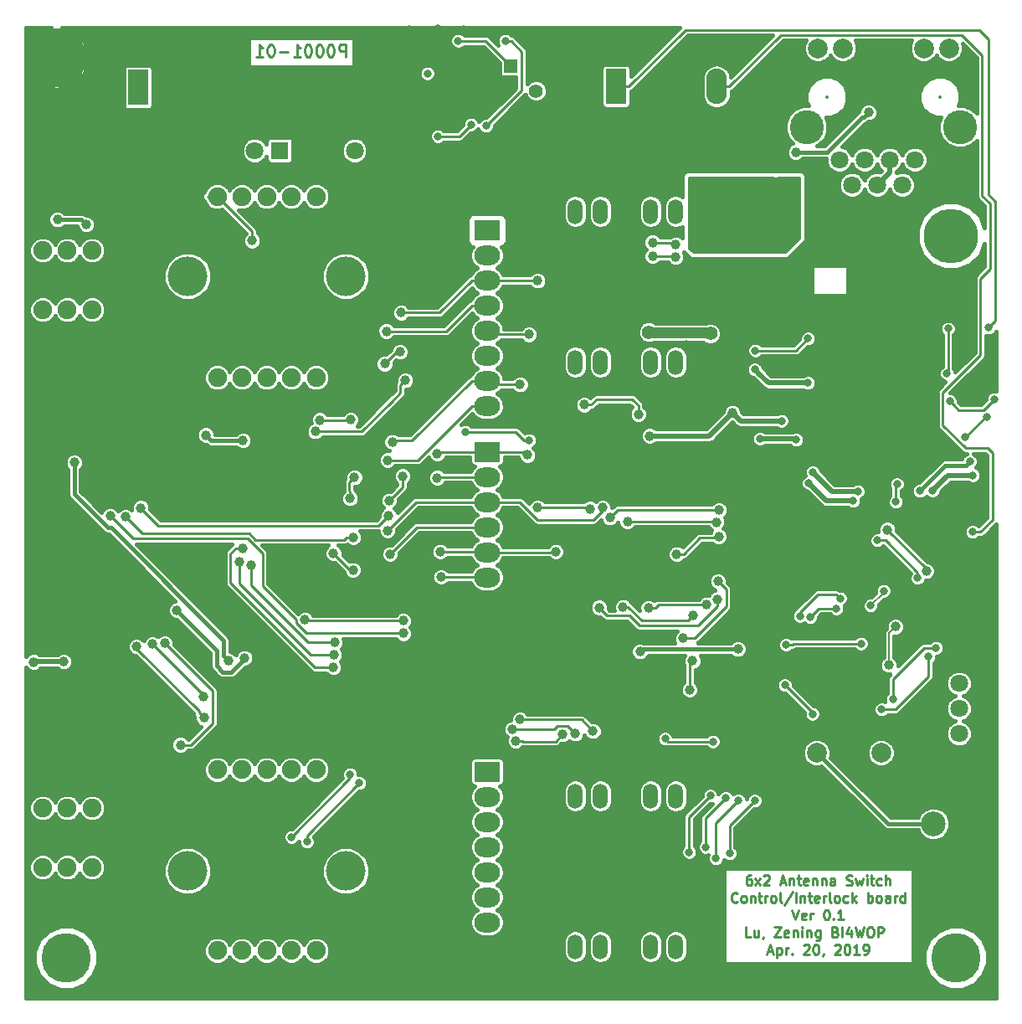
<source format=gbr>
%TF.GenerationSoftware,KiCad,Pcbnew,(6.0.0-rc1-dev-882-gdbc9130da)*%
%TF.CreationDate,2019-06-07T23:52:57-04:00*%
%TF.ProjectId,AntennaSwitch_6x2,416E74656E6E615377697463685F3678,rev?*%
%TF.SameCoordinates,Original*%
%TF.FileFunction,Copper,L2,Bot,Signal*%
%TF.FilePolarity,Positive*%
%FSLAX46Y46*%
G04 Gerber Fmt 4.6, Leading zero omitted, Abs format (unit mm)*
G04 Created by KiCad (PCBNEW (6.0.0-rc1-dev-882-gdbc9130da)) date 2019/6/7 23:52:57*
%MOMM*%
%LPD*%
G01*
G04 APERTURE LIST*
%ADD10C,0.250000*%
%ADD11C,2.500000*%
%ADD12C,4.000000*%
%ADD13C,1.900000*%
%ADD14O,1.524000X2.524000*%
%ADD15C,2.000000*%
%ADD16C,1.800000*%
%ADD17C,3.450000*%
%ADD18O,2.080000X3.600000*%
%ADD19R,2.080000X3.600000*%
%ADD20C,1.400000*%
%ADD21R,1.400000X1.400000*%
%ADD22O,2.600000X2.000000*%
%ADD23R,2.600000X2.000000*%
%ADD24R,1.800000X1.800000*%
%ADD25C,0.800000*%
%ADD26C,6.000000*%
%ADD27C,1.000000*%
%ADD28C,5.500000*%
%ADD29C,5.000000*%
%ADD30C,0.381000*%
%ADD31C,0.254000*%
%ADD32C,0.508000*%
%ADD33C,1.016000*%
%ADD34C,0.152400*%
%ADD35C,0.228600*%
%ADD36C,0.350000*%
G04 APERTURE END LIST*
D10*
X83225714Y-53882857D02*
X83225714Y-52682857D01*
X82768571Y-52682857D01*
X82654285Y-52740000D01*
X82597142Y-52797142D01*
X82540000Y-52911428D01*
X82540000Y-53082857D01*
X82597142Y-53197142D01*
X82654285Y-53254285D01*
X82768571Y-53311428D01*
X83225714Y-53311428D01*
X81797142Y-52682857D02*
X81682857Y-52682857D01*
X81568571Y-52740000D01*
X81511428Y-52797142D01*
X81454285Y-52911428D01*
X81397142Y-53140000D01*
X81397142Y-53425714D01*
X81454285Y-53654285D01*
X81511428Y-53768571D01*
X81568571Y-53825714D01*
X81682857Y-53882857D01*
X81797142Y-53882857D01*
X81911428Y-53825714D01*
X81968571Y-53768571D01*
X82025714Y-53654285D01*
X82082857Y-53425714D01*
X82082857Y-53140000D01*
X82025714Y-52911428D01*
X81968571Y-52797142D01*
X81911428Y-52740000D01*
X81797142Y-52682857D01*
X80654285Y-52682857D02*
X80540000Y-52682857D01*
X80425714Y-52740000D01*
X80368571Y-52797142D01*
X80311428Y-52911428D01*
X80254285Y-53140000D01*
X80254285Y-53425714D01*
X80311428Y-53654285D01*
X80368571Y-53768571D01*
X80425714Y-53825714D01*
X80540000Y-53882857D01*
X80654285Y-53882857D01*
X80768571Y-53825714D01*
X80825714Y-53768571D01*
X80882857Y-53654285D01*
X80940000Y-53425714D01*
X80940000Y-53140000D01*
X80882857Y-52911428D01*
X80825714Y-52797142D01*
X80768571Y-52740000D01*
X80654285Y-52682857D01*
X79511428Y-52682857D02*
X79397142Y-52682857D01*
X79282857Y-52740000D01*
X79225714Y-52797142D01*
X79168571Y-52911428D01*
X79111428Y-53140000D01*
X79111428Y-53425714D01*
X79168571Y-53654285D01*
X79225714Y-53768571D01*
X79282857Y-53825714D01*
X79397142Y-53882857D01*
X79511428Y-53882857D01*
X79625714Y-53825714D01*
X79682857Y-53768571D01*
X79740000Y-53654285D01*
X79797142Y-53425714D01*
X79797142Y-53140000D01*
X79740000Y-52911428D01*
X79682857Y-52797142D01*
X79625714Y-52740000D01*
X79511428Y-52682857D01*
X77968571Y-53882857D02*
X78654285Y-53882857D01*
X78311428Y-53882857D02*
X78311428Y-52682857D01*
X78425714Y-52854285D01*
X78540000Y-52968571D01*
X78654285Y-53025714D01*
X77454285Y-53425714D02*
X76540000Y-53425714D01*
X75740000Y-52682857D02*
X75625714Y-52682857D01*
X75511428Y-52740000D01*
X75454285Y-52797142D01*
X75397142Y-52911428D01*
X75340000Y-53140000D01*
X75340000Y-53425714D01*
X75397142Y-53654285D01*
X75454285Y-53768571D01*
X75511428Y-53825714D01*
X75625714Y-53882857D01*
X75740000Y-53882857D01*
X75854285Y-53825714D01*
X75911428Y-53768571D01*
X75968571Y-53654285D01*
X76025714Y-53425714D01*
X76025714Y-53140000D01*
X75968571Y-52911428D01*
X75911428Y-52797142D01*
X75854285Y-52740000D01*
X75740000Y-52682857D01*
X74197142Y-53882857D02*
X74882857Y-53882857D01*
X74540000Y-53882857D02*
X74540000Y-52682857D01*
X74654285Y-52854285D01*
X74768571Y-52968571D01*
X74882857Y-53025714D01*
X124254476Y-136668380D02*
X124064000Y-136668380D01*
X123968761Y-136716000D01*
X123921142Y-136763619D01*
X123825904Y-136906476D01*
X123778285Y-137096952D01*
X123778285Y-137477904D01*
X123825904Y-137573142D01*
X123873523Y-137620761D01*
X123968761Y-137668380D01*
X124159238Y-137668380D01*
X124254476Y-137620761D01*
X124302095Y-137573142D01*
X124349714Y-137477904D01*
X124349714Y-137239809D01*
X124302095Y-137144571D01*
X124254476Y-137096952D01*
X124159238Y-137049333D01*
X123968761Y-137049333D01*
X123873523Y-137096952D01*
X123825904Y-137144571D01*
X123778285Y-137239809D01*
X124683047Y-137668380D02*
X125206857Y-137001714D01*
X124683047Y-137001714D02*
X125206857Y-137668380D01*
X125540190Y-136763619D02*
X125587809Y-136716000D01*
X125683047Y-136668380D01*
X125921142Y-136668380D01*
X126016380Y-136716000D01*
X126064000Y-136763619D01*
X126111619Y-136858857D01*
X126111619Y-136954095D01*
X126064000Y-137096952D01*
X125492571Y-137668380D01*
X126111619Y-137668380D01*
X127254476Y-137382666D02*
X127730666Y-137382666D01*
X127159238Y-137668380D02*
X127492571Y-136668380D01*
X127825904Y-137668380D01*
X128159238Y-137001714D02*
X128159238Y-137668380D01*
X128159238Y-137096952D02*
X128206857Y-137049333D01*
X128302095Y-137001714D01*
X128444952Y-137001714D01*
X128540190Y-137049333D01*
X128587809Y-137144571D01*
X128587809Y-137668380D01*
X128921142Y-137001714D02*
X129302095Y-137001714D01*
X129064000Y-136668380D02*
X129064000Y-137525523D01*
X129111619Y-137620761D01*
X129206857Y-137668380D01*
X129302095Y-137668380D01*
X130016380Y-137620761D02*
X129921142Y-137668380D01*
X129730666Y-137668380D01*
X129635428Y-137620761D01*
X129587809Y-137525523D01*
X129587809Y-137144571D01*
X129635428Y-137049333D01*
X129730666Y-137001714D01*
X129921142Y-137001714D01*
X130016380Y-137049333D01*
X130064000Y-137144571D01*
X130064000Y-137239809D01*
X129587809Y-137335047D01*
X130492571Y-137001714D02*
X130492571Y-137668380D01*
X130492571Y-137096952D02*
X130540190Y-137049333D01*
X130635428Y-137001714D01*
X130778285Y-137001714D01*
X130873523Y-137049333D01*
X130921142Y-137144571D01*
X130921142Y-137668380D01*
X131397333Y-137001714D02*
X131397333Y-137668380D01*
X131397333Y-137096952D02*
X131444952Y-137049333D01*
X131540190Y-137001714D01*
X131683047Y-137001714D01*
X131778285Y-137049333D01*
X131825904Y-137144571D01*
X131825904Y-137668380D01*
X132730666Y-137668380D02*
X132730666Y-137144571D01*
X132683047Y-137049333D01*
X132587809Y-137001714D01*
X132397333Y-137001714D01*
X132302095Y-137049333D01*
X132730666Y-137620761D02*
X132635428Y-137668380D01*
X132397333Y-137668380D01*
X132302095Y-137620761D01*
X132254476Y-137525523D01*
X132254476Y-137430285D01*
X132302095Y-137335047D01*
X132397333Y-137287428D01*
X132635428Y-137287428D01*
X132730666Y-137239809D01*
X133921142Y-137620761D02*
X134064000Y-137668380D01*
X134302095Y-137668380D01*
X134397333Y-137620761D01*
X134444952Y-137573142D01*
X134492571Y-137477904D01*
X134492571Y-137382666D01*
X134444952Y-137287428D01*
X134397333Y-137239809D01*
X134302095Y-137192190D01*
X134111619Y-137144571D01*
X134016380Y-137096952D01*
X133968761Y-137049333D01*
X133921142Y-136954095D01*
X133921142Y-136858857D01*
X133968761Y-136763619D01*
X134016380Y-136716000D01*
X134111619Y-136668380D01*
X134349714Y-136668380D01*
X134492571Y-136716000D01*
X134825904Y-137001714D02*
X135016380Y-137668380D01*
X135206857Y-137192190D01*
X135397333Y-137668380D01*
X135587809Y-137001714D01*
X135968761Y-137668380D02*
X135968761Y-137001714D01*
X135968761Y-136668380D02*
X135921142Y-136716000D01*
X135968761Y-136763619D01*
X136016380Y-136716000D01*
X135968761Y-136668380D01*
X135968761Y-136763619D01*
X136302095Y-137001714D02*
X136683047Y-137001714D01*
X136444952Y-136668380D02*
X136444952Y-137525523D01*
X136492571Y-137620761D01*
X136587809Y-137668380D01*
X136683047Y-137668380D01*
X137444952Y-137620761D02*
X137349714Y-137668380D01*
X137159238Y-137668380D01*
X137064000Y-137620761D01*
X137016380Y-137573142D01*
X136968761Y-137477904D01*
X136968761Y-137192190D01*
X137016380Y-137096952D01*
X137064000Y-137049333D01*
X137159238Y-137001714D01*
X137349714Y-137001714D01*
X137444952Y-137049333D01*
X137873523Y-137668380D02*
X137873523Y-136668380D01*
X138302095Y-137668380D02*
X138302095Y-137144571D01*
X138254476Y-137049333D01*
X138159238Y-137001714D01*
X138016380Y-137001714D01*
X137921142Y-137049333D01*
X137873523Y-137096952D01*
X122873523Y-139323142D02*
X122825904Y-139370761D01*
X122683047Y-139418380D01*
X122587809Y-139418380D01*
X122444952Y-139370761D01*
X122349714Y-139275523D01*
X122302095Y-139180285D01*
X122254476Y-138989809D01*
X122254476Y-138846952D01*
X122302095Y-138656476D01*
X122349714Y-138561238D01*
X122444952Y-138466000D01*
X122587809Y-138418380D01*
X122683047Y-138418380D01*
X122825904Y-138466000D01*
X122873523Y-138513619D01*
X123444952Y-139418380D02*
X123349714Y-139370761D01*
X123302095Y-139323142D01*
X123254476Y-139227904D01*
X123254476Y-138942190D01*
X123302095Y-138846952D01*
X123349714Y-138799333D01*
X123444952Y-138751714D01*
X123587809Y-138751714D01*
X123683047Y-138799333D01*
X123730666Y-138846952D01*
X123778285Y-138942190D01*
X123778285Y-139227904D01*
X123730666Y-139323142D01*
X123683047Y-139370761D01*
X123587809Y-139418380D01*
X123444952Y-139418380D01*
X124206857Y-138751714D02*
X124206857Y-139418380D01*
X124206857Y-138846952D02*
X124254476Y-138799333D01*
X124349714Y-138751714D01*
X124492571Y-138751714D01*
X124587809Y-138799333D01*
X124635428Y-138894571D01*
X124635428Y-139418380D01*
X124968761Y-138751714D02*
X125349714Y-138751714D01*
X125111619Y-138418380D02*
X125111619Y-139275523D01*
X125159238Y-139370761D01*
X125254476Y-139418380D01*
X125349714Y-139418380D01*
X125683047Y-139418380D02*
X125683047Y-138751714D01*
X125683047Y-138942190D02*
X125730666Y-138846952D01*
X125778285Y-138799333D01*
X125873523Y-138751714D01*
X125968761Y-138751714D01*
X126444952Y-139418380D02*
X126349714Y-139370761D01*
X126302095Y-139323142D01*
X126254476Y-139227904D01*
X126254476Y-138942190D01*
X126302095Y-138846952D01*
X126349714Y-138799333D01*
X126444952Y-138751714D01*
X126587809Y-138751714D01*
X126683047Y-138799333D01*
X126730666Y-138846952D01*
X126778285Y-138942190D01*
X126778285Y-139227904D01*
X126730666Y-139323142D01*
X126683047Y-139370761D01*
X126587809Y-139418380D01*
X126444952Y-139418380D01*
X127349714Y-139418380D02*
X127254476Y-139370761D01*
X127206857Y-139275523D01*
X127206857Y-138418380D01*
X128444952Y-138370761D02*
X127587809Y-139656476D01*
X128778285Y-139418380D02*
X128778285Y-138418380D01*
X129254476Y-138751714D02*
X129254476Y-139418380D01*
X129254476Y-138846952D02*
X129302095Y-138799333D01*
X129397333Y-138751714D01*
X129540190Y-138751714D01*
X129635428Y-138799333D01*
X129683047Y-138894571D01*
X129683047Y-139418380D01*
X130016380Y-138751714D02*
X130397333Y-138751714D01*
X130159238Y-138418380D02*
X130159238Y-139275523D01*
X130206857Y-139370761D01*
X130302095Y-139418380D01*
X130397333Y-139418380D01*
X131111619Y-139370761D02*
X131016380Y-139418380D01*
X130825904Y-139418380D01*
X130730666Y-139370761D01*
X130683047Y-139275523D01*
X130683047Y-138894571D01*
X130730666Y-138799333D01*
X130825904Y-138751714D01*
X131016380Y-138751714D01*
X131111619Y-138799333D01*
X131159238Y-138894571D01*
X131159238Y-138989809D01*
X130683047Y-139085047D01*
X131587809Y-139418380D02*
X131587809Y-138751714D01*
X131587809Y-138942190D02*
X131635428Y-138846952D01*
X131683047Y-138799333D01*
X131778285Y-138751714D01*
X131873523Y-138751714D01*
X132349714Y-139418380D02*
X132254476Y-139370761D01*
X132206857Y-139275523D01*
X132206857Y-138418380D01*
X132873523Y-139418380D02*
X132778285Y-139370761D01*
X132730666Y-139323142D01*
X132683047Y-139227904D01*
X132683047Y-138942190D01*
X132730666Y-138846952D01*
X132778285Y-138799333D01*
X132873523Y-138751714D01*
X133016380Y-138751714D01*
X133111619Y-138799333D01*
X133159238Y-138846952D01*
X133206857Y-138942190D01*
X133206857Y-139227904D01*
X133159238Y-139323142D01*
X133111619Y-139370761D01*
X133016380Y-139418380D01*
X132873523Y-139418380D01*
X134064000Y-139370761D02*
X133968761Y-139418380D01*
X133778285Y-139418380D01*
X133683047Y-139370761D01*
X133635428Y-139323142D01*
X133587809Y-139227904D01*
X133587809Y-138942190D01*
X133635428Y-138846952D01*
X133683047Y-138799333D01*
X133778285Y-138751714D01*
X133968761Y-138751714D01*
X134064000Y-138799333D01*
X134492571Y-139418380D02*
X134492571Y-138418380D01*
X134587809Y-139037428D02*
X134873523Y-139418380D01*
X134873523Y-138751714D02*
X134492571Y-139132666D01*
X136064000Y-139418380D02*
X136064000Y-138418380D01*
X136064000Y-138799333D02*
X136159238Y-138751714D01*
X136349714Y-138751714D01*
X136444952Y-138799333D01*
X136492571Y-138846952D01*
X136540190Y-138942190D01*
X136540190Y-139227904D01*
X136492571Y-139323142D01*
X136444952Y-139370761D01*
X136349714Y-139418380D01*
X136159238Y-139418380D01*
X136064000Y-139370761D01*
X137111619Y-139418380D02*
X137016380Y-139370761D01*
X136968761Y-139323142D01*
X136921142Y-139227904D01*
X136921142Y-138942190D01*
X136968761Y-138846952D01*
X137016380Y-138799333D01*
X137111619Y-138751714D01*
X137254476Y-138751714D01*
X137349714Y-138799333D01*
X137397333Y-138846952D01*
X137444952Y-138942190D01*
X137444952Y-139227904D01*
X137397333Y-139323142D01*
X137349714Y-139370761D01*
X137254476Y-139418380D01*
X137111619Y-139418380D01*
X138302095Y-139418380D02*
X138302095Y-138894571D01*
X138254476Y-138799333D01*
X138159238Y-138751714D01*
X137968761Y-138751714D01*
X137873523Y-138799333D01*
X138302095Y-139370761D02*
X138206857Y-139418380D01*
X137968761Y-139418380D01*
X137873523Y-139370761D01*
X137825904Y-139275523D01*
X137825904Y-139180285D01*
X137873523Y-139085047D01*
X137968761Y-139037428D01*
X138206857Y-139037428D01*
X138302095Y-138989809D01*
X138778285Y-139418380D02*
X138778285Y-138751714D01*
X138778285Y-138942190D02*
X138825904Y-138846952D01*
X138873523Y-138799333D01*
X138968761Y-138751714D01*
X139064000Y-138751714D01*
X139825904Y-139418380D02*
X139825904Y-138418380D01*
X139825904Y-139370761D02*
X139730666Y-139418380D01*
X139540190Y-139418380D01*
X139444952Y-139370761D01*
X139397333Y-139323142D01*
X139349714Y-139227904D01*
X139349714Y-138942190D01*
X139397333Y-138846952D01*
X139444952Y-138799333D01*
X139540190Y-138751714D01*
X139730666Y-138751714D01*
X139825904Y-138799333D01*
X128421142Y-140168380D02*
X128754476Y-141168380D01*
X129087809Y-140168380D01*
X129802095Y-141120761D02*
X129706857Y-141168380D01*
X129516380Y-141168380D01*
X129421142Y-141120761D01*
X129373523Y-141025523D01*
X129373523Y-140644571D01*
X129421142Y-140549333D01*
X129516380Y-140501714D01*
X129706857Y-140501714D01*
X129802095Y-140549333D01*
X129849714Y-140644571D01*
X129849714Y-140739809D01*
X129373523Y-140835047D01*
X130278285Y-141168380D02*
X130278285Y-140501714D01*
X130278285Y-140692190D02*
X130325904Y-140596952D01*
X130373523Y-140549333D01*
X130468761Y-140501714D01*
X130564000Y-140501714D01*
X131849714Y-140168380D02*
X131944952Y-140168380D01*
X132040190Y-140216000D01*
X132087809Y-140263619D01*
X132135428Y-140358857D01*
X132183047Y-140549333D01*
X132183047Y-140787428D01*
X132135428Y-140977904D01*
X132087809Y-141073142D01*
X132040190Y-141120761D01*
X131944952Y-141168380D01*
X131849714Y-141168380D01*
X131754476Y-141120761D01*
X131706857Y-141073142D01*
X131659238Y-140977904D01*
X131611619Y-140787428D01*
X131611619Y-140549333D01*
X131659238Y-140358857D01*
X131706857Y-140263619D01*
X131754476Y-140216000D01*
X131849714Y-140168380D01*
X132611619Y-141073142D02*
X132659238Y-141120761D01*
X132611619Y-141168380D01*
X132564000Y-141120761D01*
X132611619Y-141073142D01*
X132611619Y-141168380D01*
X133611619Y-141168380D02*
X133040190Y-141168380D01*
X133325904Y-141168380D02*
X133325904Y-140168380D01*
X133230666Y-140311238D01*
X133135428Y-140406476D01*
X133040190Y-140454095D01*
X124230666Y-142918380D02*
X123754476Y-142918380D01*
X123754476Y-141918380D01*
X124992571Y-142251714D02*
X124992571Y-142918380D01*
X124564000Y-142251714D02*
X124564000Y-142775523D01*
X124611619Y-142870761D01*
X124706857Y-142918380D01*
X124849714Y-142918380D01*
X124944952Y-142870761D01*
X124992571Y-142823142D01*
X125516380Y-142870761D02*
X125516380Y-142918380D01*
X125468761Y-143013619D01*
X125421142Y-143061238D01*
X126611619Y-141918380D02*
X127278285Y-141918380D01*
X126611619Y-142918380D01*
X127278285Y-142918380D01*
X128040190Y-142870761D02*
X127944952Y-142918380D01*
X127754476Y-142918380D01*
X127659238Y-142870761D01*
X127611619Y-142775523D01*
X127611619Y-142394571D01*
X127659238Y-142299333D01*
X127754476Y-142251714D01*
X127944952Y-142251714D01*
X128040190Y-142299333D01*
X128087809Y-142394571D01*
X128087809Y-142489809D01*
X127611619Y-142585047D01*
X128516380Y-142251714D02*
X128516380Y-142918380D01*
X128516380Y-142346952D02*
X128564000Y-142299333D01*
X128659238Y-142251714D01*
X128802095Y-142251714D01*
X128897333Y-142299333D01*
X128944952Y-142394571D01*
X128944952Y-142918380D01*
X129421142Y-142918380D02*
X129421142Y-142251714D01*
X129421142Y-141918380D02*
X129373523Y-141966000D01*
X129421142Y-142013619D01*
X129468761Y-141966000D01*
X129421142Y-141918380D01*
X129421142Y-142013619D01*
X129897333Y-142251714D02*
X129897333Y-142918380D01*
X129897333Y-142346952D02*
X129944952Y-142299333D01*
X130040190Y-142251714D01*
X130183047Y-142251714D01*
X130278285Y-142299333D01*
X130325904Y-142394571D01*
X130325904Y-142918380D01*
X131230666Y-142251714D02*
X131230666Y-143061238D01*
X131183047Y-143156476D01*
X131135428Y-143204095D01*
X131040190Y-143251714D01*
X130897333Y-143251714D01*
X130802095Y-143204095D01*
X131230666Y-142870761D02*
X131135428Y-142918380D01*
X130944952Y-142918380D01*
X130849714Y-142870761D01*
X130802095Y-142823142D01*
X130754476Y-142727904D01*
X130754476Y-142442190D01*
X130802095Y-142346952D01*
X130849714Y-142299333D01*
X130944952Y-142251714D01*
X131135428Y-142251714D01*
X131230666Y-142299333D01*
X132802095Y-142394571D02*
X132944952Y-142442190D01*
X132992571Y-142489809D01*
X133040190Y-142585047D01*
X133040190Y-142727904D01*
X132992571Y-142823142D01*
X132944952Y-142870761D01*
X132849714Y-142918380D01*
X132468761Y-142918380D01*
X132468761Y-141918380D01*
X132802095Y-141918380D01*
X132897333Y-141966000D01*
X132944952Y-142013619D01*
X132992571Y-142108857D01*
X132992571Y-142204095D01*
X132944952Y-142299333D01*
X132897333Y-142346952D01*
X132802095Y-142394571D01*
X132468761Y-142394571D01*
X133468761Y-142918380D02*
X133468761Y-141918380D01*
X134373523Y-142251714D02*
X134373523Y-142918380D01*
X134135428Y-141870761D02*
X133897333Y-142585047D01*
X134516380Y-142585047D01*
X134802095Y-141918380D02*
X135040190Y-142918380D01*
X135230666Y-142204095D01*
X135421142Y-142918380D01*
X135659238Y-141918380D01*
X136230666Y-141918380D02*
X136421142Y-141918380D01*
X136516380Y-141966000D01*
X136611619Y-142061238D01*
X136659238Y-142251714D01*
X136659238Y-142585047D01*
X136611619Y-142775523D01*
X136516380Y-142870761D01*
X136421142Y-142918380D01*
X136230666Y-142918380D01*
X136135428Y-142870761D01*
X136040190Y-142775523D01*
X135992571Y-142585047D01*
X135992571Y-142251714D01*
X136040190Y-142061238D01*
X136135428Y-141966000D01*
X136230666Y-141918380D01*
X137087809Y-142918380D02*
X137087809Y-141918380D01*
X137468761Y-141918380D01*
X137564000Y-141966000D01*
X137611619Y-142013619D01*
X137659238Y-142108857D01*
X137659238Y-142251714D01*
X137611619Y-142346952D01*
X137564000Y-142394571D01*
X137468761Y-142442190D01*
X137087809Y-142442190D01*
X125968761Y-144382666D02*
X126444952Y-144382666D01*
X125873523Y-144668380D02*
X126206857Y-143668380D01*
X126540190Y-144668380D01*
X126873523Y-144001714D02*
X126873523Y-145001714D01*
X126873523Y-144049333D02*
X126968761Y-144001714D01*
X127159238Y-144001714D01*
X127254476Y-144049333D01*
X127302095Y-144096952D01*
X127349714Y-144192190D01*
X127349714Y-144477904D01*
X127302095Y-144573142D01*
X127254476Y-144620761D01*
X127159238Y-144668380D01*
X126968761Y-144668380D01*
X126873523Y-144620761D01*
X127778285Y-144668380D02*
X127778285Y-144001714D01*
X127778285Y-144192190D02*
X127825904Y-144096952D01*
X127873523Y-144049333D01*
X127968761Y-144001714D01*
X128064000Y-144001714D01*
X128397333Y-144573142D02*
X128444952Y-144620761D01*
X128397333Y-144668380D01*
X128349714Y-144620761D01*
X128397333Y-144573142D01*
X128397333Y-144668380D01*
X129587809Y-143763619D02*
X129635428Y-143716000D01*
X129730666Y-143668380D01*
X129968761Y-143668380D01*
X130064000Y-143716000D01*
X130111619Y-143763619D01*
X130159238Y-143858857D01*
X130159238Y-143954095D01*
X130111619Y-144096952D01*
X129540190Y-144668380D01*
X130159238Y-144668380D01*
X130778285Y-143668380D02*
X130873523Y-143668380D01*
X130968761Y-143716000D01*
X131016380Y-143763619D01*
X131064000Y-143858857D01*
X131111619Y-144049333D01*
X131111619Y-144287428D01*
X131064000Y-144477904D01*
X131016380Y-144573142D01*
X130968761Y-144620761D01*
X130873523Y-144668380D01*
X130778285Y-144668380D01*
X130683047Y-144620761D01*
X130635428Y-144573142D01*
X130587809Y-144477904D01*
X130540190Y-144287428D01*
X130540190Y-144049333D01*
X130587809Y-143858857D01*
X130635428Y-143763619D01*
X130683047Y-143716000D01*
X130778285Y-143668380D01*
X131587809Y-144620761D02*
X131587809Y-144668380D01*
X131540190Y-144763619D01*
X131492571Y-144811238D01*
X132730666Y-143763619D02*
X132778285Y-143716000D01*
X132873523Y-143668380D01*
X133111619Y-143668380D01*
X133206857Y-143716000D01*
X133254476Y-143763619D01*
X133302095Y-143858857D01*
X133302095Y-143954095D01*
X133254476Y-144096952D01*
X132683047Y-144668380D01*
X133302095Y-144668380D01*
X133921142Y-143668380D02*
X134016380Y-143668380D01*
X134111619Y-143716000D01*
X134159238Y-143763619D01*
X134206857Y-143858857D01*
X134254476Y-144049333D01*
X134254476Y-144287428D01*
X134206857Y-144477904D01*
X134159238Y-144573142D01*
X134111619Y-144620761D01*
X134016380Y-144668380D01*
X133921142Y-144668380D01*
X133825904Y-144620761D01*
X133778285Y-144573142D01*
X133730666Y-144477904D01*
X133683047Y-144287428D01*
X133683047Y-144049333D01*
X133730666Y-143858857D01*
X133778285Y-143763619D01*
X133825904Y-143716000D01*
X133921142Y-143668380D01*
X135206857Y-144668380D02*
X134635428Y-144668380D01*
X134921142Y-144668380D02*
X134921142Y-143668380D01*
X134825904Y-143811238D01*
X134730666Y-143906476D01*
X134635428Y-143954095D01*
X135683047Y-144668380D02*
X135873523Y-144668380D01*
X135968761Y-144620761D01*
X136016380Y-144573142D01*
X136111619Y-144430285D01*
X136159238Y-144239809D01*
X136159238Y-143858857D01*
X136111619Y-143763619D01*
X136064000Y-143716000D01*
X135968761Y-143668380D01*
X135778285Y-143668380D01*
X135683047Y-143716000D01*
X135635428Y-143763619D01*
X135587809Y-143858857D01*
X135587809Y-144096952D01*
X135635428Y-144192190D01*
X135683047Y-144239809D01*
X135778285Y-144287428D01*
X135968761Y-144287428D01*
X136064000Y-144239809D01*
X136111619Y-144192190D01*
X136159238Y-144096952D01*
D11*
X142722600Y-131445000D03*
D12*
X67268200Y-76090600D03*
X83268200Y-76090600D03*
D13*
X80268200Y-68040600D03*
X77768200Y-68040600D03*
X75268200Y-68040600D03*
X72768200Y-68040600D03*
X70268200Y-68040600D03*
X70268200Y-86340600D03*
X72768200Y-86340600D03*
X75268200Y-86340600D03*
X77768200Y-86340600D03*
X80268200Y-86340600D03*
D14*
X106488100Y-128663700D03*
X109028100Y-128663700D03*
X111568100Y-128663700D03*
X114108100Y-128663700D03*
X116648100Y-128663700D03*
X116648100Y-143903700D03*
X114108100Y-143903700D03*
X111568100Y-143903700D03*
X109028100Y-143903700D03*
X106488100Y-143903700D03*
D15*
X130914000Y-128778000D03*
X130914000Y-124278000D03*
X137414000Y-128778000D03*
X137414000Y-124278000D03*
D16*
X137001200Y-66852800D03*
X134461200Y-66852800D03*
X139541200Y-66852800D03*
X142081200Y-66852800D03*
X133191200Y-64312800D03*
X135731200Y-64312800D03*
X138271200Y-64312800D03*
X140811200Y-64312800D03*
D17*
X129896200Y-61012800D03*
X145386200Y-61012800D03*
D15*
X131016200Y-53062800D03*
X133556200Y-53062800D03*
X141726200Y-53062800D03*
X144266200Y-53062800D03*
D14*
X106488100Y-69544500D03*
X109028100Y-69544500D03*
X111568100Y-69544500D03*
X114108100Y-69544500D03*
X116648100Y-69544500D03*
X116648100Y-84784500D03*
X114108100Y-84784500D03*
X111568100Y-84784500D03*
X109028100Y-84784500D03*
X106488100Y-84784500D03*
D18*
X120777000Y-56896000D03*
X115697000Y-56896000D03*
D19*
X110617000Y-56896000D03*
D20*
X102513000Y-57378600D03*
X105053000Y-54838600D03*
D21*
X99973000Y-54838600D03*
D13*
X57599200Y-79479400D03*
X55099200Y-79479400D03*
X52599200Y-79479400D03*
X57599200Y-73479400D03*
X55099200Y-73479400D03*
X52599200Y-73479400D03*
D12*
X83268200Y-136240700D03*
X67268200Y-136240700D03*
D13*
X70268200Y-144290700D03*
X72768200Y-144290700D03*
X75268200Y-144290700D03*
X77768200Y-144290700D03*
X80268200Y-144290700D03*
X80268200Y-125990700D03*
X77768200Y-125990700D03*
X75268200Y-125990700D03*
X72768200Y-125990700D03*
X70268200Y-125990700D03*
X57599200Y-135867400D03*
X55099200Y-135867400D03*
X52599200Y-135867400D03*
X57599200Y-129867400D03*
X55099200Y-129867400D03*
X52599200Y-129867400D03*
D18*
X67359400Y-57010300D03*
D19*
X62279400Y-57010300D03*
D16*
X145313400Y-119824500D03*
X145313400Y-117284500D03*
X145313400Y-122364500D03*
X145313400Y-124904500D03*
D22*
X97560000Y-111633000D03*
X97560000Y-109093000D03*
X97560000Y-106553000D03*
X97560000Y-104013000D03*
X97560000Y-101473000D03*
X97560000Y-98933000D03*
X97560000Y-96393000D03*
D23*
X97560000Y-93853000D03*
D22*
X97560000Y-89230200D03*
X97560000Y-86690200D03*
X97560000Y-84150200D03*
X97560000Y-81610200D03*
X97560000Y-79070200D03*
X97560000Y-76530200D03*
X97560000Y-73990200D03*
D23*
X97560000Y-71450200D03*
D22*
X97560000Y-143967200D03*
X97560000Y-141427200D03*
X97560000Y-138887200D03*
X97560000Y-136347200D03*
X97560000Y-133807200D03*
X97560000Y-131267200D03*
X97560000Y-128727200D03*
D23*
X97560000Y-126187200D03*
D16*
X84148800Y-63373000D03*
D24*
X86688800Y-63373000D03*
D16*
X74065000Y-63373000D03*
D24*
X76605000Y-63373000D03*
D25*
X56056810Y-52812500D03*
X56056810Y-55187500D03*
X54000000Y-56375000D03*
X51943190Y-55187500D03*
X51943190Y-52812500D03*
X54000000Y-51625000D03*
D26*
X54000000Y-54000000D03*
D25*
X91527500Y-55575200D03*
D27*
X66178300Y-109880400D03*
X73023600Y-114693700D03*
D20*
X120142000Y-81889600D03*
X113919000Y-81762600D03*
D27*
X54735600Y-115062000D03*
X136142600Y-59537600D03*
D25*
X97471100Y-60896500D03*
X99414200Y-52298600D03*
X127341500Y-90716100D03*
X130097400Y-97015300D03*
X134572146Y-98799121D03*
D27*
X51704699Y-115100100D03*
D25*
X101828600Y-92671900D03*
X95351600Y-91833700D03*
X146704090Y-96215200D03*
X127799360Y-113358143D03*
D27*
X72871200Y-92702041D03*
X69114255Y-92160584D03*
X113030000Y-114046000D03*
X122936000Y-113792000D03*
X114006511Y-92240100D03*
X122372479Y-89882328D03*
X128783850Y-63567111D03*
D25*
X142615021Y-97764740D03*
X139018371Y-97097890D03*
X138890117Y-98901205D03*
X135382000Y-113247577D03*
D27*
X138049000Y-101727000D03*
X142011324Y-105914589D03*
D25*
X127672360Y-117431840D03*
X130470522Y-120371850D03*
X130024660Y-86881033D03*
X124699900Y-83616800D03*
X130026690Y-82387595D03*
X125157100Y-92532200D03*
X128814700Y-92621100D03*
X135037700Y-97853500D03*
X130491100Y-95923100D03*
X144181700Y-81394300D03*
X146405600Y-94818200D03*
D27*
X119888000Y-67945000D03*
X121488000Y-67945000D03*
X123088000Y-67945000D03*
X124688000Y-67945000D03*
X119888000Y-69545000D03*
X121488000Y-69545000D03*
X123088000Y-69545000D03*
X124688000Y-69545000D03*
X120269000Y-72771000D03*
X122269000Y-72771000D03*
X124269000Y-72771000D03*
X126269000Y-72771000D03*
X126746000Y-70866000D03*
X126746000Y-68866000D03*
X126746000Y-66866000D03*
D25*
X144080100Y-85928730D03*
X141327989Y-97803571D03*
X124635113Y-85507813D03*
D27*
X71398000Y-114985800D03*
X55802400Y-94932500D03*
X57023000Y-70866000D03*
X54102000Y-70358000D03*
D28*
X144500000Y-72000000D03*
D29*
X145000000Y-145000000D03*
X55000000Y-145000000D03*
D27*
X73696941Y-105276783D03*
X82144866Y-113128835D03*
X72482210Y-104965377D03*
X82082522Y-114381296D03*
X82015200Y-115633500D03*
X72868009Y-103601260D03*
X68919025Y-120738344D03*
X62088900Y-113538000D03*
X63714500Y-113271300D03*
X68896052Y-118584523D03*
X66548178Y-123482100D03*
X64961878Y-113226501D03*
X102665400Y-76555600D03*
X88873200Y-79781400D03*
X87376000Y-81661000D03*
X101784400Y-81978500D03*
X100903400Y-87033100D03*
X87958800Y-92862400D03*
X87499068Y-94698146D03*
X102665400Y-99479100D03*
X92526090Y-94034555D03*
X107988655Y-99599128D03*
X101649403Y-94172616D03*
X108270799Y-122102499D03*
X100902641Y-120934021D03*
X92526090Y-96470439D03*
X87488900Y-101815900D03*
X109238760Y-99500221D03*
X106475400Y-122351800D03*
X100097653Y-121895550D03*
X87747610Y-104192423D03*
X92810200Y-103949500D03*
X104511610Y-103949600D03*
X100442900Y-123101100D03*
X105180000Y-122440700D03*
X92899100Y-106502200D03*
D25*
X145931478Y-92379044D03*
X148102153Y-90319554D03*
X148856700Y-88519000D03*
X144379910Y-88741017D03*
D27*
X73785600Y-72504300D03*
D25*
X84619360Y-127337840D03*
X79330633Y-133271012D03*
X77761360Y-132798840D03*
X83711118Y-126468082D03*
D27*
X89101800Y-112204500D03*
X59434598Y-100342700D03*
X89063700Y-110934500D03*
X79149287Y-110841313D03*
X84035073Y-102514973D03*
X60996700Y-100431600D03*
X82022340Y-104125063D03*
X83994579Y-105794281D03*
X87590500Y-100304600D03*
X62533400Y-99517200D03*
X87654000Y-98780600D03*
X89015089Y-96309689D03*
X80643600Y-90627200D03*
X83767800Y-90589100D03*
X84136100Y-96431100D03*
X83691600Y-98564700D03*
X80182294Y-91793280D03*
X89290154Y-86614000D03*
X87197501Y-84939453D03*
X88738256Y-83746606D03*
D25*
X115571433Y-122875121D03*
X120143433Y-128609131D03*
X117984433Y-134324131D03*
X120397433Y-123148131D03*
D27*
X120911990Y-106925048D03*
X117382511Y-112720490D03*
D25*
X122084360Y-134449840D03*
X124624360Y-129115840D03*
X120687360Y-134957840D03*
X122973360Y-129115840D03*
X119671360Y-133814840D03*
X121703360Y-128861840D03*
D27*
X118049821Y-117918311D03*
X118351804Y-114990510D03*
X114294445Y-72686810D03*
X116650549Y-72909347D03*
X114298600Y-74066400D03*
X116628937Y-74163172D03*
D25*
X132879360Y-109684840D03*
X130242233Y-110577574D03*
X133260360Y-108668840D03*
X129196360Y-110446840D03*
D27*
X116737000Y-104201400D03*
X120991500Y-102412800D03*
X111749918Y-100875798D03*
X120762900Y-100955589D03*
X109987901Y-100505871D03*
X121034427Y-99731327D03*
X120842068Y-108754075D03*
X108888400Y-109601000D03*
X111298655Y-109540789D03*
X118409870Y-110428692D03*
X113872881Y-109634390D03*
X119723827Y-109321600D03*
D25*
X95943942Y-60741309D03*
X92568900Y-61950600D03*
D27*
X107377100Y-89090500D03*
X112863500Y-90043000D03*
D25*
X136347200Y-109397800D03*
X137676970Y-107899200D03*
X141097000Y-106603800D03*
X137058400Y-102793800D03*
X138625401Y-118865252D03*
X142962411Y-113658252D03*
X142225475Y-114555640D03*
X137482401Y-119881252D03*
X94639000Y-52298600D03*
X148316921Y-81280000D03*
X146667423Y-101964147D03*
D27*
X138876169Y-111530542D03*
X138198470Y-115409345D03*
D25*
X141452600Y-107619800D03*
X94353250Y-57873900D03*
X95350200Y-57873900D03*
X89686000Y-55168800D03*
X89660600Y-53162200D03*
X89711400Y-51168300D03*
X92543500Y-51054000D03*
X95223200Y-51168300D03*
D27*
X55243600Y-90754200D03*
X56970800Y-90525600D03*
X58532900Y-90805000D03*
X53872000Y-106286300D03*
X83818600Y-88319078D03*
X84136032Y-99923589D03*
X55840500Y-109816900D03*
X59701300Y-109893100D03*
X87425400Y-109943900D03*
X81227800Y-98044000D03*
X83971000Y-120243600D03*
X78281400Y-89738200D03*
X84297900Y-142392400D03*
X69562542Y-123159280D03*
X124636400Y-109880400D03*
X111292849Y-89633409D03*
X120966100Y-84328000D03*
X107478700Y-102870000D03*
X92044900Y-147739100D03*
X80780000Y-146494500D03*
X73972800Y-146621500D03*
X111555400Y-111302800D03*
X111517300Y-115557300D03*
D20*
X121093100Y-61442600D03*
D27*
X140287880Y-57744360D03*
X142472280Y-61569600D03*
D25*
X93356300Y-57873900D03*
D27*
X78878300Y-60655200D03*
D25*
X129375860Y-74436340D03*
D27*
X131215000Y-74168000D03*
X133501000Y-74041000D03*
X126960500Y-78867000D03*
D25*
X132929500Y-82550000D03*
X132929500Y-83693000D03*
X135279000Y-89789000D03*
X137311000Y-89789000D03*
X138835000Y-89789000D03*
X136803000Y-81724500D03*
X134771000Y-81661000D03*
X135050400Y-96723200D03*
X136625200Y-96596200D03*
D27*
X126533421Y-89154000D03*
X126452500Y-82737790D03*
D25*
X138015890Y-96570800D03*
D27*
X146088991Y-88392000D03*
D25*
X145193865Y-81100254D03*
X139572469Y-81654215D03*
X145616800Y-77292200D03*
X146188300Y-81673700D03*
X144018000Y-77089000D03*
X140462000Y-74803000D03*
X132715000Y-122174000D03*
X134688401Y-105530252D03*
X145102401Y-103117252D03*
X148756800Y-105657252D03*
X129093294Y-116266294D03*
D27*
X77403509Y-123230743D03*
D25*
X72935360Y-123273840D03*
X146159412Y-103011903D03*
D27*
X113793433Y-121994111D03*
X117067861Y-98437722D03*
X70153400Y-64300100D03*
X66965700Y-64300100D03*
X66624358Y-89374591D03*
D25*
X75311000Y-88392000D03*
X72009000Y-88519000D03*
D20*
X126736109Y-64981691D03*
D25*
X75719184Y-123273840D03*
X141735165Y-92786176D03*
X135540757Y-108757883D03*
X141224000Y-85572600D03*
X145923000Y-97993200D03*
X142976600Y-98780600D03*
X141684313Y-96152298D03*
X137363200Y-104597200D03*
X140106400Y-101930200D03*
X142392400Y-104216200D03*
X143220315Y-93812485D03*
X137795000Y-72161400D03*
X137718800Y-74549000D03*
X98806000Y-56540400D03*
X68249800Y-146507200D03*
X60553600Y-130098800D03*
X55905400Y-125755400D03*
X64338200Y-125806200D03*
X52273200Y-120878600D03*
X52222400Y-111937800D03*
X52324000Y-97002600D03*
X52400200Y-84505800D03*
X57378600Y-84505800D03*
X52324000Y-90652600D03*
X86893400Y-73634600D03*
X86969600Y-77724000D03*
X92811600Y-76479400D03*
X59461400Y-97713800D03*
X63296800Y-97663000D03*
X136144000Y-55981600D03*
X145999200Y-55245000D03*
X128778000Y-58013600D03*
X67538600Y-86741000D03*
X81991200Y-66725800D03*
X96723200Y-68148200D03*
X90678000Y-64846200D03*
X94513400Y-86309200D03*
X100101400Y-78765400D03*
X103936800Y-126619000D03*
X103936800Y-132537200D03*
X103860600Y-135153400D03*
X103809800Y-137591800D03*
X103835200Y-140360400D03*
X105206800Y-108127800D03*
X102133400Y-118668800D03*
X122250200Y-78003400D03*
X122250200Y-80441800D03*
X122250200Y-75565000D03*
X123850400Y-94691200D03*
X106578400Y-95732600D03*
X116941600Y-77216000D03*
X116890800Y-79400400D03*
X106222800Y-117627400D03*
X118491000Y-128676400D03*
X121386600Y-127304800D03*
X60147200Y-144932400D03*
X148183600Y-139547600D03*
X60071000Y-148183600D03*
X52654200Y-139623800D03*
X97663000Y-148209000D03*
X102108000Y-148209000D03*
X106629200Y-148107400D03*
X111988600Y-148107400D03*
X116992400Y-148005800D03*
X122910600Y-148005800D03*
X128270000Y-147929600D03*
X134010400Y-148107400D03*
X103022400Y-51739800D03*
X148132800Y-135382000D03*
X148183600Y-130556000D03*
X147396200Y-116052600D03*
X147421600Y-120929400D03*
X147447000Y-124866400D03*
X147497800Y-99771200D03*
X108712000Y-51612800D03*
X114376200Y-51612800D03*
X64135000Y-60502800D03*
X70662800Y-60553600D03*
X59182000Y-51790600D03*
X63144400Y-51765200D03*
X52451000Y-60553600D03*
X52451000Y-65227200D03*
X52298600Y-69164200D03*
X64160400Y-148158200D03*
X118795800Y-52705000D03*
X123240800Y-52755800D03*
X136499600Y-53162200D03*
X138887200Y-53162200D03*
X128092200Y-53213000D03*
X52527200Y-133096000D03*
X146075400Y-65049400D03*
X146075400Y-67741800D03*
X138582400Y-147955000D03*
X126060200Y-115316000D03*
X123139200Y-115417600D03*
X124815600Y-117525800D03*
D27*
X126308018Y-81605718D03*
D25*
X139948262Y-96658179D03*
X117754729Y-82962710D03*
X145262600Y-84658200D03*
X137806470Y-76510180D03*
X134950200Y-77419200D03*
X57581800Y-133045200D03*
X57632600Y-139573000D03*
X60604400Y-132994400D03*
X60604400Y-138607800D03*
X126423385Y-84506191D03*
D27*
X126509432Y-88028431D03*
D30*
X66678299Y-110380399D02*
X66678299Y-110418499D01*
X66178300Y-109880400D02*
X66678299Y-110380399D01*
X66678299Y-110418499D02*
X70191500Y-113931700D01*
X70191500Y-113931700D02*
X70191500Y-115493800D01*
X70191500Y-115493800D02*
X70826500Y-116128800D01*
X70826500Y-116128800D02*
X71677400Y-116128800D01*
X71677400Y-116128800D02*
X73023600Y-114782600D01*
X73023600Y-114782600D02*
X73023600Y-114693700D01*
D31*
X100709600Y-57658000D02*
X97471100Y-60896500D01*
X97471100Y-60896500D02*
X101054001Y-57313599D01*
X101054001Y-53372716D02*
X101054001Y-57313599D01*
X99979885Y-52298600D02*
X101054001Y-53372716D01*
X99414200Y-52298600D02*
X99979885Y-52298600D01*
D32*
X138271200Y-65582800D02*
X137001200Y-66852800D01*
X138271200Y-64312800D02*
X138271200Y-65582800D01*
D31*
X52589300Y-115062000D02*
X54735600Y-115062000D01*
X101262915Y-92671900D02*
X100424715Y-91833700D01*
X101828600Y-92671900D02*
X101262915Y-92671900D01*
X100424715Y-91833700D02*
X95351600Y-91833700D01*
X127799360Y-113358143D02*
X128434360Y-113358143D01*
X128180360Y-113358143D02*
X128434360Y-113358143D01*
D30*
X122936000Y-113792000D02*
X113284000Y-113792000D01*
X113284000Y-113792000D02*
X113030000Y-114046000D01*
X135476539Y-60037599D02*
X131947027Y-63567111D01*
X131947027Y-63567111D02*
X129490956Y-63567111D01*
X129490956Y-63567111D02*
X128783850Y-63567111D01*
X135642601Y-60037599D02*
X135476539Y-60037599D01*
X136142600Y-59537600D02*
X135642601Y-60037599D01*
D32*
X131881221Y-98799121D02*
X130097400Y-97015300D01*
X134572146Y-98799121D02*
X131881221Y-98799121D01*
X123206251Y-90716100D02*
X122372479Y-89882328D01*
X127341500Y-90716100D02*
X123206251Y-90716100D01*
X120014707Y-92240100D02*
X122372479Y-89882328D01*
X114006511Y-92240100D02*
X120014707Y-92240100D01*
D31*
X138890117Y-98901205D02*
X138890117Y-97226144D01*
X138890117Y-97226144D02*
X139018371Y-97097890D01*
D32*
X143015020Y-97364741D02*
X144043400Y-96336361D01*
X142615021Y-97764740D02*
X143015020Y-97364741D01*
D31*
X144164561Y-96215200D02*
X144043400Y-96336361D01*
D32*
X146704090Y-96215200D02*
X144164561Y-96215200D01*
D33*
X116598700Y-81762600D02*
X116662200Y-81826100D01*
X113919000Y-81762600D02*
X116598700Y-81762600D01*
X114501800Y-81826100D02*
X116662200Y-81826100D01*
X116662200Y-81826100D02*
X120000900Y-81826100D01*
X120015000Y-81762600D02*
X113919000Y-81762600D01*
X120142000Y-81889600D02*
X120015000Y-81762600D01*
D31*
X134816315Y-113247577D02*
X135382000Y-113247577D01*
X128434360Y-113358143D02*
X128544926Y-113247577D01*
X128544926Y-113247577D02*
X134816315Y-113247577D01*
D32*
X51742799Y-115062000D02*
X51704699Y-115100100D01*
X54735600Y-115062000D02*
X51742799Y-115062000D01*
D30*
X69655712Y-92702041D02*
X72871200Y-92702041D01*
X69114255Y-92160584D02*
X69655712Y-92702041D01*
D31*
X142011324Y-105689324D02*
X142011324Y-105914589D01*
X138049000Y-101727000D02*
X142011324Y-105689324D01*
D30*
X138081000Y-131445000D02*
X130914000Y-124278000D01*
X142722600Y-131445000D02*
X138081000Y-131445000D01*
D31*
X127672360Y-117431840D02*
X130470522Y-120230002D01*
X130470522Y-120230002D02*
X130470522Y-120371850D01*
D10*
X128797485Y-83616800D02*
X130026690Y-82387595D01*
X124699900Y-83616800D02*
X128797485Y-83616800D01*
D31*
X144181700Y-85827130D02*
X144080100Y-85928730D01*
X144181700Y-81394300D02*
X144181700Y-85827130D01*
D32*
X128725800Y-92532200D02*
X128814700Y-92621100D01*
X125157100Y-92532200D02*
X128725800Y-92532200D01*
X132421500Y-97853500D02*
X130491100Y-95923100D01*
X135037700Y-97853500D02*
X132421500Y-97853500D01*
D30*
X141327989Y-97803571D02*
X143913361Y-95218199D01*
X146005601Y-95218199D02*
X146405600Y-94818200D01*
X143913361Y-95218199D02*
X146005601Y-95218199D01*
D32*
X125035112Y-85907812D02*
X124635113Y-85507813D01*
X130024660Y-86881033D02*
X126008333Y-86881033D01*
X126008333Y-86881033D02*
X125035112Y-85907812D01*
D30*
X70898001Y-114485801D02*
X70898001Y-112911001D01*
X71398000Y-114985800D02*
X70898001Y-114485801D01*
X70898001Y-112911001D02*
X59510800Y-101523800D01*
X59510800Y-101523800D02*
X59231400Y-101523800D01*
X59231400Y-101523800D02*
X55802400Y-98094800D01*
X55802400Y-98094800D02*
X55802400Y-94932500D01*
X57023000Y-70866000D02*
X56515000Y-70358000D01*
X56515000Y-70358000D02*
X54102000Y-70358000D01*
D31*
X81437760Y-113128835D02*
X82144866Y-113128835D01*
X79472435Y-113128835D02*
X81437760Y-113128835D01*
X73696941Y-105276783D02*
X73696941Y-107353341D01*
X73696941Y-107353341D02*
X79472435Y-113128835D01*
X79721596Y-114381296D02*
X81375416Y-114381296D01*
X81375416Y-114381296D02*
X82082522Y-114381296D01*
X72482210Y-107141910D02*
X79721596Y-114381296D01*
X72482210Y-104965377D02*
X72482210Y-107141910D01*
X71601200Y-107099100D02*
X71601200Y-104160963D01*
X71601200Y-104160963D02*
X72160903Y-103601260D01*
X72160903Y-103601260D02*
X72868009Y-103601260D01*
X82015200Y-115633500D02*
X80135600Y-115633500D01*
X80135600Y-115633500D02*
X71601200Y-107099100D01*
X68419026Y-120238345D02*
X68419026Y-120071326D01*
X68919025Y-120738344D02*
X68419026Y-120238345D01*
X68419026Y-120071326D02*
X62088900Y-113741200D01*
X62088900Y-113741200D02*
X62088900Y-113538000D01*
X63714500Y-113271300D02*
X68172200Y-117729000D01*
X63714500Y-113271300D02*
X68896052Y-118452852D01*
X68896052Y-118452852D02*
X68896052Y-118584523D01*
X69778888Y-121318220D02*
X69778888Y-118043511D01*
X65461877Y-113726500D02*
X64961878Y-113226501D01*
X67615008Y-123482100D02*
X69778888Y-121318220D01*
X69778888Y-118043511D02*
X65461877Y-113726500D01*
X66548178Y-123482100D02*
X67615008Y-123482100D01*
X97560000Y-76530200D02*
X102640000Y-76530200D01*
X102640000Y-76530200D02*
X102665400Y-76555600D01*
X96006000Y-76530200D02*
X92754800Y-79781400D01*
X97560000Y-76530200D02*
X96006000Y-76530200D01*
X92754800Y-79781400D02*
X88873200Y-79781400D01*
X97560000Y-79070200D02*
X96006000Y-79070200D01*
X87693724Y-81670406D02*
X86986618Y-81670406D01*
X96006000Y-79070200D02*
X93405794Y-81670406D01*
X93405794Y-81670406D02*
X87693724Y-81670406D01*
X97928300Y-81978500D02*
X97560000Y-81610200D01*
X101784400Y-81978500D02*
X97928300Y-81978500D01*
X97902900Y-87033100D02*
X97560000Y-86690200D01*
X100903400Y-87033100D02*
X97902900Y-87033100D01*
X96006000Y-86690200D02*
X89986200Y-92710000D01*
X97560000Y-86690200D02*
X96006000Y-86690200D01*
X89986200Y-92710000D02*
X88111200Y-92710000D01*
X88111200Y-92710000D02*
X87958800Y-92862400D01*
X96006000Y-89230200D02*
X90538054Y-94698146D01*
X88206174Y-94698146D02*
X87499068Y-94698146D01*
X97560000Y-89230200D02*
X96006000Y-89230200D01*
X90538054Y-94698146D02*
X88206174Y-94698146D01*
X97560000Y-93853000D02*
X92707645Y-93853000D01*
X92707645Y-93853000D02*
X92526090Y-94034555D01*
X107919427Y-99529900D02*
X107988655Y-99599128D01*
X107868627Y-99479100D02*
X107919427Y-99529900D01*
X102665400Y-99479100D02*
X107868627Y-99479100D01*
X97560000Y-93853000D02*
X101329787Y-93853000D01*
X101329787Y-93853000D02*
X101649403Y-94172616D01*
X108270799Y-122102499D02*
X107102321Y-120934021D01*
X101609747Y-120934021D02*
X100902641Y-120934021D01*
X107102321Y-120934021D02*
X101609747Y-120934021D01*
X92603529Y-96393000D02*
X92526090Y-96470439D01*
X97560000Y-96393000D02*
X92603529Y-96393000D01*
X102650473Y-100733013D02*
X107462613Y-100733013D01*
X100850460Y-98933000D02*
X97560000Y-98933000D01*
X102650473Y-100733013D02*
X100850460Y-98933000D01*
X90371800Y-98933000D02*
X97560000Y-98933000D01*
X87488900Y-101815900D02*
X90371800Y-98933000D01*
X109238760Y-99772222D02*
X109238760Y-99500221D01*
X102650473Y-100733013D02*
X108277969Y-100733013D01*
X108277969Y-100733013D02*
X109238760Y-99772222D01*
X104668218Y-121559698D02*
X104332366Y-121895550D01*
X100804759Y-121895550D02*
X100097653Y-121895550D01*
X104332366Y-121895550D02*
X100804759Y-121895550D01*
X105683298Y-121559698D02*
X104668218Y-121559698D01*
X106475400Y-122351800D02*
X105683298Y-121559698D01*
X90467033Y-101473000D02*
X88247609Y-103692424D01*
X88247609Y-103692424D02*
X87747610Y-104192423D01*
X97560000Y-101473000D02*
X90467033Y-101473000D01*
X97496500Y-103949500D02*
X97560000Y-104013000D01*
X92810200Y-103949500D02*
X97496500Y-103949500D01*
X104448210Y-104013000D02*
X104511610Y-103949600D01*
X97560000Y-104013000D02*
X104448210Y-104013000D01*
X101150006Y-123101100D02*
X101188106Y-123139200D01*
X100442900Y-123101100D02*
X101150006Y-123101100D01*
X104481500Y-123139200D02*
X105180000Y-122440700D01*
X101188106Y-123139200D02*
X104481500Y-123139200D01*
X97509200Y-106502200D02*
X97560000Y-106553000D01*
X92899100Y-106502200D02*
X97509200Y-106502200D01*
X147990968Y-90319554D02*
X148102153Y-90319554D01*
X145931478Y-92379044D02*
X147990968Y-90319554D01*
X145267689Y-89628796D02*
X144779909Y-89141016D01*
X148856700Y-88519000D02*
X147746904Y-89628796D01*
X147746904Y-89628796D02*
X145267689Y-89628796D01*
X144779909Y-89141016D02*
X144379910Y-88741017D01*
X69321900Y-68040600D02*
X69268200Y-68040600D01*
X73785600Y-71558000D02*
X70268200Y-68040600D01*
X73785600Y-72504300D02*
X73785600Y-71558000D01*
X79330633Y-132626567D02*
X79330633Y-132705327D01*
X79330633Y-132705327D02*
X79330633Y-133271012D01*
X84619360Y-127337840D02*
X79330633Y-132626567D01*
X83711118Y-126849082D02*
X83711118Y-126468082D01*
X77761360Y-132798840D02*
X83711118Y-126849082D01*
X79266536Y-112204500D02*
X89101800Y-112204500D01*
X78243311Y-110856911D02*
X78243311Y-111181275D01*
X74841472Y-107455072D02*
X78243311Y-110856911D01*
X74841472Y-104140000D02*
X74841472Y-107455072D01*
X73344183Y-102642711D02*
X74841472Y-104140000D01*
X61734609Y-102642711D02*
X73344183Y-102642711D01*
X59434598Y-100342700D02*
X61734609Y-102642711D01*
X78243311Y-111181275D02*
X79266536Y-112204500D01*
X79242474Y-110934500D02*
X79149287Y-110841313D01*
X89063700Y-110934500D02*
X79242474Y-110934500D01*
X84035073Y-102514973D02*
X83327967Y-102514973D01*
X73518686Y-102134700D02*
X62699800Y-102134700D01*
X62699800Y-102134700D02*
X61496699Y-100931599D01*
X61496699Y-100931599D02*
X60996700Y-100431600D01*
X74128184Y-102744198D02*
X73518686Y-102134700D01*
X83098742Y-102744198D02*
X74128184Y-102744198D01*
X83327967Y-102514973D02*
X83098742Y-102744198D01*
X83691558Y-105794281D02*
X83994579Y-105794281D01*
X82022340Y-104125063D02*
X83691558Y-105794281D01*
X62533400Y-99517200D02*
X64312800Y-101296600D01*
X86598500Y-101296600D02*
X87590500Y-100304600D01*
X64312800Y-101296600D02*
X86598500Y-101296600D01*
X89015089Y-97419511D02*
X89015089Y-96309689D01*
X87654000Y-98780600D02*
X89015089Y-97419511D01*
X83729700Y-90627200D02*
X83767800Y-90589100D01*
X80643600Y-90627200D02*
X83729700Y-90627200D01*
X83636101Y-96931099D02*
X83636101Y-97794699D01*
X84136100Y-96431100D02*
X83636101Y-96931099D01*
X83636101Y-97794699D02*
X83691600Y-97850198D01*
X83691600Y-97850198D02*
X83691600Y-98564700D01*
X80182294Y-91793280D02*
X84871749Y-91793280D01*
X88790155Y-87874874D02*
X87892029Y-88773000D01*
X88790155Y-87113999D02*
X88790155Y-87874874D01*
X89290154Y-86614000D02*
X88790155Y-87113999D01*
X84871749Y-91793280D02*
X87892029Y-88773000D01*
X88390348Y-83746606D02*
X88738256Y-83746606D01*
X87197501Y-84939453D02*
X88390348Y-83746606D01*
X117984433Y-130768131D02*
X120143433Y-128609131D01*
X117984433Y-134324131D02*
X117984433Y-130768131D01*
X115844443Y-123148131D02*
X115571433Y-122875121D01*
X120397433Y-123148131D02*
X115844443Y-123148131D01*
X118089617Y-112720490D02*
X117382511Y-112720490D01*
X121747629Y-109498988D02*
X118526127Y-112720490D01*
X120911990Y-106925048D02*
X121747629Y-107760687D01*
X121747629Y-107760687D02*
X121747629Y-109498988D01*
X118526127Y-112720490D02*
X118089617Y-112720490D01*
X122084360Y-134449840D02*
X122084360Y-131655840D01*
X122084360Y-131655840D02*
X124624360Y-129115840D01*
X120687360Y-131401840D02*
X122973360Y-129115840D01*
X120687360Y-134957840D02*
X120687360Y-131401840D01*
X119671360Y-133814840D02*
X119671360Y-130893840D01*
X121303361Y-129261839D02*
X121703360Y-128861840D01*
X119671360Y-130893840D02*
X121303361Y-129261839D01*
X118049821Y-117918311D02*
X118049821Y-115292493D01*
X118049821Y-115292493D02*
X118351804Y-114990510D01*
X116428012Y-72686810D02*
X116650549Y-72909347D01*
X114294445Y-72686810D02*
X116428012Y-72686810D01*
X116532165Y-74066400D02*
X116628937Y-74163172D01*
X114298600Y-74066400D02*
X116532165Y-74066400D01*
X132879360Y-109684840D02*
X131134967Y-109684840D01*
X131134967Y-109684840D02*
X130642232Y-110177575D01*
X130642232Y-110177575D02*
X130242233Y-110577574D01*
X130993359Y-108268841D02*
X129196360Y-110065840D01*
X132860361Y-108268841D02*
X130993359Y-108268841D01*
X133260360Y-108668840D02*
X132860361Y-108268841D01*
X129196360Y-110065840D02*
X129196360Y-110446840D01*
X117444106Y-104201400D02*
X119093006Y-102552500D01*
X116737000Y-104201400D02*
X117444106Y-104201400D01*
X120851800Y-102552500D02*
X120991500Y-102412800D01*
X119093006Y-102552500D02*
X120851800Y-102552500D01*
X120683109Y-100875798D02*
X120762900Y-100955589D01*
X111749918Y-100875798D02*
X120683109Y-100875798D01*
X110762445Y-99731327D02*
X120327321Y-99731327D01*
X109987901Y-100505871D02*
X110762445Y-99731327D01*
X120327321Y-99731327D02*
X121034427Y-99731327D01*
X120842068Y-109461181D02*
X120842068Y-108754075D01*
X112993181Y-111436699D02*
X118866550Y-111436699D01*
X111978281Y-110421799D02*
X112993181Y-111436699D01*
X118866550Y-111436699D02*
X120842068Y-109461181D01*
X109709199Y-110421799D02*
X111978281Y-110421799D01*
X108888400Y-109601000D02*
X109709199Y-110421799D01*
X118409870Y-110428692D02*
X117909871Y-110928691D01*
X117909871Y-110928691D02*
X113203609Y-110928691D01*
X111815707Y-109540789D02*
X111298655Y-109540789D01*
X113203609Y-110928691D02*
X111815707Y-109540789D01*
X113872881Y-109634390D02*
X114579987Y-109634390D01*
X119016721Y-109321600D02*
X119723827Y-109321600D01*
X114892777Y-109321600D02*
X119016721Y-109321600D01*
X114579987Y-109634390D02*
X114892777Y-109321600D01*
X95943942Y-60741309D02*
X94734651Y-61950600D01*
X94734651Y-61950600D02*
X92568900Y-61950600D01*
X108084206Y-89090500D02*
X108643006Y-88531700D01*
X107377100Y-89090500D02*
X108084206Y-89090500D01*
X108643006Y-88531700D02*
X112215800Y-88531700D01*
X112215800Y-88531700D02*
X112863500Y-89179400D01*
X112863500Y-89179400D02*
X112863500Y-90043000D01*
D34*
X137676970Y-107942480D02*
X137676970Y-107899200D01*
X137676970Y-108068030D02*
X137676970Y-107899200D01*
X136347200Y-109397800D02*
X137676970Y-108068030D01*
D31*
X137624085Y-102793800D02*
X137058400Y-102793800D01*
X137852685Y-102793800D02*
X137624085Y-102793800D01*
X141097000Y-106038115D02*
X137852685Y-102793800D01*
X141097000Y-106603800D02*
X141097000Y-106038115D01*
X142562401Y-113658252D02*
X142962411Y-113658252D01*
X138625401Y-118865252D02*
X138625401Y-116820370D01*
X138625401Y-116820370D02*
X141787519Y-113658252D01*
X141996716Y-113658252D02*
X142562401Y-113658252D01*
X141787519Y-113658252D02*
X141996716Y-113658252D01*
X142225475Y-116535178D02*
X142225475Y-115121325D01*
X138879401Y-119881252D02*
X142225475Y-116535178D01*
X137482401Y-119881252D02*
X138879401Y-119881252D01*
X142225475Y-115121325D02*
X142225475Y-114555640D01*
X97433000Y-52298600D02*
X99973000Y-54838600D01*
X94639000Y-52298600D02*
X97433000Y-52298600D01*
X148971011Y-68566574D02*
X148971011Y-80625910D01*
X117626000Y-51181000D02*
X127067564Y-51181000D01*
X127074776Y-51173788D02*
X147312788Y-51173788D01*
X148248778Y-52109778D02*
X148248778Y-67844341D01*
X147312788Y-51173788D02*
X148248778Y-52109778D01*
X148971011Y-80625910D02*
X148716920Y-80880001D01*
X127067564Y-51181000D02*
X127074776Y-51173788D01*
X110617000Y-56896000D02*
X111911000Y-56896000D01*
X148716920Y-80880001D02*
X148316921Y-81280000D01*
X111911000Y-56896000D02*
X117626000Y-51181000D01*
X148248778Y-67844341D02*
X148971011Y-68566574D01*
X147463853Y-101964147D02*
X148717000Y-100711000D01*
X146667423Y-101964147D02*
X147463853Y-101964147D01*
X148717000Y-94361000D02*
X148717000Y-93980000D01*
X148717000Y-100711000D02*
X148717000Y-94361000D01*
X148717000Y-93980000D02*
X148209000Y-93472000D01*
D35*
X143637000Y-91135200D02*
X145973800Y-93472000D01*
D31*
X148209000Y-93472000D02*
X145973800Y-93472000D01*
D35*
X143637000Y-87864999D02*
X143637000Y-91135200D01*
D31*
X147631001Y-53770800D02*
X147631001Y-67945000D01*
X147467777Y-76327000D02*
X147467777Y-84034222D01*
X145542000Y-51681799D02*
X147631001Y-53770800D01*
X148463000Y-68776999D02*
X148463000Y-75331777D01*
X122071000Y-56896000D02*
X127285201Y-51681799D01*
X120777000Y-56896000D02*
X122071000Y-56896000D01*
X148463000Y-75331777D02*
X147467777Y-76327000D01*
X147467777Y-84034222D02*
X143637000Y-87864999D01*
X127285201Y-51681799D02*
X145542000Y-51681799D01*
X147631001Y-67945000D02*
X148463000Y-68776999D01*
D34*
X138198470Y-114702239D02*
X138198470Y-115409345D01*
X138876169Y-111530542D02*
X138198470Y-112208241D01*
X138198470Y-112208241D02*
X138198470Y-114702239D01*
D30*
G36*
X126483192Y-66253191D02*
X126989026Y-66253191D01*
X127043807Y-66230500D01*
X129095500Y-66230500D01*
X129095500Y-72184092D01*
X127683092Y-73596500D01*
X118442908Y-73596500D01*
X118046500Y-73200092D01*
X118046500Y-66230500D01*
X126428411Y-66230500D01*
X126483192Y-66253191D01*
X126483192Y-66253191D01*
G37*
X126483192Y-66253191D02*
X126989026Y-66253191D01*
X127043807Y-66230500D01*
X129095500Y-66230500D01*
X129095500Y-72184092D01*
X127683092Y-73596500D01*
X118442908Y-73596500D01*
X118046500Y-73200092D01*
X118046500Y-66230500D01*
X126428411Y-66230500D01*
X126483192Y-66253191D01*
G36*
X53284067Y-51146629D02*
X53155500Y-51457018D01*
X53155500Y-51792982D01*
X53284067Y-52103371D01*
X53521629Y-52340933D01*
X53832018Y-52469500D01*
X54167982Y-52469500D01*
X54478371Y-52340933D01*
X54715933Y-52103371D01*
X54844500Y-51792982D01*
X54844500Y-51457018D01*
X54715933Y-51146629D01*
X54513804Y-50944500D01*
X117054277Y-50944500D01*
X112110208Y-55888570D01*
X112110208Y-55096000D01*
X112075710Y-54922565D01*
X111977466Y-54775534D01*
X111830435Y-54677290D01*
X111657000Y-54642792D01*
X109577000Y-54642792D01*
X109403565Y-54677290D01*
X109256534Y-54775534D01*
X109158290Y-54922565D01*
X109123792Y-55096000D01*
X109123792Y-58696000D01*
X109158290Y-58869435D01*
X109256534Y-59016466D01*
X109403565Y-59114710D01*
X109577000Y-59149208D01*
X111657000Y-59149208D01*
X111830435Y-59114710D01*
X111977466Y-59016466D01*
X112075710Y-58869435D01*
X112110208Y-58696000D01*
X112110208Y-57439071D01*
X112133988Y-57434341D01*
X112323028Y-57308028D01*
X112354913Y-57260309D01*
X117862723Y-51752500D01*
X126406277Y-51752500D01*
X122246151Y-55912627D01*
X122175368Y-55556777D01*
X121847265Y-55065735D01*
X121356222Y-54737632D01*
X120777000Y-54622417D01*
X120197777Y-54737632D01*
X119706735Y-55065735D01*
X119378632Y-55556778D01*
X119292500Y-55989791D01*
X119292500Y-57802210D01*
X119378633Y-58235223D01*
X119706736Y-58726265D01*
X120197778Y-59054368D01*
X120777000Y-59169583D01*
X121356223Y-59054368D01*
X121847265Y-58726265D01*
X122175368Y-58235223D01*
X122261500Y-57802210D01*
X122261500Y-57440803D01*
X122293988Y-57434341D01*
X122483028Y-57308028D01*
X122514913Y-57260309D01*
X127521924Y-52253299D01*
X129787991Y-52253299D01*
X129571700Y-52775471D01*
X129571700Y-53350129D01*
X129791612Y-53881043D01*
X130197957Y-54287388D01*
X130728871Y-54507300D01*
X131303529Y-54507300D01*
X131834443Y-54287388D01*
X132240788Y-53881043D01*
X132286200Y-53771409D01*
X132331612Y-53881043D01*
X132737957Y-54287388D01*
X133268871Y-54507300D01*
X133843529Y-54507300D01*
X134374443Y-54287388D01*
X134780788Y-53881043D01*
X135000700Y-53350129D01*
X135000700Y-52775471D01*
X134784409Y-52253299D01*
X140497991Y-52253299D01*
X140281700Y-52775471D01*
X140281700Y-53350129D01*
X140501612Y-53881043D01*
X140907957Y-54287388D01*
X141438871Y-54507300D01*
X142013529Y-54507300D01*
X142544443Y-54287388D01*
X142950788Y-53881043D01*
X142996200Y-53771409D01*
X143041612Y-53881043D01*
X143447957Y-54287388D01*
X143978871Y-54507300D01*
X144553529Y-54507300D01*
X145084443Y-54287388D01*
X145490788Y-53881043D01*
X145710700Y-53350129D01*
X145710700Y-52775471D01*
X145628145Y-52576167D01*
X147059501Y-54007523D01*
X147059501Y-59617965D01*
X146615123Y-59173587D01*
X145817740Y-58843300D01*
X145231495Y-58843300D01*
X145425700Y-58374449D01*
X145425700Y-57551151D01*
X145110637Y-56790522D01*
X144528478Y-56208363D01*
X143767849Y-55893300D01*
X142944551Y-55893300D01*
X142183922Y-56208363D01*
X141601763Y-56790522D01*
X141286700Y-57551151D01*
X141286700Y-58374449D01*
X141601763Y-59135078D01*
X142183922Y-59717237D01*
X142944551Y-60032300D01*
X143444087Y-60032300D01*
X143216700Y-60581260D01*
X143216700Y-61444340D01*
X143546987Y-62241723D01*
X144157277Y-62852013D01*
X144954660Y-63182300D01*
X145817740Y-63182300D01*
X146615123Y-62852013D01*
X147059502Y-62407634D01*
X147059502Y-67888714D01*
X147048306Y-67945000D01*
X147092661Y-68167988D01*
X147151716Y-68256369D01*
X147218974Y-68357028D01*
X147266690Y-68388911D01*
X147891500Y-69013722D01*
X147891500Y-71176442D01*
X147423497Y-70046582D01*
X146453418Y-69076503D01*
X145185949Y-68551500D01*
X143814051Y-68551500D01*
X142546582Y-69076503D01*
X141576503Y-70046582D01*
X141051500Y-71314051D01*
X141051500Y-72685949D01*
X141576503Y-73953418D01*
X142546582Y-74923497D01*
X143814051Y-75448500D01*
X145185949Y-75448500D01*
X146453418Y-74923497D01*
X147423497Y-73953418D01*
X147891501Y-72823558D01*
X147891501Y-75095053D01*
X147103468Y-75883087D01*
X147055749Y-75914972D01*
X146929436Y-76104013D01*
X146896277Y-76270715D01*
X146896277Y-76270719D01*
X146885082Y-76327000D01*
X146896277Y-76383281D01*
X146896278Y-83797498D01*
X144924600Y-85769177D01*
X144924600Y-85760748D01*
X144796033Y-85450359D01*
X144753200Y-85407526D01*
X144753200Y-82017104D01*
X144897633Y-81872671D01*
X145026200Y-81562282D01*
X145026200Y-81226318D01*
X144897633Y-80915929D01*
X144660071Y-80678367D01*
X144349682Y-80549800D01*
X144013718Y-80549800D01*
X143703329Y-80678367D01*
X143465767Y-80915929D01*
X143337200Y-81226318D01*
X143337200Y-81562282D01*
X143465767Y-81872671D01*
X143610200Y-82017104D01*
X143610201Y-85209288D01*
X143601729Y-85212797D01*
X143364167Y-85450359D01*
X143235600Y-85760748D01*
X143235600Y-86096712D01*
X143364167Y-86407101D01*
X143601729Y-86644663D01*
X143912118Y-86773230D01*
X143920547Y-86773230D01*
X143193089Y-87500688D01*
X143098660Y-87642011D01*
X143054305Y-87864999D01*
X143078200Y-87985128D01*
X143078201Y-91080161D01*
X143067253Y-91135200D01*
X143110622Y-91353232D01*
X143115061Y-91359875D01*
X143234129Y-91538072D01*
X143280787Y-91569248D01*
X145493721Y-93782183D01*
X145561772Y-93884028D01*
X145750812Y-94010341D01*
X145917514Y-94043500D01*
X146069105Y-94043500D01*
X145927229Y-94102267D01*
X145689667Y-94339829D01*
X145588860Y-94583199D01*
X143975897Y-94583199D01*
X143913360Y-94570760D01*
X143850823Y-94583199D01*
X143850820Y-94583199D01*
X143665596Y-94620042D01*
X143455552Y-94760390D01*
X143420125Y-94813410D01*
X141274465Y-96959071D01*
X141160007Y-96959071D01*
X140849618Y-97087638D01*
X140612056Y-97325200D01*
X140483489Y-97635589D01*
X140483489Y-97971553D01*
X140612056Y-98281942D01*
X140849618Y-98519504D01*
X141160007Y-98648071D01*
X141495971Y-98648071D01*
X141806360Y-98519504D01*
X141990921Y-98334944D01*
X142136650Y-98480673D01*
X142447039Y-98609240D01*
X142783003Y-98609240D01*
X143093392Y-98480673D01*
X143330954Y-98243111D01*
X143459521Y-97932722D01*
X143459521Y-97908067D01*
X143557578Y-97810010D01*
X144453889Y-96913700D01*
X146208286Y-96913700D01*
X146225719Y-96931133D01*
X146536108Y-97059700D01*
X146872072Y-97059700D01*
X147182461Y-96931133D01*
X147420023Y-96693571D01*
X147548590Y-96383182D01*
X147548590Y-96047218D01*
X147420023Y-95736829D01*
X147182461Y-95499267D01*
X146996051Y-95422053D01*
X147121533Y-95296571D01*
X147250100Y-94986182D01*
X147250100Y-94650218D01*
X147121533Y-94339829D01*
X146883971Y-94102267D01*
X146742095Y-94043500D01*
X147972278Y-94043500D01*
X148145500Y-94216723D01*
X148145500Y-94417285D01*
X148145501Y-94417290D01*
X148145500Y-100474277D01*
X147258679Y-101361099D01*
X147145794Y-101248214D01*
X146835405Y-101119647D01*
X146499441Y-101119647D01*
X146189052Y-101248214D01*
X145951490Y-101485776D01*
X145822923Y-101796165D01*
X145822923Y-102132129D01*
X145951490Y-102442518D01*
X146189052Y-102680080D01*
X146499441Y-102808647D01*
X146835405Y-102808647D01*
X147145794Y-102680080D01*
X147290227Y-102535647D01*
X147407572Y-102535647D01*
X147463853Y-102546842D01*
X147520134Y-102535647D01*
X147520139Y-102535647D01*
X147686841Y-102502488D01*
X147875881Y-102376175D01*
X147907766Y-102328456D01*
X149055501Y-101180722D01*
X149055501Y-149055500D01*
X50944500Y-149055500D01*
X50944500Y-144363779D01*
X51801500Y-144363779D01*
X51801500Y-145636221D01*
X52288443Y-146811805D01*
X53188195Y-147711557D01*
X54363779Y-148198500D01*
X55636221Y-148198500D01*
X56811805Y-147711557D01*
X57711557Y-146811805D01*
X58198500Y-145636221D01*
X58198500Y-144363779D01*
X58053334Y-144013317D01*
X68873700Y-144013317D01*
X68873700Y-144568083D01*
X69086000Y-145080621D01*
X69478279Y-145472900D01*
X69990817Y-145685200D01*
X70545583Y-145685200D01*
X71058121Y-145472900D01*
X71450400Y-145080621D01*
X71518200Y-144916937D01*
X71586000Y-145080621D01*
X71978279Y-145472900D01*
X72490817Y-145685200D01*
X73045583Y-145685200D01*
X73558121Y-145472900D01*
X73950400Y-145080621D01*
X74018200Y-144916937D01*
X74086000Y-145080621D01*
X74478279Y-145472900D01*
X74990817Y-145685200D01*
X75545583Y-145685200D01*
X76058121Y-145472900D01*
X76450400Y-145080621D01*
X76518200Y-144916937D01*
X76586000Y-145080621D01*
X76978279Y-145472900D01*
X77490817Y-145685200D01*
X78045583Y-145685200D01*
X78558121Y-145472900D01*
X78950400Y-145080621D01*
X79018200Y-144916937D01*
X79086000Y-145080621D01*
X79478279Y-145472900D01*
X79990817Y-145685200D01*
X80545583Y-145685200D01*
X81058121Y-145472900D01*
X81450400Y-145080621D01*
X81662700Y-144568083D01*
X81662700Y-144013317D01*
X81450400Y-143500779D01*
X81234496Y-143284875D01*
X105281600Y-143284875D01*
X105281600Y-144522526D01*
X105351603Y-144874453D01*
X105618263Y-145273538D01*
X106017348Y-145540197D01*
X106488100Y-145633836D01*
X106958853Y-145540197D01*
X107357938Y-145273538D01*
X107624597Y-144874453D01*
X107694600Y-144522526D01*
X107694600Y-143284875D01*
X107821600Y-143284875D01*
X107821600Y-144522526D01*
X107891603Y-144874453D01*
X108158263Y-145273538D01*
X108557348Y-145540197D01*
X109028100Y-145633836D01*
X109498853Y-145540197D01*
X109897938Y-145273538D01*
X110164597Y-144874453D01*
X110234600Y-144522526D01*
X110234600Y-143284875D01*
X112901600Y-143284875D01*
X112901600Y-144522526D01*
X112971603Y-144874453D01*
X113238263Y-145273538D01*
X113637348Y-145540197D01*
X114108100Y-145633836D01*
X114578853Y-145540197D01*
X114977938Y-145273538D01*
X115244597Y-144874453D01*
X115314600Y-144522526D01*
X115314600Y-143284875D01*
X115441600Y-143284875D01*
X115441600Y-144522526D01*
X115511603Y-144874453D01*
X115778263Y-145273538D01*
X116177348Y-145540197D01*
X116648100Y-145633836D01*
X117118853Y-145540197D01*
X117517938Y-145273538D01*
X117784597Y-144874453D01*
X117854600Y-144522526D01*
X117854600Y-143284874D01*
X117784597Y-142932947D01*
X117517938Y-142533862D01*
X117118852Y-142267203D01*
X116648100Y-142173564D01*
X116177347Y-142267203D01*
X115778262Y-142533862D01*
X115511603Y-142932948D01*
X115441600Y-143284875D01*
X115314600Y-143284875D01*
X115314600Y-143284874D01*
X115244597Y-142932947D01*
X114977938Y-142533862D01*
X114578852Y-142267203D01*
X114108100Y-142173564D01*
X113637347Y-142267203D01*
X113238262Y-142533862D01*
X112971603Y-142932948D01*
X112901600Y-143284875D01*
X110234600Y-143284875D01*
X110234600Y-143284874D01*
X110164597Y-142932947D01*
X109897938Y-142533862D01*
X109498852Y-142267203D01*
X109028100Y-142173564D01*
X108557347Y-142267203D01*
X108158262Y-142533862D01*
X107891603Y-142932948D01*
X107821600Y-143284875D01*
X107694600Y-143284875D01*
X107694600Y-143284874D01*
X107624597Y-142932947D01*
X107357938Y-142533862D01*
X106958852Y-142267203D01*
X106488100Y-142173564D01*
X106017347Y-142267203D01*
X105618262Y-142533862D01*
X105351603Y-142932948D01*
X105281600Y-143284875D01*
X81234496Y-143284875D01*
X81058121Y-143108500D01*
X80545583Y-142896200D01*
X79990817Y-142896200D01*
X79478279Y-143108500D01*
X79086000Y-143500779D01*
X79018200Y-143664463D01*
X78950400Y-143500779D01*
X78558121Y-143108500D01*
X78045583Y-142896200D01*
X77490817Y-142896200D01*
X76978279Y-143108500D01*
X76586000Y-143500779D01*
X76518200Y-143664463D01*
X76450400Y-143500779D01*
X76058121Y-143108500D01*
X75545583Y-142896200D01*
X74990817Y-142896200D01*
X74478279Y-143108500D01*
X74086000Y-143500779D01*
X74018200Y-143664463D01*
X73950400Y-143500779D01*
X73558121Y-143108500D01*
X73045583Y-142896200D01*
X72490817Y-142896200D01*
X71978279Y-143108500D01*
X71586000Y-143500779D01*
X71518200Y-143664463D01*
X71450400Y-143500779D01*
X71058121Y-143108500D01*
X70545583Y-142896200D01*
X69990817Y-142896200D01*
X69478279Y-143108500D01*
X69086000Y-143500779D01*
X68873700Y-144013317D01*
X58053334Y-144013317D01*
X57711557Y-143188195D01*
X56811805Y-142288443D01*
X55636221Y-141801500D01*
X54363779Y-141801500D01*
X53188195Y-142288443D01*
X52288443Y-143188195D01*
X51801500Y-144363779D01*
X50944500Y-144363779D01*
X50944500Y-135590017D01*
X51204700Y-135590017D01*
X51204700Y-136144783D01*
X51417000Y-136657321D01*
X51809279Y-137049600D01*
X52321817Y-137261900D01*
X52876583Y-137261900D01*
X53389121Y-137049600D01*
X53781400Y-136657321D01*
X53849200Y-136493637D01*
X53917000Y-136657321D01*
X54309279Y-137049600D01*
X54821817Y-137261900D01*
X55376583Y-137261900D01*
X55889121Y-137049600D01*
X56281400Y-136657321D01*
X56349200Y-136493637D01*
X56417000Y-136657321D01*
X56809279Y-137049600D01*
X57321817Y-137261900D01*
X57876583Y-137261900D01*
X58389121Y-137049600D01*
X58781400Y-136657321D01*
X58993700Y-136144783D01*
X58993700Y-135754459D01*
X64823700Y-135754459D01*
X64823700Y-136726941D01*
X65195853Y-137625398D01*
X65883502Y-138313047D01*
X66781959Y-138685200D01*
X67754441Y-138685200D01*
X68652898Y-138313047D01*
X69340547Y-137625398D01*
X69712700Y-136726941D01*
X69712700Y-135754459D01*
X80823700Y-135754459D01*
X80823700Y-136726941D01*
X81195853Y-137625398D01*
X81883502Y-138313047D01*
X82781959Y-138685200D01*
X83754441Y-138685200D01*
X84652898Y-138313047D01*
X85340547Y-137625398D01*
X85712700Y-136726941D01*
X85712700Y-135754459D01*
X85340547Y-134856002D01*
X84652898Y-134168353D01*
X83754441Y-133796200D01*
X82781959Y-133796200D01*
X81883502Y-134168353D01*
X81195853Y-134856002D01*
X80823700Y-135754459D01*
X69712700Y-135754459D01*
X69340547Y-134856002D01*
X68652898Y-134168353D01*
X67754441Y-133796200D01*
X66781959Y-133796200D01*
X65883502Y-134168353D01*
X65195853Y-134856002D01*
X64823700Y-135754459D01*
X58993700Y-135754459D01*
X58993700Y-135590017D01*
X58781400Y-135077479D01*
X58389121Y-134685200D01*
X57876583Y-134472900D01*
X57321817Y-134472900D01*
X56809279Y-134685200D01*
X56417000Y-135077479D01*
X56349200Y-135241163D01*
X56281400Y-135077479D01*
X55889121Y-134685200D01*
X55376583Y-134472900D01*
X54821817Y-134472900D01*
X54309279Y-134685200D01*
X53917000Y-135077479D01*
X53849200Y-135241163D01*
X53781400Y-135077479D01*
X53389121Y-134685200D01*
X52876583Y-134472900D01*
X52321817Y-134472900D01*
X51809279Y-134685200D01*
X51417000Y-135077479D01*
X51204700Y-135590017D01*
X50944500Y-135590017D01*
X50944500Y-132630858D01*
X76916860Y-132630858D01*
X76916860Y-132966822D01*
X77045427Y-133277211D01*
X77282989Y-133514773D01*
X77593378Y-133643340D01*
X77929342Y-133643340D01*
X78239731Y-133514773D01*
X78477293Y-133277211D01*
X78486133Y-133255869D01*
X78486133Y-133438994D01*
X78614700Y-133749383D01*
X78852262Y-133986945D01*
X79162651Y-134115512D01*
X79498615Y-134115512D01*
X79809004Y-133986945D01*
X80046566Y-133749383D01*
X80175133Y-133438994D01*
X80175133Y-133103030D01*
X80046566Y-132792641D01*
X80009674Y-132755749D01*
X84038223Y-128727200D01*
X95787201Y-128727200D01*
X95899311Y-129290816D01*
X96218574Y-129768626D01*
X96560659Y-129997200D01*
X96218574Y-130225774D01*
X95899311Y-130703584D01*
X95787201Y-131267200D01*
X95899311Y-131830816D01*
X96218574Y-132308626D01*
X96560659Y-132537200D01*
X96218574Y-132765774D01*
X95899311Y-133243584D01*
X95787201Y-133807200D01*
X95899311Y-134370816D01*
X96218574Y-134848626D01*
X96560659Y-135077200D01*
X96218574Y-135305774D01*
X95899311Y-135783584D01*
X95787201Y-136347200D01*
X95899311Y-136910816D01*
X96218574Y-137388626D01*
X96560659Y-137617200D01*
X96218574Y-137845774D01*
X95899311Y-138323584D01*
X95787201Y-138887200D01*
X95899311Y-139450816D01*
X96218574Y-139928626D01*
X96560659Y-140157200D01*
X96218574Y-140385774D01*
X95899311Y-140863584D01*
X95787201Y-141427200D01*
X95899311Y-141990816D01*
X96218574Y-142468626D01*
X96696384Y-142787889D01*
X97117731Y-142871700D01*
X98002269Y-142871700D01*
X98423616Y-142787889D01*
X98901426Y-142468626D01*
X99220689Y-141990816D01*
X99332799Y-141427200D01*
X99220689Y-140863584D01*
X98901426Y-140385774D01*
X98559341Y-140157200D01*
X98901426Y-139928626D01*
X99220689Y-139450816D01*
X99332799Y-138887200D01*
X99220689Y-138323584D01*
X98901426Y-137845774D01*
X98559341Y-137617200D01*
X98901426Y-137388626D01*
X99220689Y-136910816D01*
X99332799Y-136347200D01*
X99261549Y-135989000D01*
X121494500Y-135989000D01*
X121494500Y-145628000D01*
X140633500Y-145628000D01*
X140633500Y-144363779D01*
X141801500Y-144363779D01*
X141801500Y-145636221D01*
X142288443Y-146811805D01*
X143188195Y-147711557D01*
X144363779Y-148198500D01*
X145636221Y-148198500D01*
X146811805Y-147711557D01*
X147711557Y-146811805D01*
X148198500Y-145636221D01*
X148198500Y-144363779D01*
X147711557Y-143188195D01*
X146811805Y-142288443D01*
X145636221Y-141801500D01*
X144363779Y-141801500D01*
X143188195Y-142288443D01*
X142288443Y-143188195D01*
X141801500Y-144363779D01*
X140633500Y-144363779D01*
X140633500Y-135989000D01*
X121494500Y-135989000D01*
X99261549Y-135989000D01*
X99220689Y-135783584D01*
X98901426Y-135305774D01*
X98559341Y-135077200D01*
X98901426Y-134848626D01*
X99220689Y-134370816D01*
X99263388Y-134156149D01*
X117139933Y-134156149D01*
X117139933Y-134492113D01*
X117268500Y-134802502D01*
X117506062Y-135040064D01*
X117816451Y-135168631D01*
X118152415Y-135168631D01*
X118462804Y-135040064D01*
X118700366Y-134802502D01*
X118828933Y-134492113D01*
X118828933Y-134156149D01*
X118700366Y-133845760D01*
X118555933Y-133701327D01*
X118555933Y-131004853D01*
X120107156Y-129453631D01*
X120303346Y-129453631D01*
X119307049Y-130449929D01*
X119259333Y-130481812D01*
X119227450Y-130529528D01*
X119227449Y-130529529D01*
X119133020Y-130670852D01*
X119088665Y-130893840D01*
X119099861Y-130950126D01*
X119099860Y-133192036D01*
X118955427Y-133336469D01*
X118826860Y-133646858D01*
X118826860Y-133982822D01*
X118955427Y-134293211D01*
X119192989Y-134530773D01*
X119503378Y-134659340D01*
X119839342Y-134659340D01*
X119908847Y-134630550D01*
X119842860Y-134789858D01*
X119842860Y-135125822D01*
X119971427Y-135436211D01*
X120208989Y-135673773D01*
X120519378Y-135802340D01*
X120855342Y-135802340D01*
X121165731Y-135673773D01*
X121403293Y-135436211D01*
X121531860Y-135125822D01*
X121531860Y-135091644D01*
X121605989Y-135165773D01*
X121916378Y-135294340D01*
X122252342Y-135294340D01*
X122562731Y-135165773D01*
X122800293Y-134928211D01*
X122928860Y-134617822D01*
X122928860Y-134281858D01*
X122800293Y-133971469D01*
X122655860Y-133827036D01*
X122655860Y-131892562D01*
X124588083Y-129960340D01*
X124792342Y-129960340D01*
X125102731Y-129831773D01*
X125340293Y-129594211D01*
X125468860Y-129283822D01*
X125468860Y-128947858D01*
X125340293Y-128637469D01*
X125102731Y-128399907D01*
X124792342Y-128271340D01*
X124456378Y-128271340D01*
X124145989Y-128399907D01*
X123908427Y-128637469D01*
X123798860Y-128901988D01*
X123689293Y-128637469D01*
X123451731Y-128399907D01*
X123141342Y-128271340D01*
X122805378Y-128271340D01*
X122494989Y-128399907D01*
X122446278Y-128448618D01*
X122419293Y-128383469D01*
X122181731Y-128145907D01*
X121871342Y-128017340D01*
X121535378Y-128017340D01*
X121224989Y-128145907D01*
X120987427Y-128383469D01*
X120975734Y-128411698D01*
X120859366Y-128130760D01*
X120621804Y-127893198D01*
X120311415Y-127764631D01*
X119975451Y-127764631D01*
X119665062Y-127893198D01*
X119427500Y-128130760D01*
X119298933Y-128441149D01*
X119298933Y-128645408D01*
X117620122Y-130324220D01*
X117572406Y-130356103D01*
X117540523Y-130403819D01*
X117540522Y-130403820D01*
X117446093Y-130545143D01*
X117401738Y-130768131D01*
X117412934Y-130824417D01*
X117412933Y-133701327D01*
X117268500Y-133845760D01*
X117139933Y-134156149D01*
X99263388Y-134156149D01*
X99332799Y-133807200D01*
X99220689Y-133243584D01*
X98901426Y-132765774D01*
X98559341Y-132537200D01*
X98901426Y-132308626D01*
X99220689Y-131830816D01*
X99332799Y-131267200D01*
X99220689Y-130703584D01*
X98901426Y-130225774D01*
X98559341Y-129997200D01*
X98901426Y-129768626D01*
X99220689Y-129290816D01*
X99332799Y-128727200D01*
X99220689Y-128163584D01*
X99141371Y-128044875D01*
X105281600Y-128044875D01*
X105281600Y-129282526D01*
X105351603Y-129634453D01*
X105618263Y-130033538D01*
X106017348Y-130300197D01*
X106488100Y-130393836D01*
X106958853Y-130300197D01*
X107357938Y-130033538D01*
X107624597Y-129634453D01*
X107694600Y-129282526D01*
X107694600Y-128044875D01*
X107821600Y-128044875D01*
X107821600Y-129282526D01*
X107891603Y-129634453D01*
X108158263Y-130033538D01*
X108557348Y-130300197D01*
X109028100Y-130393836D01*
X109498853Y-130300197D01*
X109897938Y-130033538D01*
X110164597Y-129634453D01*
X110234600Y-129282526D01*
X110234600Y-128044875D01*
X112901600Y-128044875D01*
X112901600Y-129282526D01*
X112971603Y-129634453D01*
X113238263Y-130033538D01*
X113637348Y-130300197D01*
X114108100Y-130393836D01*
X114578853Y-130300197D01*
X114977938Y-130033538D01*
X115244597Y-129634453D01*
X115314600Y-129282526D01*
X115314600Y-128044875D01*
X115441600Y-128044875D01*
X115441600Y-129282526D01*
X115511603Y-129634453D01*
X115778263Y-130033538D01*
X116177348Y-130300197D01*
X116648100Y-130393836D01*
X117118853Y-130300197D01*
X117517938Y-130033538D01*
X117784597Y-129634453D01*
X117854600Y-129282526D01*
X117854600Y-128044874D01*
X117784597Y-127692947D01*
X117517938Y-127293862D01*
X117118852Y-127027203D01*
X116648100Y-126933564D01*
X116177347Y-127027203D01*
X115778262Y-127293862D01*
X115511603Y-127692948D01*
X115441600Y-128044875D01*
X115314600Y-128044875D01*
X115314600Y-128044874D01*
X115244597Y-127692947D01*
X114977938Y-127293862D01*
X114578852Y-127027203D01*
X114108100Y-126933564D01*
X113637347Y-127027203D01*
X113238262Y-127293862D01*
X112971603Y-127692948D01*
X112901600Y-128044875D01*
X110234600Y-128044875D01*
X110234600Y-128044874D01*
X110164597Y-127692947D01*
X109897938Y-127293862D01*
X109498852Y-127027203D01*
X109028100Y-126933564D01*
X108557347Y-127027203D01*
X108158262Y-127293862D01*
X107891603Y-127692948D01*
X107821600Y-128044875D01*
X107694600Y-128044875D01*
X107694600Y-128044874D01*
X107624597Y-127692947D01*
X107357938Y-127293862D01*
X106958852Y-127027203D01*
X106488100Y-126933564D01*
X106017347Y-127027203D01*
X105618262Y-127293862D01*
X105351603Y-127692948D01*
X105281600Y-128044875D01*
X99141371Y-128044875D01*
X98901426Y-127685774D01*
X98833531Y-127640408D01*
X98860000Y-127640408D01*
X99033435Y-127605910D01*
X99180466Y-127507666D01*
X99278710Y-127360635D01*
X99313208Y-127187200D01*
X99313208Y-125187200D01*
X99278710Y-125013765D01*
X99180466Y-124866734D01*
X99033435Y-124768490D01*
X98860000Y-124733992D01*
X96260000Y-124733992D01*
X96086565Y-124768490D01*
X95939534Y-124866734D01*
X95841290Y-125013765D01*
X95806792Y-125187200D01*
X95806792Y-127187200D01*
X95841290Y-127360635D01*
X95939534Y-127507666D01*
X96086565Y-127605910D01*
X96260000Y-127640408D01*
X96286469Y-127640408D01*
X96218574Y-127685774D01*
X95899311Y-128163584D01*
X95787201Y-128727200D01*
X84038223Y-128727200D01*
X84583083Y-128182340D01*
X84787342Y-128182340D01*
X85097731Y-128053773D01*
X85335293Y-127816211D01*
X85463860Y-127505822D01*
X85463860Y-127169858D01*
X85335293Y-126859469D01*
X85097731Y-126621907D01*
X84787342Y-126493340D01*
X84555618Y-126493340D01*
X84555618Y-126300100D01*
X84427051Y-125989711D01*
X84189489Y-125752149D01*
X83879100Y-125623582D01*
X83543136Y-125623582D01*
X83232747Y-125752149D01*
X82995185Y-125989711D01*
X82866618Y-126300100D01*
X82866618Y-126636064D01*
X82939635Y-126812342D01*
X77797638Y-131954340D01*
X77593378Y-131954340D01*
X77282989Y-132082907D01*
X77045427Y-132320469D01*
X76916860Y-132630858D01*
X50944500Y-132630858D01*
X50944500Y-129590017D01*
X51204700Y-129590017D01*
X51204700Y-130144783D01*
X51417000Y-130657321D01*
X51809279Y-131049600D01*
X52321817Y-131261900D01*
X52876583Y-131261900D01*
X53389121Y-131049600D01*
X53781400Y-130657321D01*
X53849200Y-130493637D01*
X53917000Y-130657321D01*
X54309279Y-131049600D01*
X54821817Y-131261900D01*
X55376583Y-131261900D01*
X55889121Y-131049600D01*
X56281400Y-130657321D01*
X56349200Y-130493637D01*
X56417000Y-130657321D01*
X56809279Y-131049600D01*
X57321817Y-131261900D01*
X57876583Y-131261900D01*
X58389121Y-131049600D01*
X58781400Y-130657321D01*
X58993700Y-130144783D01*
X58993700Y-129590017D01*
X58781400Y-129077479D01*
X58389121Y-128685200D01*
X57876583Y-128472900D01*
X57321817Y-128472900D01*
X56809279Y-128685200D01*
X56417000Y-129077479D01*
X56349200Y-129241163D01*
X56281400Y-129077479D01*
X55889121Y-128685200D01*
X55376583Y-128472900D01*
X54821817Y-128472900D01*
X54309279Y-128685200D01*
X53917000Y-129077479D01*
X53849200Y-129241163D01*
X53781400Y-129077479D01*
X53389121Y-128685200D01*
X52876583Y-128472900D01*
X52321817Y-128472900D01*
X51809279Y-128685200D01*
X51417000Y-129077479D01*
X51204700Y-129590017D01*
X50944500Y-129590017D01*
X50944500Y-125713317D01*
X68873700Y-125713317D01*
X68873700Y-126268083D01*
X69086000Y-126780621D01*
X69478279Y-127172900D01*
X69990817Y-127385200D01*
X70545583Y-127385200D01*
X71058121Y-127172900D01*
X71450400Y-126780621D01*
X71518200Y-126616937D01*
X71586000Y-126780621D01*
X71978279Y-127172900D01*
X72490817Y-127385200D01*
X73045583Y-127385200D01*
X73558121Y-127172900D01*
X73950400Y-126780621D01*
X74018200Y-126616937D01*
X74086000Y-126780621D01*
X74478279Y-127172900D01*
X74990817Y-127385200D01*
X75545583Y-127385200D01*
X76058121Y-127172900D01*
X76450400Y-126780621D01*
X76518200Y-126616937D01*
X76586000Y-126780621D01*
X76978279Y-127172900D01*
X77490817Y-127385200D01*
X78045583Y-127385200D01*
X78558121Y-127172900D01*
X78950400Y-126780621D01*
X79018200Y-126616937D01*
X79086000Y-126780621D01*
X79478279Y-127172900D01*
X79990817Y-127385200D01*
X80545583Y-127385200D01*
X81058121Y-127172900D01*
X81450400Y-126780621D01*
X81662700Y-126268083D01*
X81662700Y-125713317D01*
X81450400Y-125200779D01*
X81058121Y-124808500D01*
X80545583Y-124596200D01*
X79990817Y-124596200D01*
X79478279Y-124808500D01*
X79086000Y-125200779D01*
X79018200Y-125364463D01*
X78950400Y-125200779D01*
X78558121Y-124808500D01*
X78045583Y-124596200D01*
X77490817Y-124596200D01*
X76978279Y-124808500D01*
X76586000Y-125200779D01*
X76518200Y-125364463D01*
X76450400Y-125200779D01*
X76058121Y-124808500D01*
X75545583Y-124596200D01*
X74990817Y-124596200D01*
X74478279Y-124808500D01*
X74086000Y-125200779D01*
X74018200Y-125364463D01*
X73950400Y-125200779D01*
X73558121Y-124808500D01*
X73045583Y-124596200D01*
X72490817Y-124596200D01*
X71978279Y-124808500D01*
X71586000Y-125200779D01*
X71518200Y-125364463D01*
X71450400Y-125200779D01*
X71058121Y-124808500D01*
X70545583Y-124596200D01*
X69990817Y-124596200D01*
X69478279Y-124808500D01*
X69086000Y-125200779D01*
X68873700Y-125713317D01*
X50944500Y-125713317D01*
X50944500Y-115675626D01*
X51169683Y-115900809D01*
X51516826Y-116044600D01*
X51892572Y-116044600D01*
X52239715Y-115900809D01*
X52380024Y-115760500D01*
X54098375Y-115760500D01*
X54200584Y-115862709D01*
X54547727Y-116006500D01*
X54923473Y-116006500D01*
X55270616Y-115862709D01*
X55536309Y-115597016D01*
X55680100Y-115249873D01*
X55680100Y-114874127D01*
X55536309Y-114526984D01*
X55270616Y-114261291D01*
X54923473Y-114117500D01*
X54547727Y-114117500D01*
X54200584Y-114261291D01*
X54098375Y-114363500D01*
X52303824Y-114363500D01*
X52239715Y-114299391D01*
X51892572Y-114155600D01*
X51516826Y-114155600D01*
X51169683Y-114299391D01*
X50944500Y-114524574D01*
X50944500Y-113350127D01*
X61144400Y-113350127D01*
X61144400Y-113725873D01*
X61288191Y-114073016D01*
X61553884Y-114338709D01*
X61901027Y-114482500D01*
X62021978Y-114482500D01*
X67850858Y-120311381D01*
X67880685Y-120461332D01*
X67974525Y-120601774D01*
X67974525Y-120926217D01*
X68118316Y-121273360D01*
X68384009Y-121539053D01*
X68642685Y-121646200D01*
X67378286Y-122910600D01*
X67312403Y-122910600D01*
X67083194Y-122681391D01*
X66736051Y-122537600D01*
X66360305Y-122537600D01*
X66013162Y-122681391D01*
X65747469Y-122947084D01*
X65603678Y-123294227D01*
X65603678Y-123669973D01*
X65747469Y-124017116D01*
X66013162Y-124282809D01*
X66360305Y-124426600D01*
X66736051Y-124426600D01*
X67083194Y-124282809D01*
X67312403Y-124053600D01*
X67558727Y-124053600D01*
X67615008Y-124064795D01*
X67671289Y-124053600D01*
X67671294Y-124053600D01*
X67837996Y-124020441D01*
X68027036Y-123894128D01*
X68058921Y-123846409D01*
X70143201Y-121762130D01*
X70190916Y-121730248D01*
X70205997Y-121707677D01*
X99153153Y-121707677D01*
X99153153Y-122083423D01*
X99296944Y-122430566D01*
X99562637Y-122696259D01*
X99584517Y-122705322D01*
X99498400Y-122913227D01*
X99498400Y-123288973D01*
X99642191Y-123636116D01*
X99907884Y-123901809D01*
X100255027Y-124045600D01*
X100630773Y-124045600D01*
X100977916Y-123901809D01*
X101162853Y-123716872D01*
X101188106Y-123721895D01*
X101244388Y-123710700D01*
X104425219Y-123710700D01*
X104481500Y-123721895D01*
X104537781Y-123710700D01*
X104537786Y-123710700D01*
X104704488Y-123677541D01*
X104893528Y-123551228D01*
X104925413Y-123503509D01*
X105043722Y-123385200D01*
X105367873Y-123385200D01*
X105715016Y-123241409D01*
X105872150Y-123084275D01*
X105940384Y-123152509D01*
X106287527Y-123296300D01*
X106663273Y-123296300D01*
X107010416Y-123152509D01*
X107276109Y-122886816D01*
X107419900Y-122539673D01*
X107419900Y-122516345D01*
X107470090Y-122637515D01*
X107735783Y-122903208D01*
X108082926Y-123046999D01*
X108458672Y-123046999D01*
X108805815Y-122903208D01*
X109001884Y-122707139D01*
X114726933Y-122707139D01*
X114726933Y-123043103D01*
X114855500Y-123353492D01*
X115093062Y-123591054D01*
X115403451Y-123719621D01*
X115739415Y-123719621D01*
X115755212Y-123713078D01*
X115788157Y-123719631D01*
X115788161Y-123719631D01*
X115844442Y-123730826D01*
X115900723Y-123719631D01*
X119774629Y-123719631D01*
X119919062Y-123864064D01*
X120229451Y-123992631D01*
X120565415Y-123992631D01*
X120570146Y-123990671D01*
X129469500Y-123990671D01*
X129469500Y-124565329D01*
X129689412Y-125096243D01*
X130095757Y-125502588D01*
X130626671Y-125722500D01*
X131201329Y-125722500D01*
X131384573Y-125646598D01*
X137587766Y-131849792D01*
X137623191Y-131902809D01*
X137676208Y-131938234D01*
X137676210Y-131938236D01*
X137833235Y-132043157D01*
X138018459Y-132080000D01*
X138018463Y-132080000D01*
X138081000Y-132092439D01*
X138143537Y-132080000D01*
X141151512Y-132080000D01*
X141286072Y-132404857D01*
X141762743Y-132881528D01*
X142385543Y-133139500D01*
X143059657Y-133139500D01*
X143682457Y-132881528D01*
X144159128Y-132404857D01*
X144417100Y-131782057D01*
X144417100Y-131107943D01*
X144159128Y-130485143D01*
X143682457Y-130008472D01*
X143059657Y-129750500D01*
X142385543Y-129750500D01*
X141762743Y-130008472D01*
X141286072Y-130485143D01*
X141151512Y-130810000D01*
X138344026Y-130810000D01*
X132282598Y-124748573D01*
X132358500Y-124565329D01*
X132358500Y-123990671D01*
X135969500Y-123990671D01*
X135969500Y-124565329D01*
X136189412Y-125096243D01*
X136595757Y-125502588D01*
X137126671Y-125722500D01*
X137701329Y-125722500D01*
X138232243Y-125502588D01*
X138638588Y-125096243D01*
X138858500Y-124565329D01*
X138858500Y-123990671D01*
X138638588Y-123459757D01*
X138232243Y-123053412D01*
X137701329Y-122833500D01*
X137126671Y-122833500D01*
X136595757Y-123053412D01*
X136189412Y-123459757D01*
X135969500Y-123990671D01*
X132358500Y-123990671D01*
X132138588Y-123459757D01*
X131732243Y-123053412D01*
X131201329Y-122833500D01*
X130626671Y-122833500D01*
X130095757Y-123053412D01*
X129689412Y-123459757D01*
X129469500Y-123990671D01*
X120570146Y-123990671D01*
X120875804Y-123864064D01*
X121113366Y-123626502D01*
X121241933Y-123316113D01*
X121241933Y-122980149D01*
X121113366Y-122669760D01*
X120875804Y-122432198D01*
X120565415Y-122303631D01*
X120229451Y-122303631D01*
X119919062Y-122432198D01*
X119774629Y-122576631D01*
X116361875Y-122576631D01*
X116287366Y-122396750D01*
X116049804Y-122159188D01*
X115739415Y-122030621D01*
X115403451Y-122030621D01*
X115093062Y-122159188D01*
X114855500Y-122396750D01*
X114726933Y-122707139D01*
X109001884Y-122707139D01*
X109071508Y-122637515D01*
X109215299Y-122290372D01*
X109215299Y-121914626D01*
X109071508Y-121567483D01*
X108805815Y-121301790D01*
X108458672Y-121157999D01*
X108134522Y-121157999D01*
X107546234Y-120569712D01*
X107514349Y-120521993D01*
X107325309Y-120395680D01*
X107158607Y-120362521D01*
X107158602Y-120362521D01*
X107102321Y-120351326D01*
X107046040Y-120362521D01*
X101666866Y-120362521D01*
X101437657Y-120133312D01*
X101090514Y-119989521D01*
X100714768Y-119989521D01*
X100367625Y-120133312D01*
X100101932Y-120399005D01*
X99958141Y-120746148D01*
X99958141Y-120951050D01*
X99909780Y-120951050D01*
X99562637Y-121094841D01*
X99296944Y-121360534D01*
X99153153Y-121707677D01*
X70205997Y-121707677D01*
X70317229Y-121541208D01*
X70350388Y-121374506D01*
X70350388Y-121374502D01*
X70361583Y-121318221D01*
X70350388Y-121261940D01*
X70350388Y-118099793D01*
X70361583Y-118043511D01*
X70350388Y-117987229D01*
X70350388Y-117987225D01*
X70317229Y-117820523D01*
X70190916Y-117631483D01*
X70143200Y-117599600D01*
X65906378Y-113362779D01*
X65906378Y-113038628D01*
X65762587Y-112691485D01*
X65496894Y-112425792D01*
X65149751Y-112282001D01*
X64774005Y-112282001D01*
X64426862Y-112425792D01*
X64315790Y-112536865D01*
X64249516Y-112470591D01*
X63902373Y-112326800D01*
X63526627Y-112326800D01*
X63179484Y-112470591D01*
X62913791Y-112736284D01*
X62828594Y-112941969D01*
X62623916Y-112737291D01*
X62276773Y-112593500D01*
X61901027Y-112593500D01*
X61553884Y-112737291D01*
X61288191Y-113002984D01*
X61144400Y-113350127D01*
X50944500Y-113350127D01*
X50944500Y-94744627D01*
X54857900Y-94744627D01*
X54857900Y-95120373D01*
X55001691Y-95467516D01*
X55167401Y-95633226D01*
X55167400Y-98032263D01*
X55154961Y-98094800D01*
X55167400Y-98157337D01*
X55167400Y-98157340D01*
X55204243Y-98342564D01*
X55344591Y-98552609D01*
X55397614Y-98588038D01*
X58738164Y-101928589D01*
X58773591Y-101981609D01*
X58983635Y-102121957D01*
X59168859Y-102158800D01*
X59168864Y-102158800D01*
X59231399Y-102171239D01*
X59255434Y-102166458D01*
X66024875Y-108935900D01*
X65990427Y-108935900D01*
X65643284Y-109079691D01*
X65377591Y-109345384D01*
X65233800Y-109692527D01*
X65233800Y-110068273D01*
X65377591Y-110415416D01*
X65643284Y-110681109D01*
X65990427Y-110824900D01*
X66186141Y-110824900D01*
X66220491Y-110876308D01*
X66273511Y-110911735D01*
X69556500Y-114194726D01*
X69556501Y-115431259D01*
X69544061Y-115493800D01*
X69593343Y-115741564D01*
X69646670Y-115821373D01*
X69733692Y-115951609D01*
X69786712Y-115987036D01*
X70333265Y-116533591D01*
X70368691Y-116586609D01*
X70421708Y-116622034D01*
X70421710Y-116622036D01*
X70562198Y-116715907D01*
X70578735Y-116726957D01*
X70763959Y-116763800D01*
X70763963Y-116763800D01*
X70826500Y-116776239D01*
X70889037Y-116763800D01*
X71614863Y-116763800D01*
X71677400Y-116776239D01*
X71739937Y-116763800D01*
X71739941Y-116763800D01*
X71925165Y-116726957D01*
X72135209Y-116586609D01*
X72170638Y-116533586D01*
X73066025Y-115638200D01*
X73211473Y-115638200D01*
X73558616Y-115494409D01*
X73824309Y-115228716D01*
X73968100Y-114881573D01*
X73968100Y-114505827D01*
X73824309Y-114158684D01*
X73558616Y-113892991D01*
X73211473Y-113749200D01*
X72835727Y-113749200D01*
X72488584Y-113892991D01*
X72222891Y-114158684D01*
X72130254Y-114382329D01*
X71933016Y-114185091D01*
X71585873Y-114041300D01*
X71533001Y-114041300D01*
X71533001Y-112973537D01*
X71545440Y-112911000D01*
X71533001Y-112848463D01*
X71533001Y-112848460D01*
X71496158Y-112663236D01*
X71355810Y-112453192D01*
X71302790Y-112417765D01*
X62099235Y-103214211D01*
X71732184Y-103214211D01*
X71716994Y-103236946D01*
X71236888Y-103717053D01*
X71189173Y-103748935D01*
X71157290Y-103796651D01*
X71157289Y-103796652D01*
X71062860Y-103937975D01*
X71018505Y-104160963D01*
X71029701Y-104217249D01*
X71029700Y-107042819D01*
X71018505Y-107099100D01*
X71029700Y-107155381D01*
X71029700Y-107155385D01*
X71062859Y-107322087D01*
X71189172Y-107511128D01*
X71236891Y-107543013D01*
X79691689Y-115997812D01*
X79723572Y-116045528D01*
X79912612Y-116171841D01*
X80079314Y-116205000D01*
X80079318Y-116205000D01*
X80135599Y-116216195D01*
X80191880Y-116205000D01*
X81250975Y-116205000D01*
X81480184Y-116434209D01*
X81827327Y-116578000D01*
X82203073Y-116578000D01*
X82550216Y-116434209D01*
X82815909Y-116168516D01*
X82959700Y-115821373D01*
X82959700Y-115445627D01*
X82815909Y-115098484D01*
X82758484Y-115041059D01*
X82883231Y-114916312D01*
X83027022Y-114569169D01*
X83027022Y-114193423D01*
X82883231Y-113846280D01*
X82823189Y-113786238D01*
X82945575Y-113663851D01*
X83089366Y-113316708D01*
X83089366Y-112940962D01*
X83021037Y-112776000D01*
X88337575Y-112776000D01*
X88566784Y-113005209D01*
X88913927Y-113149000D01*
X89289673Y-113149000D01*
X89636816Y-113005209D01*
X89902509Y-112739516D01*
X90046300Y-112392373D01*
X90046300Y-112016627D01*
X89902509Y-111669484D01*
X89783475Y-111550450D01*
X89864409Y-111469516D01*
X90008200Y-111122373D01*
X90008200Y-110746627D01*
X89864409Y-110399484D01*
X89598716Y-110133791D01*
X89251573Y-109990000D01*
X88875827Y-109990000D01*
X88528684Y-110133791D01*
X88299475Y-110363000D01*
X79973483Y-110363000D01*
X79949996Y-110306297D01*
X79684303Y-110040604D01*
X79337160Y-109896813D01*
X78961414Y-109896813D01*
X78614271Y-110040604D01*
X78424749Y-110230126D01*
X77607750Y-109413127D01*
X107943900Y-109413127D01*
X107943900Y-109788873D01*
X108087691Y-110136016D01*
X108353384Y-110401709D01*
X108700527Y-110545500D01*
X109024677Y-110545500D01*
X109265287Y-110786110D01*
X109297171Y-110833827D01*
X109486211Y-110960140D01*
X109652913Y-110993299D01*
X109652917Y-110993299D01*
X109709198Y-111004494D01*
X109765479Y-110993299D01*
X111741559Y-110993299D01*
X112549270Y-111801011D01*
X112581153Y-111848727D01*
X112770193Y-111975040D01*
X112936895Y-112008199D01*
X112936899Y-112008199D01*
X112993180Y-112019394D01*
X113049461Y-112008199D01*
X116759077Y-112008199D01*
X116581802Y-112185474D01*
X116438011Y-112532617D01*
X116438011Y-112908363D01*
X116541000Y-113157000D01*
X113351862Y-113157000D01*
X113217873Y-113101500D01*
X112842127Y-113101500D01*
X112494984Y-113245291D01*
X112229291Y-113510984D01*
X112085500Y-113858127D01*
X112085500Y-114233873D01*
X112229291Y-114581016D01*
X112494984Y-114846709D01*
X112842127Y-114990500D01*
X113217873Y-114990500D01*
X113565016Y-114846709D01*
X113830709Y-114581016D01*
X113894504Y-114427000D01*
X117579589Y-114427000D01*
X117551095Y-114455494D01*
X117407304Y-114802637D01*
X117407304Y-115178383D01*
X117478322Y-115349836D01*
X117478321Y-117154086D01*
X117249112Y-117383295D01*
X117105321Y-117730438D01*
X117105321Y-118106184D01*
X117249112Y-118453327D01*
X117514805Y-118719020D01*
X117861948Y-118862811D01*
X118237694Y-118862811D01*
X118584837Y-118719020D01*
X118850530Y-118453327D01*
X118994321Y-118106184D01*
X118994321Y-117730438D01*
X118850530Y-117383295D01*
X118731093Y-117263858D01*
X126827860Y-117263858D01*
X126827860Y-117599822D01*
X126956427Y-117910211D01*
X127193989Y-118147773D01*
X127504378Y-118276340D01*
X127708638Y-118276340D01*
X129628993Y-120196696D01*
X129626022Y-120203868D01*
X129626022Y-120539832D01*
X129754589Y-120850221D01*
X129992151Y-121087783D01*
X130302540Y-121216350D01*
X130638504Y-121216350D01*
X130948893Y-121087783D01*
X131186455Y-120850221D01*
X131315022Y-120539832D01*
X131315022Y-120203868D01*
X131186455Y-119893479D01*
X131006246Y-119713270D01*
X136637901Y-119713270D01*
X136637901Y-120049234D01*
X136766468Y-120359623D01*
X137004030Y-120597185D01*
X137314419Y-120725752D01*
X137650383Y-120725752D01*
X137960772Y-120597185D01*
X138105205Y-120452752D01*
X138823120Y-120452752D01*
X138879401Y-120463947D01*
X138935682Y-120452752D01*
X138935687Y-120452752D01*
X139102389Y-120419593D01*
X139291429Y-120293280D01*
X139323314Y-120245561D01*
X142551813Y-117017062D01*
X143968900Y-117017062D01*
X143968900Y-117551938D01*
X144173588Y-118046098D01*
X144551802Y-118424312D01*
X144866103Y-118554500D01*
X144551802Y-118684688D01*
X144173588Y-119062902D01*
X143968900Y-119557062D01*
X143968900Y-120091938D01*
X144173588Y-120586098D01*
X144551802Y-120964312D01*
X144866103Y-121094500D01*
X144551802Y-121224688D01*
X144173588Y-121602902D01*
X143968900Y-122097062D01*
X143968900Y-122631938D01*
X144173588Y-123126098D01*
X144551802Y-123504312D01*
X145045962Y-123709000D01*
X145580838Y-123709000D01*
X146074998Y-123504312D01*
X146453212Y-123126098D01*
X146657900Y-122631938D01*
X146657900Y-122097062D01*
X146453212Y-121602902D01*
X146074998Y-121224688D01*
X145760697Y-121094500D01*
X146074998Y-120964312D01*
X146453212Y-120586098D01*
X146657900Y-120091938D01*
X146657900Y-119557062D01*
X146453212Y-119062902D01*
X146074998Y-118684688D01*
X145760697Y-118554500D01*
X146074998Y-118424312D01*
X146453212Y-118046098D01*
X146657900Y-117551938D01*
X146657900Y-117017062D01*
X146453212Y-116522902D01*
X146074998Y-116144688D01*
X145580838Y-115940000D01*
X145045962Y-115940000D01*
X144551802Y-116144688D01*
X144173588Y-116522902D01*
X143968900Y-117017062D01*
X142551813Y-117017062D01*
X142589788Y-116979088D01*
X142637503Y-116947206D01*
X142763816Y-116758166D01*
X142796975Y-116591464D01*
X142796975Y-116591460D01*
X142808170Y-116535179D01*
X142796975Y-116478898D01*
X142796975Y-115178444D01*
X142941408Y-115034011D01*
X143069975Y-114723622D01*
X143069975Y-114502752D01*
X143130393Y-114502752D01*
X143440782Y-114374185D01*
X143678344Y-114136623D01*
X143806911Y-113826234D01*
X143806911Y-113490270D01*
X143678344Y-113179881D01*
X143440782Y-112942319D01*
X143130393Y-112813752D01*
X142794429Y-112813752D01*
X142484040Y-112942319D01*
X142339607Y-113086752D01*
X141843799Y-113086752D01*
X141787518Y-113075557D01*
X141731237Y-113086752D01*
X141731233Y-113086752D01*
X141564531Y-113119911D01*
X141375491Y-113246224D01*
X141343608Y-113293940D01*
X139142970Y-115494579D01*
X139142970Y-115221472D01*
X138999179Y-114874329D01*
X138733486Y-114608636D01*
X138719170Y-114602706D01*
X138719170Y-112475042D01*
X139064042Y-112475042D01*
X139411185Y-112331251D01*
X139676878Y-112065558D01*
X139820669Y-111718415D01*
X139820669Y-111342669D01*
X139676878Y-110995526D01*
X139411185Y-110729833D01*
X139064042Y-110586042D01*
X138688296Y-110586042D01*
X138341153Y-110729833D01*
X138075460Y-110995526D01*
X137931669Y-111342669D01*
X137931669Y-111718415D01*
X137937599Y-111732732D01*
X137866547Y-111803784D01*
X137823066Y-111832837D01*
X137707981Y-112005075D01*
X137679355Y-112148990D01*
X137667569Y-112208241D01*
X137677770Y-112259524D01*
X137677771Y-114602706D01*
X137663454Y-114608636D01*
X137397761Y-114874329D01*
X137253970Y-115221472D01*
X137253970Y-115597218D01*
X137397761Y-115944361D01*
X137663454Y-116210054D01*
X138010597Y-116353845D01*
X138283704Y-116353845D01*
X138261090Y-116376459D01*
X138213374Y-116408342D01*
X138181491Y-116456058D01*
X138181490Y-116456059D01*
X138087061Y-116597382D01*
X138042706Y-116820370D01*
X138053902Y-116876656D01*
X138053901Y-118242448D01*
X137909468Y-118386881D01*
X137780901Y-118697270D01*
X137780901Y-119033234D01*
X137809691Y-119102739D01*
X137650383Y-119036752D01*
X137314419Y-119036752D01*
X137004030Y-119165319D01*
X136766468Y-119402881D01*
X136637901Y-119713270D01*
X131006246Y-119713270D01*
X130948893Y-119655917D01*
X130638504Y-119527350D01*
X130576093Y-119527350D01*
X128516860Y-117468118D01*
X128516860Y-117263858D01*
X128388293Y-116953469D01*
X128150731Y-116715907D01*
X127840342Y-116587340D01*
X127504378Y-116587340D01*
X127193989Y-116715907D01*
X126956427Y-116953469D01*
X126827860Y-117263858D01*
X118731093Y-117263858D01*
X118621321Y-117154086D01*
X118621321Y-115901192D01*
X118886820Y-115791219D01*
X119152513Y-115525526D01*
X119296304Y-115178383D01*
X119296304Y-114802637D01*
X119152513Y-114455494D01*
X119124019Y-114427000D01*
X122235275Y-114427000D01*
X122400984Y-114592709D01*
X122748127Y-114736500D01*
X123123873Y-114736500D01*
X123471016Y-114592709D01*
X123736709Y-114327016D01*
X123880500Y-113979873D01*
X123880500Y-113604127D01*
X123736709Y-113256984D01*
X123669886Y-113190161D01*
X126954860Y-113190161D01*
X126954860Y-113526125D01*
X127083427Y-113836514D01*
X127320989Y-114074076D01*
X127631378Y-114202643D01*
X127967342Y-114202643D01*
X128277731Y-114074076D01*
X128414850Y-113936957D01*
X128434360Y-113940838D01*
X128490641Y-113929643D01*
X128490646Y-113929643D01*
X128657348Y-113896484D01*
X128773195Y-113819077D01*
X134759196Y-113819077D01*
X134903629Y-113963510D01*
X135214018Y-114092077D01*
X135549982Y-114092077D01*
X135860371Y-113963510D01*
X136097933Y-113725948D01*
X136226500Y-113415559D01*
X136226500Y-113079595D01*
X136097933Y-112769206D01*
X135860371Y-112531644D01*
X135549982Y-112403077D01*
X135214018Y-112403077D01*
X134903629Y-112531644D01*
X134759196Y-112676077D01*
X128601207Y-112676077D01*
X128544926Y-112664882D01*
X128488645Y-112676077D01*
X128488640Y-112676077D01*
X128340971Y-112705450D01*
X128277731Y-112642210D01*
X127967342Y-112513643D01*
X127631378Y-112513643D01*
X127320989Y-112642210D01*
X127083427Y-112879772D01*
X126954860Y-113190161D01*
X123669886Y-113190161D01*
X123471016Y-112991291D01*
X123123873Y-112847500D01*
X122748127Y-112847500D01*
X122400984Y-112991291D01*
X122235275Y-113157000D01*
X118901515Y-113157000D01*
X118938155Y-113132518D01*
X118970040Y-113084799D01*
X121775981Y-110278858D01*
X128351860Y-110278858D01*
X128351860Y-110614822D01*
X128480427Y-110925211D01*
X128717989Y-111162773D01*
X129028378Y-111291340D01*
X129364342Y-111291340D01*
X129645313Y-111174958D01*
X129763862Y-111293507D01*
X130074251Y-111422074D01*
X130410215Y-111422074D01*
X130720604Y-111293507D01*
X130958166Y-111055945D01*
X131086733Y-110745556D01*
X131086733Y-110541296D01*
X131371690Y-110256340D01*
X132256556Y-110256340D01*
X132400989Y-110400773D01*
X132711378Y-110529340D01*
X133047342Y-110529340D01*
X133357731Y-110400773D01*
X133595293Y-110163211D01*
X133723860Y-109852822D01*
X133723860Y-109516858D01*
X133679339Y-109409374D01*
X133738731Y-109384773D01*
X133893686Y-109229818D01*
X135502700Y-109229818D01*
X135502700Y-109565782D01*
X135631267Y-109876171D01*
X135868829Y-110113733D01*
X136179218Y-110242300D01*
X136515182Y-110242300D01*
X136825571Y-110113733D01*
X137063133Y-109876171D01*
X137191700Y-109565782D01*
X137191700Y-109289680D01*
X137737681Y-108743700D01*
X137844952Y-108743700D01*
X138155341Y-108615133D01*
X138392903Y-108377571D01*
X138521470Y-108067182D01*
X138521470Y-107731218D01*
X138392903Y-107420829D01*
X138155341Y-107183267D01*
X137844952Y-107054700D01*
X137508988Y-107054700D01*
X137198599Y-107183267D01*
X136961037Y-107420829D01*
X136832470Y-107731218D01*
X136832470Y-108067182D01*
X136864386Y-108144234D01*
X136455320Y-108553300D01*
X136179218Y-108553300D01*
X135868829Y-108681867D01*
X135631267Y-108919429D01*
X135502700Y-109229818D01*
X133893686Y-109229818D01*
X133976293Y-109147211D01*
X134104860Y-108836822D01*
X134104860Y-108500858D01*
X133976293Y-108190469D01*
X133738731Y-107952907D01*
X133428342Y-107824340D01*
X133223790Y-107824340D01*
X133083349Y-107730500D01*
X132916647Y-107697341D01*
X132916642Y-107697341D01*
X132860361Y-107686146D01*
X132804080Y-107697341D01*
X131049639Y-107697341D01*
X130993358Y-107686146D01*
X130937077Y-107697341D01*
X130937073Y-107697341D01*
X130770371Y-107730500D01*
X130581331Y-107856813D01*
X130549448Y-107904529D01*
X128832051Y-109621927D01*
X128784332Y-109653812D01*
X128738494Y-109722414D01*
X128717989Y-109730907D01*
X128480427Y-109968469D01*
X128351860Y-110278858D01*
X121775981Y-110278858D01*
X122111941Y-109942899D01*
X122159657Y-109911016D01*
X122191540Y-109863300D01*
X122285970Y-109721977D01*
X122293640Y-109683414D01*
X122319129Y-109555274D01*
X122319129Y-109555271D01*
X122330324Y-109498988D01*
X122319129Y-109442706D01*
X122319129Y-107816967D01*
X122330324Y-107760686D01*
X122319129Y-107704405D01*
X122319129Y-107704401D01*
X122285970Y-107537699D01*
X122159657Y-107348659D01*
X122111941Y-107316777D01*
X121856490Y-107061325D01*
X121856490Y-106737175D01*
X121712699Y-106390032D01*
X121447006Y-106124339D01*
X121099863Y-105980548D01*
X120724117Y-105980548D01*
X120376974Y-106124339D01*
X120111281Y-106390032D01*
X119967490Y-106737175D01*
X119967490Y-107112921D01*
X120111281Y-107460064D01*
X120376974Y-107725757D01*
X120616762Y-107825080D01*
X120307052Y-107953366D01*
X120041359Y-108219059D01*
X119966495Y-108399797D01*
X119911700Y-108377100D01*
X119535954Y-108377100D01*
X119188811Y-108520891D01*
X118959602Y-108750100D01*
X114949058Y-108750100D01*
X114892777Y-108738905D01*
X114836496Y-108750100D01*
X114836491Y-108750100D01*
X114669789Y-108783259D01*
X114482571Y-108908355D01*
X114407897Y-108833681D01*
X114060754Y-108689890D01*
X113685008Y-108689890D01*
X113337865Y-108833681D01*
X113072172Y-109099374D01*
X112928381Y-109446517D01*
X112928381Y-109822263D01*
X112944628Y-109861488D01*
X112259620Y-109176480D01*
X112227735Y-109128761D01*
X112120677Y-109057227D01*
X112099364Y-109005773D01*
X111833671Y-108740080D01*
X111486528Y-108596289D01*
X111110782Y-108596289D01*
X110763639Y-108740080D01*
X110497946Y-109005773D01*
X110354155Y-109352916D01*
X110354155Y-109728662D01*
X110404539Y-109850299D01*
X109945922Y-109850299D01*
X109832900Y-109737277D01*
X109832900Y-109413127D01*
X109689109Y-109065984D01*
X109423416Y-108800291D01*
X109076273Y-108656500D01*
X108700527Y-108656500D01*
X108353384Y-108800291D01*
X108087691Y-109065984D01*
X107943900Y-109413127D01*
X77607750Y-109413127D01*
X75412972Y-107218350D01*
X75412972Y-104196280D01*
X75424167Y-104139999D01*
X75412972Y-104083718D01*
X75412972Y-104083714D01*
X75379813Y-103917012D01*
X75253500Y-103727972D01*
X75205785Y-103696090D01*
X74825393Y-103315698D01*
X81508221Y-103315698D01*
X81487324Y-103324354D01*
X81221631Y-103590047D01*
X81077840Y-103937190D01*
X81077840Y-104312936D01*
X81221631Y-104660079D01*
X81487324Y-104925772D01*
X81834467Y-105069563D01*
X82158618Y-105069563D01*
X83050079Y-105961025D01*
X83050079Y-105982154D01*
X83193870Y-106329297D01*
X83459563Y-106594990D01*
X83806706Y-106738781D01*
X84182452Y-106738781D01*
X84529595Y-106594990D01*
X84795288Y-106329297D01*
X84939079Y-105982154D01*
X84939079Y-105606408D01*
X84795288Y-105259265D01*
X84529595Y-104993572D01*
X84182452Y-104849781D01*
X83806706Y-104849781D01*
X83628921Y-104923422D01*
X82966840Y-104261341D01*
X82966840Y-103937190D01*
X82823049Y-103590047D01*
X82557356Y-103324354D01*
X82536459Y-103315698D01*
X83042461Y-103315698D01*
X83098742Y-103326893D01*
X83155023Y-103315698D01*
X83155028Y-103315698D01*
X83321730Y-103282539D01*
X83408761Y-103224386D01*
X83500057Y-103315682D01*
X83847200Y-103459473D01*
X84222946Y-103459473D01*
X84570089Y-103315682D01*
X84835782Y-103049989D01*
X84979573Y-102702846D01*
X84979573Y-102327100D01*
X84835782Y-101979957D01*
X84723925Y-101868100D01*
X86542219Y-101868100D01*
X86544400Y-101868534D01*
X86544400Y-102003773D01*
X86688191Y-102350916D01*
X86953884Y-102616609D01*
X87301027Y-102760400D01*
X87676773Y-102760400D01*
X88023916Y-102616609D01*
X88289609Y-102350916D01*
X88433400Y-102003773D01*
X88433400Y-101679622D01*
X90608523Y-99504500D01*
X95904579Y-99504500D01*
X96218574Y-99974426D01*
X96560659Y-100203000D01*
X96218574Y-100431574D01*
X95904579Y-100901500D01*
X90523315Y-100901500D01*
X90467033Y-100890305D01*
X90410751Y-100901500D01*
X90410747Y-100901500D01*
X90259434Y-100931598D01*
X90244045Y-100934659D01*
X90102722Y-101029088D01*
X90102721Y-101029089D01*
X90055005Y-101060972D01*
X90023122Y-101108688D01*
X87883888Y-103247923D01*
X87559737Y-103247923D01*
X87212594Y-103391714D01*
X86946901Y-103657407D01*
X86803110Y-104004550D01*
X86803110Y-104380296D01*
X86946901Y-104727439D01*
X87212594Y-104993132D01*
X87559737Y-105136923D01*
X87935483Y-105136923D01*
X88282626Y-104993132D01*
X88548319Y-104727439D01*
X88692110Y-104380296D01*
X88692110Y-104056145D01*
X90703756Y-102044500D01*
X95904579Y-102044500D01*
X96218574Y-102514426D01*
X96560659Y-102743000D01*
X96218574Y-102971574D01*
X95947008Y-103378000D01*
X93574425Y-103378000D01*
X93345216Y-103148791D01*
X92998073Y-103005000D01*
X92622327Y-103005000D01*
X92275184Y-103148791D01*
X92009491Y-103414484D01*
X91865700Y-103761627D01*
X91865700Y-104137373D01*
X92009491Y-104484516D01*
X92275184Y-104750209D01*
X92622327Y-104894000D01*
X92998073Y-104894000D01*
X93345216Y-104750209D01*
X93574425Y-104521000D01*
X95888248Y-104521000D01*
X95899311Y-104576616D01*
X96218574Y-105054426D01*
X96560659Y-105283000D01*
X96218574Y-105511574D01*
X95938522Y-105930700D01*
X93663325Y-105930700D01*
X93434116Y-105701491D01*
X93086973Y-105557700D01*
X92711227Y-105557700D01*
X92364084Y-105701491D01*
X92098391Y-105967184D01*
X91954600Y-106314327D01*
X91954600Y-106690073D01*
X92098391Y-107037216D01*
X92364084Y-107302909D01*
X92711227Y-107446700D01*
X93086973Y-107446700D01*
X93434116Y-107302909D01*
X93663325Y-107073700D01*
X95890774Y-107073700D01*
X95899311Y-107116616D01*
X96218574Y-107594426D01*
X96696384Y-107913689D01*
X97117731Y-107997500D01*
X98002269Y-107997500D01*
X98423616Y-107913689D01*
X98901426Y-107594426D01*
X99220689Y-107116616D01*
X99332799Y-106553000D01*
X99220689Y-105989384D01*
X98901426Y-105511574D01*
X98559341Y-105283000D01*
X98901426Y-105054426D01*
X99215421Y-104584500D01*
X103810785Y-104584500D01*
X103976594Y-104750309D01*
X104323737Y-104894100D01*
X104699483Y-104894100D01*
X105046626Y-104750309D01*
X105312319Y-104484616D01*
X105456110Y-104137473D01*
X105456110Y-103761727D01*
X105312319Y-103414584D01*
X105046626Y-103148891D01*
X104699483Y-103005100D01*
X104323737Y-103005100D01*
X103976594Y-103148891D01*
X103710901Y-103414584D01*
X103699752Y-103441500D01*
X99215421Y-103441500D01*
X98901426Y-102971574D01*
X98559341Y-102743000D01*
X98901426Y-102514426D01*
X99220689Y-102036616D01*
X99332799Y-101473000D01*
X99220689Y-100909384D01*
X98901426Y-100431574D01*
X98559341Y-100203000D01*
X98901426Y-99974426D01*
X99215421Y-99504500D01*
X100613738Y-99504500D01*
X102206562Y-101097325D01*
X102238445Y-101145041D01*
X102286161Y-101176924D01*
X102427484Y-101271354D01*
X102451018Y-101276035D01*
X102594187Y-101304513D01*
X102594190Y-101304513D01*
X102650473Y-101315708D01*
X102706755Y-101304513D01*
X108221688Y-101304513D01*
X108277969Y-101315708D01*
X108334250Y-101304513D01*
X108334255Y-101304513D01*
X108500957Y-101271354D01*
X108689997Y-101145041D01*
X108721882Y-101097322D01*
X109067436Y-100751769D01*
X109187192Y-101040887D01*
X109452885Y-101306580D01*
X109800028Y-101450371D01*
X110175774Y-101450371D01*
X110522917Y-101306580D01*
X110788610Y-101040887D01*
X110805418Y-101000309D01*
X110805418Y-101063671D01*
X110949209Y-101410814D01*
X111214902Y-101676507D01*
X111562045Y-101820298D01*
X111937791Y-101820298D01*
X112284934Y-101676507D01*
X112514143Y-101447298D01*
X119944253Y-101447298D01*
X119962191Y-101490605D01*
X120227884Y-101756298D01*
X120287559Y-101781016D01*
X120190791Y-101877784D01*
X120148038Y-101981000D01*
X119149288Y-101981000D01*
X119093006Y-101969805D01*
X119036723Y-101981000D01*
X119036720Y-101981000D01*
X118922232Y-102003773D01*
X118870017Y-102014159D01*
X118754552Y-102091311D01*
X118680978Y-102140472D01*
X118649095Y-102188188D01*
X117354304Y-103482979D01*
X117272016Y-103400691D01*
X116924873Y-103256900D01*
X116549127Y-103256900D01*
X116201984Y-103400691D01*
X115936291Y-103666384D01*
X115792500Y-104013527D01*
X115792500Y-104389273D01*
X115936291Y-104736416D01*
X116201984Y-105002109D01*
X116549127Y-105145900D01*
X116924873Y-105145900D01*
X117272016Y-105002109D01*
X117501432Y-104772693D01*
X117667094Y-104739741D01*
X117856134Y-104613428D01*
X117888019Y-104565709D01*
X119329729Y-103124000D01*
X120366975Y-103124000D01*
X120456484Y-103213509D01*
X120803627Y-103357300D01*
X121179373Y-103357300D01*
X121526516Y-103213509D01*
X121792209Y-102947816D01*
X121925584Y-102625818D01*
X136213900Y-102625818D01*
X136213900Y-102961782D01*
X136342467Y-103272171D01*
X136580029Y-103509733D01*
X136890418Y-103638300D01*
X137226382Y-103638300D01*
X137536771Y-103509733D01*
X137648583Y-103397921D01*
X140379610Y-106128947D01*
X140252500Y-106435818D01*
X140252500Y-106771782D01*
X140381067Y-107082171D01*
X140618629Y-107319733D01*
X140929018Y-107448300D01*
X141264982Y-107448300D01*
X141575371Y-107319733D01*
X141812933Y-107082171D01*
X141905336Y-106859089D01*
X142199197Y-106859089D01*
X142546340Y-106715298D01*
X142812033Y-106449605D01*
X142955824Y-106102462D01*
X142955824Y-105726716D01*
X142812033Y-105379573D01*
X142546340Y-105113880D01*
X142199197Y-104970089D01*
X142100312Y-104970089D01*
X138993500Y-101863278D01*
X138993500Y-101539127D01*
X138849709Y-101191984D01*
X138584016Y-100926291D01*
X138236873Y-100782500D01*
X137861127Y-100782500D01*
X137513984Y-100926291D01*
X137248291Y-101191984D01*
X137104500Y-101539127D01*
X137104500Y-101914873D01*
X137118760Y-101949300D01*
X136890418Y-101949300D01*
X136580029Y-102077867D01*
X136342467Y-102315429D01*
X136213900Y-102625818D01*
X121925584Y-102625818D01*
X121936000Y-102600673D01*
X121936000Y-102224927D01*
X121792209Y-101877784D01*
X121526516Y-101612091D01*
X121466841Y-101587373D01*
X121563609Y-101490605D01*
X121707400Y-101143462D01*
X121707400Y-100767716D01*
X121597964Y-100503515D01*
X121835136Y-100266343D01*
X121978927Y-99919200D01*
X121978927Y-99543454D01*
X121835136Y-99196311D01*
X121569443Y-98930618D01*
X121222300Y-98786827D01*
X120846554Y-98786827D01*
X120499411Y-98930618D01*
X120270202Y-99159827D01*
X110818727Y-99159827D01*
X110762445Y-99148632D01*
X110706163Y-99159827D01*
X110706159Y-99159827D01*
X110539457Y-99192986D01*
X110350417Y-99319299D01*
X110318534Y-99367015D01*
X110183260Y-99502289D01*
X110183260Y-99312348D01*
X110039469Y-98965205D01*
X109773776Y-98699512D01*
X109426633Y-98555721D01*
X109050887Y-98555721D01*
X108703744Y-98699512D01*
X108564254Y-98839002D01*
X108523671Y-98798419D01*
X108176528Y-98654628D01*
X107800782Y-98654628D01*
X107453639Y-98798419D01*
X107344458Y-98907600D01*
X103429625Y-98907600D01*
X103200416Y-98678391D01*
X102853273Y-98534600D01*
X102477527Y-98534600D01*
X102130384Y-98678391D01*
X101864691Y-98944084D01*
X101807599Y-99081917D01*
X101294373Y-98568691D01*
X101262488Y-98520972D01*
X101073448Y-98394659D01*
X100906746Y-98361500D01*
X100906741Y-98361500D01*
X100850460Y-98350305D01*
X100794179Y-98361500D01*
X99215421Y-98361500D01*
X98901426Y-97891574D01*
X98559341Y-97663000D01*
X98901426Y-97434426D01*
X99220689Y-96956616D01*
X99242429Y-96847318D01*
X129252900Y-96847318D01*
X129252900Y-97183282D01*
X129381467Y-97493671D01*
X129619029Y-97731233D01*
X129929418Y-97859800D01*
X129954073Y-97859800D01*
X131338662Y-99244390D01*
X131377631Y-99302711D01*
X131608680Y-99457093D01*
X131812427Y-99497621D01*
X131812431Y-99497621D01*
X131881221Y-99511304D01*
X131950011Y-99497621D01*
X134076342Y-99497621D01*
X134093775Y-99515054D01*
X134404164Y-99643621D01*
X134740128Y-99643621D01*
X135050517Y-99515054D01*
X135288079Y-99277492D01*
X135416646Y-98967103D01*
X135416646Y-98733223D01*
X138045617Y-98733223D01*
X138045617Y-99069187D01*
X138174184Y-99379576D01*
X138411746Y-99617138D01*
X138722135Y-99745705D01*
X139058099Y-99745705D01*
X139368488Y-99617138D01*
X139606050Y-99379576D01*
X139734617Y-99069187D01*
X139734617Y-98733223D01*
X139606050Y-98422834D01*
X139461617Y-98278401D01*
X139461617Y-97828372D01*
X139496742Y-97813823D01*
X139734304Y-97576261D01*
X139862871Y-97265872D01*
X139862871Y-96929908D01*
X139734304Y-96619519D01*
X139496742Y-96381957D01*
X139186353Y-96253390D01*
X138850389Y-96253390D01*
X138540000Y-96381957D01*
X138302438Y-96619519D01*
X138173871Y-96929908D01*
X138173871Y-97265872D01*
X138302438Y-97576261D01*
X138318618Y-97592441D01*
X138318617Y-98278401D01*
X138174184Y-98422834D01*
X138045617Y-98733223D01*
X135416646Y-98733223D01*
X135416646Y-98631139D01*
X135409390Y-98613622D01*
X135516071Y-98569433D01*
X135753633Y-98331871D01*
X135882200Y-98021482D01*
X135882200Y-97685518D01*
X135753633Y-97375129D01*
X135516071Y-97137567D01*
X135205682Y-97009000D01*
X134869718Y-97009000D01*
X134559329Y-97137567D01*
X134541896Y-97155000D01*
X132710828Y-97155000D01*
X131335600Y-95779773D01*
X131335600Y-95755118D01*
X131207033Y-95444729D01*
X130969471Y-95207167D01*
X130659082Y-95078600D01*
X130323118Y-95078600D01*
X130012729Y-95207167D01*
X129775167Y-95444729D01*
X129646600Y-95755118D01*
X129646600Y-96091082D01*
X129716202Y-96259117D01*
X129619029Y-96299367D01*
X129381467Y-96536929D01*
X129252900Y-96847318D01*
X99242429Y-96847318D01*
X99332799Y-96393000D01*
X99220689Y-95829384D01*
X98901426Y-95351574D01*
X98833531Y-95306208D01*
X98860000Y-95306208D01*
X99033435Y-95271710D01*
X99180466Y-95173466D01*
X99278710Y-95026435D01*
X99313208Y-94853000D01*
X99313208Y-94424500D01*
X100731417Y-94424500D01*
X100848694Y-94707632D01*
X101114387Y-94973325D01*
X101461530Y-95117116D01*
X101837276Y-95117116D01*
X102184419Y-94973325D01*
X102450112Y-94707632D01*
X102593903Y-94360489D01*
X102593903Y-93984743D01*
X102450112Y-93637600D01*
X102231575Y-93419063D01*
X102306971Y-93387833D01*
X102544533Y-93150271D01*
X102673100Y-92839882D01*
X102673100Y-92503918D01*
X102544533Y-92193529D01*
X102403231Y-92052227D01*
X113062011Y-92052227D01*
X113062011Y-92427973D01*
X113205802Y-92775116D01*
X113471495Y-93040809D01*
X113818638Y-93184600D01*
X114194384Y-93184600D01*
X114541527Y-93040809D01*
X114643736Y-92938600D01*
X119945917Y-92938600D01*
X120014707Y-92952283D01*
X120083497Y-92938600D01*
X120083501Y-92938600D01*
X120287248Y-92898072D01*
X120518297Y-92743690D01*
X120557267Y-92685367D01*
X120878416Y-92364218D01*
X124312600Y-92364218D01*
X124312600Y-92700182D01*
X124441167Y-93010571D01*
X124678729Y-93248133D01*
X124989118Y-93376700D01*
X125325082Y-93376700D01*
X125635471Y-93248133D01*
X125652904Y-93230700D01*
X128229996Y-93230700D01*
X128336329Y-93337033D01*
X128646718Y-93465600D01*
X128982682Y-93465600D01*
X129293071Y-93337033D01*
X129530633Y-93099471D01*
X129659200Y-92789082D01*
X129659200Y-92453118D01*
X129530633Y-92142729D01*
X129293071Y-91905167D01*
X128982682Y-91776600D01*
X128646718Y-91776600D01*
X128508866Y-91833700D01*
X125652904Y-91833700D01*
X125635471Y-91816267D01*
X125325082Y-91687700D01*
X124989118Y-91687700D01*
X124678729Y-91816267D01*
X124441167Y-92053829D01*
X124312600Y-92364218D01*
X120878416Y-92364218D01*
X122372479Y-90870156D01*
X122663694Y-91161372D01*
X122702661Y-91219690D01*
X122760979Y-91258657D01*
X122760981Y-91258659D01*
X122933710Y-91374072D01*
X123206251Y-91428284D01*
X123275045Y-91414600D01*
X126845696Y-91414600D01*
X126863129Y-91432033D01*
X127173518Y-91560600D01*
X127509482Y-91560600D01*
X127819871Y-91432033D01*
X128057433Y-91194471D01*
X128186000Y-90884082D01*
X128186000Y-90548118D01*
X128057433Y-90237729D01*
X127819871Y-90000167D01*
X127509482Y-89871600D01*
X127173518Y-89871600D01*
X126863129Y-90000167D01*
X126845696Y-90017600D01*
X123495579Y-90017600D01*
X123316979Y-89839000D01*
X123316979Y-89694455D01*
X123173188Y-89347312D01*
X122907495Y-89081619D01*
X122560352Y-88937828D01*
X122184606Y-88937828D01*
X121837463Y-89081619D01*
X121571770Y-89347312D01*
X121427979Y-89694455D01*
X121427979Y-89839000D01*
X119725380Y-91541600D01*
X114643736Y-91541600D01*
X114541527Y-91439391D01*
X114194384Y-91295600D01*
X113818638Y-91295600D01*
X113471495Y-91439391D01*
X113205802Y-91705084D01*
X113062011Y-92052227D01*
X102403231Y-92052227D01*
X102306971Y-91955967D01*
X101996582Y-91827400D01*
X101660618Y-91827400D01*
X101353747Y-91954510D01*
X100868628Y-91469391D01*
X100836743Y-91421672D01*
X100647703Y-91295359D01*
X100481001Y-91262200D01*
X100480996Y-91262200D01*
X100424715Y-91251005D01*
X100368434Y-91262200D01*
X95974404Y-91262200D01*
X95829971Y-91117767D01*
X95519582Y-90989200D01*
X95183618Y-90989200D01*
X94964434Y-91079989D01*
X96040021Y-90004402D01*
X96218574Y-90271626D01*
X96696384Y-90590889D01*
X97117731Y-90674700D01*
X98002269Y-90674700D01*
X98423616Y-90590889D01*
X98901426Y-90271626D01*
X99220689Y-89793816D01*
X99332799Y-89230200D01*
X99267641Y-88902627D01*
X106432600Y-88902627D01*
X106432600Y-89278373D01*
X106576391Y-89625516D01*
X106842084Y-89891209D01*
X107189227Y-90035000D01*
X107564973Y-90035000D01*
X107912116Y-89891209D01*
X108141532Y-89661793D01*
X108307194Y-89628841D01*
X108496234Y-89502528D01*
X108528119Y-89454810D01*
X108879729Y-89103200D01*
X111979078Y-89103200D01*
X112223326Y-89347449D01*
X112062791Y-89507984D01*
X111919000Y-89855127D01*
X111919000Y-90230873D01*
X112062791Y-90578016D01*
X112328484Y-90843709D01*
X112675627Y-90987500D01*
X113051373Y-90987500D01*
X113398516Y-90843709D01*
X113664209Y-90578016D01*
X113808000Y-90230873D01*
X113808000Y-89855127D01*
X113664209Y-89507984D01*
X113435000Y-89278775D01*
X113435000Y-89235680D01*
X113446195Y-89179399D01*
X113435000Y-89123118D01*
X113435000Y-89123114D01*
X113401841Y-88956412D01*
X113275528Y-88767372D01*
X113227812Y-88735489D01*
X112659713Y-88167391D01*
X112627828Y-88119672D01*
X112438788Y-87993359D01*
X112272086Y-87960200D01*
X112272081Y-87960200D01*
X112215800Y-87949005D01*
X112159519Y-87960200D01*
X108699288Y-87960200D01*
X108643006Y-87949005D01*
X108586724Y-87960200D01*
X108586720Y-87960200D01*
X108420018Y-87993359D01*
X108278695Y-88087788D01*
X108278694Y-88087789D01*
X108230978Y-88119672D01*
X108199095Y-88167388D01*
X107994404Y-88372079D01*
X107912116Y-88289791D01*
X107564973Y-88146000D01*
X107189227Y-88146000D01*
X106842084Y-88289791D01*
X106576391Y-88555484D01*
X106432600Y-88902627D01*
X99267641Y-88902627D01*
X99220689Y-88666584D01*
X98901426Y-88188774D01*
X98559341Y-87960200D01*
X98901426Y-87731626D01*
X98986302Y-87604600D01*
X100139175Y-87604600D01*
X100368384Y-87833809D01*
X100715527Y-87977600D01*
X101091273Y-87977600D01*
X101438416Y-87833809D01*
X101704109Y-87568116D01*
X101847900Y-87220973D01*
X101847900Y-86845227D01*
X101704109Y-86498084D01*
X101438416Y-86232391D01*
X101091273Y-86088600D01*
X100715527Y-86088600D01*
X100368384Y-86232391D01*
X100139175Y-86461600D01*
X99287328Y-86461600D01*
X99220689Y-86126584D01*
X98901426Y-85648774D01*
X98559341Y-85420200D01*
X98901426Y-85191626D01*
X99220689Y-84713816D01*
X99329720Y-84165675D01*
X105281600Y-84165675D01*
X105281600Y-85403326D01*
X105351603Y-85755253D01*
X105618263Y-86154338D01*
X106017348Y-86420997D01*
X106488100Y-86514636D01*
X106958853Y-86420997D01*
X107357938Y-86154338D01*
X107624597Y-85755253D01*
X107694600Y-85403326D01*
X107694600Y-84165675D01*
X107821600Y-84165675D01*
X107821600Y-85403326D01*
X107891603Y-85755253D01*
X108158263Y-86154338D01*
X108557348Y-86420997D01*
X109028100Y-86514636D01*
X109498853Y-86420997D01*
X109897938Y-86154338D01*
X110164597Y-85755253D01*
X110234600Y-85403326D01*
X110234600Y-84165675D01*
X112901600Y-84165675D01*
X112901600Y-85403326D01*
X112971603Y-85755253D01*
X113238263Y-86154338D01*
X113637348Y-86420997D01*
X114108100Y-86514636D01*
X114578853Y-86420997D01*
X114977938Y-86154338D01*
X115244597Y-85755253D01*
X115314600Y-85403326D01*
X115314600Y-84165675D01*
X115441600Y-84165675D01*
X115441600Y-85403326D01*
X115511603Y-85755253D01*
X115778263Y-86154338D01*
X116177348Y-86420997D01*
X116648100Y-86514636D01*
X117118853Y-86420997D01*
X117517938Y-86154338D01*
X117784597Y-85755253D01*
X117854600Y-85403326D01*
X117854600Y-85339831D01*
X123790613Y-85339831D01*
X123790613Y-85675795D01*
X123919180Y-85986184D01*
X124156742Y-86223746D01*
X124467131Y-86352313D01*
X124491786Y-86352313D01*
X124492554Y-86353081D01*
X125465774Y-87326302D01*
X125504743Y-87384623D01*
X125735792Y-87539005D01*
X125939539Y-87579533D01*
X125939543Y-87579533D01*
X126008332Y-87593216D01*
X126077121Y-87579533D01*
X129528856Y-87579533D01*
X129546289Y-87596966D01*
X129856678Y-87725533D01*
X130192642Y-87725533D01*
X130503031Y-87596966D01*
X130740593Y-87359404D01*
X130869160Y-87049015D01*
X130869160Y-86713051D01*
X130740593Y-86402662D01*
X130503031Y-86165100D01*
X130192642Y-86036533D01*
X129856678Y-86036533D01*
X129546289Y-86165100D01*
X129528856Y-86182533D01*
X126297661Y-86182533D01*
X125480381Y-85365254D01*
X125479613Y-85364486D01*
X125479613Y-85339831D01*
X125351046Y-85029442D01*
X125113484Y-84791880D01*
X124803095Y-84663313D01*
X124467131Y-84663313D01*
X124156742Y-84791880D01*
X123919180Y-85029442D01*
X123790613Y-85339831D01*
X117854600Y-85339831D01*
X117854600Y-84165674D01*
X117784597Y-83813747D01*
X117540761Y-83448818D01*
X123855400Y-83448818D01*
X123855400Y-83784782D01*
X123983967Y-84095171D01*
X124221529Y-84332733D01*
X124531918Y-84461300D01*
X124867882Y-84461300D01*
X125178271Y-84332733D01*
X125324704Y-84186300D01*
X128741395Y-84186300D01*
X128797485Y-84197457D01*
X128853575Y-84186300D01*
X129019693Y-84153257D01*
X129208072Y-84027387D01*
X129239849Y-83979829D01*
X129987584Y-83232095D01*
X130194672Y-83232095D01*
X130505061Y-83103528D01*
X130742623Y-82865966D01*
X130871190Y-82555577D01*
X130871190Y-82219613D01*
X130742623Y-81909224D01*
X130505061Y-81671662D01*
X130194672Y-81543095D01*
X129858708Y-81543095D01*
X129548319Y-81671662D01*
X129310757Y-81909224D01*
X129182190Y-82219613D01*
X129182190Y-82426701D01*
X128561592Y-83047300D01*
X125324704Y-83047300D01*
X125178271Y-82900867D01*
X124867882Y-82772300D01*
X124531918Y-82772300D01*
X124221529Y-82900867D01*
X123983967Y-83138429D01*
X123855400Y-83448818D01*
X117540761Y-83448818D01*
X117517938Y-83414662D01*
X117118852Y-83148003D01*
X116648100Y-83054364D01*
X116177347Y-83148003D01*
X115778262Y-83414662D01*
X115511603Y-83813748D01*
X115441600Y-84165675D01*
X115314600Y-84165675D01*
X115314600Y-84165674D01*
X115244597Y-83813747D01*
X114977938Y-83414662D01*
X114578852Y-83148003D01*
X114108100Y-83054364D01*
X113637347Y-83148003D01*
X113238262Y-83414662D01*
X112971603Y-83813748D01*
X112901600Y-84165675D01*
X110234600Y-84165675D01*
X110234600Y-84165674D01*
X110164597Y-83813747D01*
X109897938Y-83414662D01*
X109498852Y-83148003D01*
X109028100Y-83054364D01*
X108557347Y-83148003D01*
X108158262Y-83414662D01*
X107891603Y-83813748D01*
X107821600Y-84165675D01*
X107694600Y-84165675D01*
X107694600Y-84165674D01*
X107624597Y-83813747D01*
X107357938Y-83414662D01*
X106958852Y-83148003D01*
X106488100Y-83054364D01*
X106017347Y-83148003D01*
X105618262Y-83414662D01*
X105351603Y-83813748D01*
X105281600Y-84165675D01*
X99329720Y-84165675D01*
X99332799Y-84150200D01*
X99220689Y-83586584D01*
X98901426Y-83108774D01*
X98559341Y-82880200D01*
X98901426Y-82651626D01*
X98969330Y-82550000D01*
X101020175Y-82550000D01*
X101249384Y-82779209D01*
X101596527Y-82923000D01*
X101972273Y-82923000D01*
X102319416Y-82779209D01*
X102585109Y-82513516D01*
X102728900Y-82166373D01*
X102728900Y-81790627D01*
X102622994Y-81534945D01*
X112774500Y-81534945D01*
X112774500Y-81990255D01*
X112948740Y-82410907D01*
X113270693Y-82732860D01*
X113691345Y-82907100D01*
X114146655Y-82907100D01*
X114456881Y-82778600D01*
X116568390Y-82778600D01*
X116662200Y-82797260D01*
X116756010Y-82778600D01*
X119412433Y-82778600D01*
X119493693Y-82859860D01*
X119914345Y-83034100D01*
X120369655Y-83034100D01*
X120790307Y-82859860D01*
X121112260Y-82537907D01*
X121286500Y-82117255D01*
X121286500Y-81661945D01*
X121112260Y-81241293D01*
X120790307Y-80919340D01*
X120369655Y-80745100D01*
X119914345Y-80745100D01*
X119757421Y-80810100D01*
X116692510Y-80810100D01*
X116598700Y-80791440D01*
X116504890Y-80810100D01*
X114585067Y-80810100D01*
X114567307Y-80792340D01*
X114146655Y-80618100D01*
X113691345Y-80618100D01*
X113270693Y-80792340D01*
X112948740Y-81114293D01*
X112774500Y-81534945D01*
X102622994Y-81534945D01*
X102585109Y-81443484D01*
X102319416Y-81177791D01*
X101972273Y-81034000D01*
X101596527Y-81034000D01*
X101249384Y-81177791D01*
X101020175Y-81407000D01*
X99292380Y-81407000D01*
X99220689Y-81046584D01*
X98901426Y-80568774D01*
X98559341Y-80340200D01*
X98901426Y-80111626D01*
X99220689Y-79633816D01*
X99332799Y-79070200D01*
X99220689Y-78506584D01*
X98901426Y-78028774D01*
X98559341Y-77800200D01*
X98901426Y-77571626D01*
X99215421Y-77101700D01*
X101875775Y-77101700D01*
X102130384Y-77356309D01*
X102477527Y-77500100D01*
X102853273Y-77500100D01*
X103200416Y-77356309D01*
X103466109Y-77090616D01*
X103609900Y-76743473D01*
X103609900Y-76367727D01*
X103466109Y-76020584D01*
X103200416Y-75754891D01*
X102853273Y-75611100D01*
X102477527Y-75611100D01*
X102130384Y-75754891D01*
X101926575Y-75958700D01*
X99215421Y-75958700D01*
X98901426Y-75488774D01*
X98559341Y-75260200D01*
X98708681Y-75160414D01*
X130390909Y-75160414D01*
X130416309Y-77827414D01*
X130431503Y-77900174D01*
X130473385Y-77961581D01*
X130535578Y-78002285D01*
X130606800Y-78016100D01*
X133908800Y-78016100D01*
X133981701Y-78001599D01*
X134043504Y-77960304D01*
X134084799Y-77898501D01*
X134099300Y-77825600D01*
X134099300Y-75158600D01*
X134084799Y-75085699D01*
X134043504Y-75023896D01*
X133981701Y-74982601D01*
X133908800Y-74968100D01*
X130581400Y-74968100D01*
X130508499Y-74982601D01*
X130446696Y-75023896D01*
X130405401Y-75085699D01*
X130390909Y-75160414D01*
X98708681Y-75160414D01*
X98901426Y-75031626D01*
X99220689Y-74553816D01*
X99332799Y-73990200D01*
X99220689Y-73426584D01*
X99022551Y-73130050D01*
X99132541Y-73108172D01*
X99363590Y-72953790D01*
X99517972Y-72722741D01*
X99562489Y-72498937D01*
X113349945Y-72498937D01*
X113349945Y-72874683D01*
X113493736Y-73221826D01*
X113650593Y-73378683D01*
X113497891Y-73531384D01*
X113354100Y-73878527D01*
X113354100Y-74254273D01*
X113497891Y-74601416D01*
X113763584Y-74867109D01*
X114110727Y-75010900D01*
X114486473Y-75010900D01*
X114833616Y-74867109D01*
X115062825Y-74637900D01*
X115803256Y-74637900D01*
X115828228Y-74698188D01*
X116093921Y-74963881D01*
X116441064Y-75107672D01*
X116816810Y-75107672D01*
X117163953Y-74963881D01*
X117429646Y-74698188D01*
X117573437Y-74351045D01*
X117573437Y-73975299D01*
X117452778Y-73684002D01*
X117959888Y-74191112D01*
X118145296Y-74314997D01*
X118364000Y-74358500D01*
X127762000Y-74358500D01*
X127980704Y-74314997D01*
X128166112Y-74191112D01*
X129690112Y-72667112D01*
X129813997Y-72481704D01*
X129857500Y-72263000D01*
X129857500Y-66040000D01*
X129813997Y-65821296D01*
X129690112Y-65635888D01*
X129504704Y-65512003D01*
X129286000Y-65468500D01*
X117856000Y-65468500D01*
X117637296Y-65512003D01*
X117451888Y-65635888D01*
X117328003Y-65821296D01*
X117284500Y-66040000D01*
X117284500Y-68018685D01*
X117118852Y-67908003D01*
X116648100Y-67814364D01*
X116177347Y-67908003D01*
X115778262Y-68174662D01*
X115511603Y-68573748D01*
X115441600Y-68925675D01*
X115441600Y-70163326D01*
X115511603Y-70515253D01*
X115778263Y-70914338D01*
X116177348Y-71180997D01*
X116648100Y-71274636D01*
X117118853Y-71180997D01*
X117284500Y-71070316D01*
X117284500Y-72207573D01*
X117185565Y-72108638D01*
X116838422Y-71964847D01*
X116462676Y-71964847D01*
X116115533Y-72108638D01*
X116108861Y-72115310D01*
X115058670Y-72115310D01*
X114829461Y-71886101D01*
X114482318Y-71742310D01*
X114106572Y-71742310D01*
X113759429Y-71886101D01*
X113493736Y-72151794D01*
X113349945Y-72498937D01*
X99562489Y-72498937D01*
X99572184Y-72450200D01*
X99572184Y-70450200D01*
X99517972Y-70177659D01*
X99363590Y-69946610D01*
X99132541Y-69792228D01*
X98860000Y-69738016D01*
X96260000Y-69738016D01*
X95987459Y-69792228D01*
X95756410Y-69946610D01*
X95602028Y-70177659D01*
X95547816Y-70450200D01*
X95547816Y-72450200D01*
X95602028Y-72722741D01*
X95756410Y-72953790D01*
X95987459Y-73108172D01*
X96097449Y-73130050D01*
X95899311Y-73426584D01*
X95787201Y-73990200D01*
X95899311Y-74553816D01*
X96218574Y-75031626D01*
X96560659Y-75260200D01*
X96218574Y-75488774D01*
X95899311Y-75966584D01*
X95898867Y-75968814D01*
X95783012Y-75991859D01*
X95593972Y-76118172D01*
X95562089Y-76165888D01*
X92518078Y-79209900D01*
X89637425Y-79209900D01*
X89408216Y-78980691D01*
X89061073Y-78836900D01*
X88685327Y-78836900D01*
X88338184Y-78980691D01*
X88072491Y-79246384D01*
X87928700Y-79593527D01*
X87928700Y-79969273D01*
X88072491Y-80316416D01*
X88338184Y-80582109D01*
X88685327Y-80725900D01*
X89061073Y-80725900D01*
X89408216Y-80582109D01*
X89637425Y-80352900D01*
X92698519Y-80352900D01*
X92754800Y-80364095D01*
X92811081Y-80352900D01*
X92811086Y-80352900D01*
X92977788Y-80319741D01*
X93166828Y-80193428D01*
X93198713Y-80145709D01*
X96040021Y-77304402D01*
X96218574Y-77571626D01*
X96560659Y-77800200D01*
X96218574Y-78028774D01*
X95899311Y-78506584D01*
X95898867Y-78508814D01*
X95783012Y-78531859D01*
X95641688Y-78626288D01*
X95641685Y-78626291D01*
X95593972Y-78658172D01*
X95562091Y-78705885D01*
X93169072Y-81098906D01*
X88149631Y-81098906D01*
X87911016Y-80860291D01*
X87563873Y-80716500D01*
X87188127Y-80716500D01*
X86840984Y-80860291D01*
X86575291Y-81125984D01*
X86431500Y-81473127D01*
X86431500Y-81531762D01*
X86403922Y-81670406D01*
X86431500Y-81809050D01*
X86431500Y-81848873D01*
X86446740Y-81885665D01*
X86448277Y-81893394D01*
X86452655Y-81899947D01*
X86575291Y-82196016D01*
X86840984Y-82461709D01*
X87188127Y-82605500D01*
X87563873Y-82605500D01*
X87911016Y-82461709D01*
X88130819Y-82241906D01*
X93349513Y-82241906D01*
X93405794Y-82253101D01*
X93462075Y-82241906D01*
X93462080Y-82241906D01*
X93628782Y-82208747D01*
X93817822Y-82082434D01*
X93849707Y-82034715D01*
X96040021Y-79844403D01*
X96218574Y-80111626D01*
X96560659Y-80340200D01*
X96218574Y-80568774D01*
X95899311Y-81046584D01*
X95787201Y-81610200D01*
X95899311Y-82173816D01*
X96218574Y-82651626D01*
X96560659Y-82880200D01*
X96218574Y-83108774D01*
X95899311Y-83586584D01*
X95787201Y-84150200D01*
X95899311Y-84713816D01*
X96218574Y-85191626D01*
X96560659Y-85420200D01*
X96218574Y-85648774D01*
X95899311Y-86126584D01*
X95898867Y-86128814D01*
X95821574Y-86144189D01*
X95783011Y-86151859D01*
X95676451Y-86223061D01*
X95593972Y-86278172D01*
X95562089Y-86325888D01*
X89749478Y-92138500D01*
X88570625Y-92138500D01*
X88493816Y-92061691D01*
X88146673Y-91917900D01*
X87770927Y-91917900D01*
X87423784Y-92061691D01*
X87158091Y-92327384D01*
X87014300Y-92674527D01*
X87014300Y-93050273D01*
X87158091Y-93397416D01*
X87423784Y-93663109D01*
X87642360Y-93753646D01*
X87311195Y-93753646D01*
X86964052Y-93897437D01*
X86698359Y-94163130D01*
X86554568Y-94510273D01*
X86554568Y-94886019D01*
X86698359Y-95233162D01*
X86964052Y-95498855D01*
X87311195Y-95642646D01*
X87686941Y-95642646D01*
X88034084Y-95498855D01*
X88263293Y-95269646D01*
X90481773Y-95269646D01*
X90538054Y-95280841D01*
X90594335Y-95269646D01*
X90594340Y-95269646D01*
X90761042Y-95236487D01*
X90950082Y-95110174D01*
X90981967Y-95062455D01*
X91652003Y-94392420D01*
X91725381Y-94569571D01*
X91991074Y-94835264D01*
X92338217Y-94979055D01*
X92713963Y-94979055D01*
X93061106Y-94835264D01*
X93326799Y-94569571D01*
X93386889Y-94424500D01*
X95806792Y-94424500D01*
X95806792Y-94853000D01*
X95841290Y-95026435D01*
X95939534Y-95173466D01*
X96086565Y-95271710D01*
X96260000Y-95306208D01*
X96286469Y-95306208D01*
X96218574Y-95351574D01*
X95904579Y-95821500D01*
X93212876Y-95821500D01*
X93061106Y-95669730D01*
X92713963Y-95525939D01*
X92338217Y-95525939D01*
X91991074Y-95669730D01*
X91725381Y-95935423D01*
X91581590Y-96282566D01*
X91581590Y-96658312D01*
X91725381Y-97005455D01*
X91991074Y-97271148D01*
X92338217Y-97414939D01*
X92713963Y-97414939D01*
X93061106Y-97271148D01*
X93326799Y-97005455D01*
X93343763Y-96964500D01*
X95904579Y-96964500D01*
X96218574Y-97434426D01*
X96560659Y-97663000D01*
X96218574Y-97891574D01*
X95904579Y-98361500D01*
X90428080Y-98361500D01*
X90371799Y-98350305D01*
X90315518Y-98361500D01*
X90315514Y-98361500D01*
X90148812Y-98394659D01*
X89959772Y-98520972D01*
X89927889Y-98568688D01*
X88489558Y-100007020D01*
X88391209Y-99769584D01*
X88195975Y-99574350D01*
X88454709Y-99315616D01*
X88598500Y-98968473D01*
X88598500Y-98644322D01*
X89379402Y-97863421D01*
X89427117Y-97831539D01*
X89472252Y-97763991D01*
X89553430Y-97642499D01*
X89556471Y-97627210D01*
X89586589Y-97475797D01*
X89586589Y-97475793D01*
X89597784Y-97419511D01*
X89586589Y-97363229D01*
X89586589Y-97073914D01*
X89815798Y-96844705D01*
X89959589Y-96497562D01*
X89959589Y-96121816D01*
X89815798Y-95774673D01*
X89550105Y-95508980D01*
X89202962Y-95365189D01*
X88827216Y-95365189D01*
X88480073Y-95508980D01*
X88214380Y-95774673D01*
X88070589Y-96121816D01*
X88070589Y-96497562D01*
X88214380Y-96844705D01*
X88443589Y-97073914D01*
X88443589Y-97182788D01*
X87790278Y-97836100D01*
X87466127Y-97836100D01*
X87118984Y-97979891D01*
X86853291Y-98245584D01*
X86709500Y-98592727D01*
X86709500Y-98968473D01*
X86853291Y-99315616D01*
X87048525Y-99510850D01*
X86789791Y-99769584D01*
X86646000Y-100116727D01*
X86646000Y-100440878D01*
X86361778Y-100725100D01*
X64549524Y-100725100D01*
X63477900Y-99653477D01*
X63477900Y-99329327D01*
X63334109Y-98982184D01*
X63068416Y-98716491D01*
X62721273Y-98572700D01*
X62345527Y-98572700D01*
X61998384Y-98716491D01*
X61732691Y-98982184D01*
X61588900Y-99329327D01*
X61588900Y-99688075D01*
X61531716Y-99630891D01*
X61184573Y-99487100D01*
X60808827Y-99487100D01*
X60461684Y-99630891D01*
X60249830Y-99842745D01*
X60235307Y-99807684D01*
X59969614Y-99541991D01*
X59622471Y-99398200D01*
X59246725Y-99398200D01*
X58899582Y-99541991D01*
X58633889Y-99807684D01*
X58569283Y-99963658D01*
X56982452Y-98376827D01*
X82747100Y-98376827D01*
X82747100Y-98752573D01*
X82890891Y-99099716D01*
X83156584Y-99365409D01*
X83503727Y-99509200D01*
X83879473Y-99509200D01*
X84226616Y-99365409D01*
X84492309Y-99099716D01*
X84636100Y-98752573D01*
X84636100Y-98376827D01*
X84492309Y-98029684D01*
X84264729Y-97802104D01*
X84263100Y-97793916D01*
X84263100Y-97793912D01*
X84229941Y-97627210D01*
X84207601Y-97593776D01*
X84207601Y-97375600D01*
X84323973Y-97375600D01*
X84671116Y-97231809D01*
X84936809Y-96966116D01*
X85080600Y-96618973D01*
X85080600Y-96243227D01*
X84936809Y-95896084D01*
X84671116Y-95630391D01*
X84323973Y-95486600D01*
X83948227Y-95486600D01*
X83601084Y-95630391D01*
X83335391Y-95896084D01*
X83191600Y-96243227D01*
X83191600Y-96567670D01*
X83097760Y-96708112D01*
X83064601Y-96874814D01*
X83064601Y-96874818D01*
X83053406Y-96931099D01*
X83064601Y-96987380D01*
X83064601Y-97738418D01*
X83053406Y-97794699D01*
X83064601Y-97850980D01*
X83064601Y-97850985D01*
X83065429Y-97855146D01*
X82890891Y-98029684D01*
X82747100Y-98376827D01*
X56982452Y-98376827D01*
X56437400Y-97831776D01*
X56437400Y-95633225D01*
X56603109Y-95467516D01*
X56746900Y-95120373D01*
X56746900Y-94744627D01*
X56603109Y-94397484D01*
X56337416Y-94131791D01*
X55990273Y-93988000D01*
X55614527Y-93988000D01*
X55267384Y-94131791D01*
X55001691Y-94397484D01*
X54857900Y-94744627D01*
X50944500Y-94744627D01*
X50944500Y-91972711D01*
X68169755Y-91972711D01*
X68169755Y-92348457D01*
X68313546Y-92695600D01*
X68579239Y-92961293D01*
X68926382Y-93105084D01*
X69160729Y-93105084D01*
X69162477Y-93106832D01*
X69197903Y-93159850D01*
X69250920Y-93195275D01*
X69250922Y-93195277D01*
X69363209Y-93270305D01*
X69407947Y-93300198D01*
X69593171Y-93337041D01*
X69593175Y-93337041D01*
X69655712Y-93349480D01*
X69718249Y-93337041D01*
X72170475Y-93337041D01*
X72336184Y-93502750D01*
X72683327Y-93646541D01*
X73059073Y-93646541D01*
X73406216Y-93502750D01*
X73671909Y-93237057D01*
X73815700Y-92889914D01*
X73815700Y-92514168D01*
X73671909Y-92167025D01*
X73406216Y-91901332D01*
X73059073Y-91757541D01*
X72683327Y-91757541D01*
X72336184Y-91901332D01*
X72170475Y-92067041D01*
X70058755Y-92067041D01*
X70058755Y-91972711D01*
X69914964Y-91625568D01*
X69894803Y-91605407D01*
X79237794Y-91605407D01*
X79237794Y-91981153D01*
X79381585Y-92328296D01*
X79647278Y-92593989D01*
X79994421Y-92737780D01*
X80370167Y-92737780D01*
X80717310Y-92593989D01*
X80946519Y-92364780D01*
X84815468Y-92364780D01*
X84871749Y-92375975D01*
X84928030Y-92364780D01*
X84928035Y-92364780D01*
X85094737Y-92331621D01*
X85283777Y-92205308D01*
X85315662Y-92157589D01*
X88335940Y-89137312D01*
X88335942Y-89137309D01*
X89154467Y-88318785D01*
X89202183Y-88286902D01*
X89328496Y-88097862D01*
X89361655Y-87931160D01*
X89361655Y-87931155D01*
X89372850Y-87874874D01*
X89361655Y-87818593D01*
X89361655Y-87558500D01*
X89478027Y-87558500D01*
X89825170Y-87414709D01*
X90090863Y-87149016D01*
X90234654Y-86801873D01*
X90234654Y-86426127D01*
X90090863Y-86078984D01*
X89825170Y-85813291D01*
X89478027Y-85669500D01*
X89102281Y-85669500D01*
X88755138Y-85813291D01*
X88489445Y-86078984D01*
X88345654Y-86426127D01*
X88345654Y-86750570D01*
X88251814Y-86891012D01*
X88218655Y-87057714D01*
X88218655Y-87057718D01*
X88207460Y-87113999D01*
X88218655Y-87170280D01*
X88218655Y-87638151D01*
X87527720Y-88329087D01*
X87527717Y-88329089D01*
X84635027Y-91221780D01*
X84470845Y-91221780D01*
X84568509Y-91124116D01*
X84712300Y-90776973D01*
X84712300Y-90401227D01*
X84568509Y-90054084D01*
X84302816Y-89788391D01*
X83955673Y-89644600D01*
X83579927Y-89644600D01*
X83232784Y-89788391D01*
X82967091Y-90054084D01*
X82966422Y-90055700D01*
X81407825Y-90055700D01*
X81178616Y-89826491D01*
X80831473Y-89682700D01*
X80455727Y-89682700D01*
X80108584Y-89826491D01*
X79842891Y-90092184D01*
X79699100Y-90439327D01*
X79699100Y-90815073D01*
X79754266Y-90948255D01*
X79647278Y-90992571D01*
X79381585Y-91258264D01*
X79237794Y-91605407D01*
X69894803Y-91605407D01*
X69649271Y-91359875D01*
X69302128Y-91216084D01*
X68926382Y-91216084D01*
X68579239Y-91359875D01*
X68313546Y-91625568D01*
X68169755Y-91972711D01*
X50944500Y-91972711D01*
X50944500Y-86063217D01*
X68873700Y-86063217D01*
X68873700Y-86617983D01*
X69086000Y-87130521D01*
X69478279Y-87522800D01*
X69990817Y-87735100D01*
X70545583Y-87735100D01*
X71058121Y-87522800D01*
X71450400Y-87130521D01*
X71518200Y-86966837D01*
X71586000Y-87130521D01*
X71978279Y-87522800D01*
X72490817Y-87735100D01*
X73045583Y-87735100D01*
X73558121Y-87522800D01*
X73950400Y-87130521D01*
X74018200Y-86966837D01*
X74086000Y-87130521D01*
X74478279Y-87522800D01*
X74990817Y-87735100D01*
X75545583Y-87735100D01*
X76058121Y-87522800D01*
X76450400Y-87130521D01*
X76518200Y-86966837D01*
X76586000Y-87130521D01*
X76978279Y-87522800D01*
X77490817Y-87735100D01*
X78045583Y-87735100D01*
X78558121Y-87522800D01*
X78950400Y-87130521D01*
X79018200Y-86966837D01*
X79086000Y-87130521D01*
X79478279Y-87522800D01*
X79990817Y-87735100D01*
X80545583Y-87735100D01*
X81058121Y-87522800D01*
X81450400Y-87130521D01*
X81662700Y-86617983D01*
X81662700Y-86063217D01*
X81450400Y-85550679D01*
X81058121Y-85158400D01*
X80545583Y-84946100D01*
X79990817Y-84946100D01*
X79478279Y-85158400D01*
X79086000Y-85550679D01*
X79018200Y-85714363D01*
X78950400Y-85550679D01*
X78558121Y-85158400D01*
X78045583Y-84946100D01*
X77490817Y-84946100D01*
X76978279Y-85158400D01*
X76586000Y-85550679D01*
X76518200Y-85714363D01*
X76450400Y-85550679D01*
X76058121Y-85158400D01*
X75545583Y-84946100D01*
X74990817Y-84946100D01*
X74478279Y-85158400D01*
X74086000Y-85550679D01*
X74018200Y-85714363D01*
X73950400Y-85550679D01*
X73558121Y-85158400D01*
X73045583Y-84946100D01*
X72490817Y-84946100D01*
X71978279Y-85158400D01*
X71586000Y-85550679D01*
X71518200Y-85714363D01*
X71450400Y-85550679D01*
X71058121Y-85158400D01*
X70545583Y-84946100D01*
X69990817Y-84946100D01*
X69478279Y-85158400D01*
X69086000Y-85550679D01*
X68873700Y-86063217D01*
X50944500Y-86063217D01*
X50944500Y-84751580D01*
X86253001Y-84751580D01*
X86253001Y-85127326D01*
X86396792Y-85474469D01*
X86662485Y-85740162D01*
X87009628Y-85883953D01*
X87385374Y-85883953D01*
X87732517Y-85740162D01*
X87998210Y-85474469D01*
X88142001Y-85127326D01*
X88142001Y-84803175D01*
X88340858Y-84604318D01*
X88550383Y-84691106D01*
X88926129Y-84691106D01*
X89273272Y-84547315D01*
X89538965Y-84281622D01*
X89682756Y-83934479D01*
X89682756Y-83558733D01*
X89538965Y-83211590D01*
X89273272Y-82945897D01*
X88926129Y-82802106D01*
X88550383Y-82802106D01*
X88203240Y-82945897D01*
X87937547Y-83211590D01*
X87810555Y-83518176D01*
X87333779Y-83994953D01*
X87009628Y-83994953D01*
X86662485Y-84138744D01*
X86396792Y-84404437D01*
X86253001Y-84751580D01*
X50944500Y-84751580D01*
X50944500Y-79202017D01*
X51204700Y-79202017D01*
X51204700Y-79756783D01*
X51417000Y-80269321D01*
X51809279Y-80661600D01*
X52321817Y-80873900D01*
X52876583Y-80873900D01*
X53389121Y-80661600D01*
X53781400Y-80269321D01*
X53849200Y-80105637D01*
X53917000Y-80269321D01*
X54309279Y-80661600D01*
X54821817Y-80873900D01*
X55376583Y-80873900D01*
X55889121Y-80661600D01*
X56281400Y-80269321D01*
X56349200Y-80105637D01*
X56417000Y-80269321D01*
X56809279Y-80661600D01*
X57321817Y-80873900D01*
X57876583Y-80873900D01*
X58389121Y-80661600D01*
X58781400Y-80269321D01*
X58993700Y-79756783D01*
X58993700Y-79202017D01*
X58781400Y-78689479D01*
X58389121Y-78297200D01*
X57876583Y-78084900D01*
X57321817Y-78084900D01*
X56809279Y-78297200D01*
X56417000Y-78689479D01*
X56349200Y-78853163D01*
X56281400Y-78689479D01*
X55889121Y-78297200D01*
X55376583Y-78084900D01*
X54821817Y-78084900D01*
X54309279Y-78297200D01*
X53917000Y-78689479D01*
X53849200Y-78853163D01*
X53781400Y-78689479D01*
X53389121Y-78297200D01*
X52876583Y-78084900D01*
X52321817Y-78084900D01*
X51809279Y-78297200D01*
X51417000Y-78689479D01*
X51204700Y-79202017D01*
X50944500Y-79202017D01*
X50944500Y-75604359D01*
X64823700Y-75604359D01*
X64823700Y-76576841D01*
X65195853Y-77475298D01*
X65883502Y-78162947D01*
X66781959Y-78535100D01*
X67754441Y-78535100D01*
X68652898Y-78162947D01*
X69340547Y-77475298D01*
X69712700Y-76576841D01*
X69712700Y-75604359D01*
X80823700Y-75604359D01*
X80823700Y-76576841D01*
X81195853Y-77475298D01*
X81883502Y-78162947D01*
X82781959Y-78535100D01*
X83754441Y-78535100D01*
X84652898Y-78162947D01*
X85340547Y-77475298D01*
X85712700Y-76576841D01*
X85712700Y-75604359D01*
X85340547Y-74705902D01*
X84652898Y-74018253D01*
X83754441Y-73646100D01*
X82781959Y-73646100D01*
X81883502Y-74018253D01*
X81195853Y-74705902D01*
X80823700Y-75604359D01*
X69712700Y-75604359D01*
X69340547Y-74705902D01*
X68652898Y-74018253D01*
X67754441Y-73646100D01*
X66781959Y-73646100D01*
X65883502Y-74018253D01*
X65195853Y-74705902D01*
X64823700Y-75604359D01*
X50944500Y-75604359D01*
X50944500Y-73202017D01*
X51204700Y-73202017D01*
X51204700Y-73756783D01*
X51417000Y-74269321D01*
X51809279Y-74661600D01*
X52321817Y-74873900D01*
X52876583Y-74873900D01*
X53389121Y-74661600D01*
X53781400Y-74269321D01*
X53849200Y-74105637D01*
X53917000Y-74269321D01*
X54309279Y-74661600D01*
X54821817Y-74873900D01*
X55376583Y-74873900D01*
X55889121Y-74661600D01*
X56281400Y-74269321D01*
X56349200Y-74105637D01*
X56417000Y-74269321D01*
X56809279Y-74661600D01*
X57321817Y-74873900D01*
X57876583Y-74873900D01*
X58389121Y-74661600D01*
X58781400Y-74269321D01*
X58993700Y-73756783D01*
X58993700Y-73202017D01*
X58781400Y-72689479D01*
X58389121Y-72297200D01*
X57876583Y-72084900D01*
X57321817Y-72084900D01*
X56809279Y-72297200D01*
X56417000Y-72689479D01*
X56349200Y-72853163D01*
X56281400Y-72689479D01*
X55889121Y-72297200D01*
X55376583Y-72084900D01*
X54821817Y-72084900D01*
X54309279Y-72297200D01*
X53917000Y-72689479D01*
X53849200Y-72853163D01*
X53781400Y-72689479D01*
X53389121Y-72297200D01*
X52876583Y-72084900D01*
X52321817Y-72084900D01*
X51809279Y-72297200D01*
X51417000Y-72689479D01*
X51204700Y-73202017D01*
X50944500Y-73202017D01*
X50944500Y-70170127D01*
X53157500Y-70170127D01*
X53157500Y-70545873D01*
X53301291Y-70893016D01*
X53566984Y-71158709D01*
X53914127Y-71302500D01*
X54289873Y-71302500D01*
X54637016Y-71158709D01*
X54802725Y-70993000D01*
X56078500Y-70993000D01*
X56078500Y-71053873D01*
X56222291Y-71401016D01*
X56487984Y-71666709D01*
X56835127Y-71810500D01*
X57210873Y-71810500D01*
X57558016Y-71666709D01*
X57823709Y-71401016D01*
X57967500Y-71053873D01*
X57967500Y-70678127D01*
X57823709Y-70330984D01*
X57558016Y-70065291D01*
X57210873Y-69921500D01*
X56987047Y-69921500D01*
X56972809Y-69900191D01*
X56762765Y-69759843D01*
X56577541Y-69723000D01*
X56577537Y-69723000D01*
X56515000Y-69710561D01*
X56452463Y-69723000D01*
X54802725Y-69723000D01*
X54637016Y-69557291D01*
X54289873Y-69413500D01*
X53914127Y-69413500D01*
X53566984Y-69557291D01*
X53301291Y-69822984D01*
X53157500Y-70170127D01*
X50944500Y-70170127D01*
X50944500Y-68040600D01*
X68685504Y-68040600D01*
X68729859Y-68263588D01*
X68856172Y-68452628D01*
X68957522Y-68520348D01*
X69086000Y-68830521D01*
X69478279Y-69222800D01*
X69990817Y-69435100D01*
X70545583Y-69435100D01*
X70764005Y-69344627D01*
X73186776Y-71767399D01*
X72984891Y-71969284D01*
X72841100Y-72316427D01*
X72841100Y-72692173D01*
X72984891Y-73039316D01*
X73250584Y-73305009D01*
X73597727Y-73448800D01*
X73973473Y-73448800D01*
X74320616Y-73305009D01*
X74586309Y-73039316D01*
X74730100Y-72692173D01*
X74730100Y-72316427D01*
X74586309Y-71969284D01*
X74357100Y-71740075D01*
X74357100Y-71614282D01*
X74368295Y-71558000D01*
X74357100Y-71501717D01*
X74357100Y-71501714D01*
X74323941Y-71335012D01*
X74323941Y-71335011D01*
X74229511Y-71193688D01*
X74197628Y-71145972D01*
X74149912Y-71114089D01*
X72456855Y-69421032D01*
X72490817Y-69435100D01*
X73045583Y-69435100D01*
X73558121Y-69222800D01*
X73950400Y-68830521D01*
X74018200Y-68666837D01*
X74086000Y-68830521D01*
X74478279Y-69222800D01*
X74990817Y-69435100D01*
X75545583Y-69435100D01*
X76058121Y-69222800D01*
X76450400Y-68830521D01*
X76518200Y-68666837D01*
X76586000Y-68830521D01*
X76978279Y-69222800D01*
X77490817Y-69435100D01*
X78045583Y-69435100D01*
X78558121Y-69222800D01*
X78950400Y-68830521D01*
X79018200Y-68666837D01*
X79086000Y-68830521D01*
X79478279Y-69222800D01*
X79990817Y-69435100D01*
X80545583Y-69435100D01*
X81058121Y-69222800D01*
X81355246Y-68925675D01*
X105281600Y-68925675D01*
X105281600Y-70163326D01*
X105351603Y-70515253D01*
X105618263Y-70914338D01*
X106017348Y-71180997D01*
X106488100Y-71274636D01*
X106958853Y-71180997D01*
X107357938Y-70914338D01*
X107624597Y-70515253D01*
X107694600Y-70163326D01*
X107694600Y-68925675D01*
X107821600Y-68925675D01*
X107821600Y-70163326D01*
X107891603Y-70515253D01*
X108158263Y-70914338D01*
X108557348Y-71180997D01*
X109028100Y-71274636D01*
X109498853Y-71180997D01*
X109897938Y-70914338D01*
X110164597Y-70515253D01*
X110234600Y-70163326D01*
X110234600Y-68925675D01*
X112901600Y-68925675D01*
X112901600Y-70163326D01*
X112971603Y-70515253D01*
X113238263Y-70914338D01*
X113637348Y-71180997D01*
X114108100Y-71274636D01*
X114578853Y-71180997D01*
X114977938Y-70914338D01*
X115244597Y-70515253D01*
X115314600Y-70163326D01*
X115314600Y-68925674D01*
X115244597Y-68573747D01*
X114977938Y-68174662D01*
X114578852Y-67908003D01*
X114108100Y-67814364D01*
X113637347Y-67908003D01*
X113238262Y-68174662D01*
X112971603Y-68573748D01*
X112901600Y-68925675D01*
X110234600Y-68925675D01*
X110234600Y-68925674D01*
X110164597Y-68573747D01*
X109897938Y-68174662D01*
X109498852Y-67908003D01*
X109028100Y-67814364D01*
X108557347Y-67908003D01*
X108158262Y-68174662D01*
X107891603Y-68573748D01*
X107821600Y-68925675D01*
X107694600Y-68925675D01*
X107694600Y-68925674D01*
X107624597Y-68573747D01*
X107357938Y-68174662D01*
X106958852Y-67908003D01*
X106488100Y-67814364D01*
X106017347Y-67908003D01*
X105618262Y-68174662D01*
X105351603Y-68573748D01*
X105281600Y-68925675D01*
X81355246Y-68925675D01*
X81450400Y-68830521D01*
X81662700Y-68317983D01*
X81662700Y-67763217D01*
X81450400Y-67250679D01*
X81058121Y-66858400D01*
X80545583Y-66646100D01*
X79990817Y-66646100D01*
X79478279Y-66858400D01*
X79086000Y-67250679D01*
X79018200Y-67414363D01*
X78950400Y-67250679D01*
X78558121Y-66858400D01*
X78045583Y-66646100D01*
X77490817Y-66646100D01*
X76978279Y-66858400D01*
X76586000Y-67250679D01*
X76518200Y-67414363D01*
X76450400Y-67250679D01*
X76058121Y-66858400D01*
X75545583Y-66646100D01*
X74990817Y-66646100D01*
X74478279Y-66858400D01*
X74086000Y-67250679D01*
X74018200Y-67414363D01*
X73950400Y-67250679D01*
X73558121Y-66858400D01*
X73045583Y-66646100D01*
X72490817Y-66646100D01*
X71978279Y-66858400D01*
X71586000Y-67250679D01*
X71518200Y-67414363D01*
X71450400Y-67250679D01*
X71058121Y-66858400D01*
X70545583Y-66646100D01*
X69990817Y-66646100D01*
X69478279Y-66858400D01*
X69086000Y-67250679D01*
X68957522Y-67560852D01*
X68856172Y-67628572D01*
X68729859Y-67817612D01*
X68685504Y-68040600D01*
X50944500Y-68040600D01*
X50944500Y-63105562D01*
X72720500Y-63105562D01*
X72720500Y-63640438D01*
X72925188Y-64134598D01*
X73303402Y-64512812D01*
X73797562Y-64717500D01*
X74332438Y-64717500D01*
X74826598Y-64512812D01*
X75204812Y-64134598D01*
X75251792Y-64021178D01*
X75251792Y-64273000D01*
X75286290Y-64446435D01*
X75384534Y-64593466D01*
X75531565Y-64691710D01*
X75705000Y-64726208D01*
X77505000Y-64726208D01*
X77678435Y-64691710D01*
X77825466Y-64593466D01*
X77923710Y-64446435D01*
X77958208Y-64273000D01*
X77958208Y-63105562D01*
X82804300Y-63105562D01*
X82804300Y-63640438D01*
X83008988Y-64134598D01*
X83387202Y-64512812D01*
X83881362Y-64717500D01*
X84416238Y-64717500D01*
X84910398Y-64512812D01*
X85288612Y-64134598D01*
X85493300Y-63640438D01*
X85493300Y-63105562D01*
X85288612Y-62611402D01*
X84910398Y-62233188D01*
X84416238Y-62028500D01*
X83881362Y-62028500D01*
X83387202Y-62233188D01*
X83008988Y-62611402D01*
X82804300Y-63105562D01*
X77958208Y-63105562D01*
X77958208Y-62473000D01*
X77923710Y-62299565D01*
X77825466Y-62152534D01*
X77678435Y-62054290D01*
X77505000Y-62019792D01*
X75705000Y-62019792D01*
X75531565Y-62054290D01*
X75384534Y-62152534D01*
X75286290Y-62299565D01*
X75251792Y-62473000D01*
X75251792Y-62724822D01*
X75204812Y-62611402D01*
X74826598Y-62233188D01*
X74332438Y-62028500D01*
X73797562Y-62028500D01*
X73303402Y-62233188D01*
X72925188Y-62611402D01*
X72720500Y-63105562D01*
X50944500Y-63105562D01*
X50944500Y-61782618D01*
X91724400Y-61782618D01*
X91724400Y-62118582D01*
X91852967Y-62428971D01*
X92090529Y-62666533D01*
X92400918Y-62795100D01*
X92736882Y-62795100D01*
X93047271Y-62666533D01*
X93191704Y-62522100D01*
X94678370Y-62522100D01*
X94734651Y-62533295D01*
X94790932Y-62522100D01*
X94790937Y-62522100D01*
X94957639Y-62488941D01*
X95146679Y-62362628D01*
X95178564Y-62314909D01*
X95907665Y-61585809D01*
X96111924Y-61585809D01*
X96422313Y-61457242D01*
X96659875Y-61219680D01*
X96675380Y-61182248D01*
X96755167Y-61374871D01*
X96992729Y-61612433D01*
X97303118Y-61741000D01*
X97639082Y-61741000D01*
X97949471Y-61612433D01*
X98187033Y-61374871D01*
X98315600Y-61064482D01*
X98315600Y-60860222D01*
X98594562Y-60581260D01*
X127726700Y-60581260D01*
X127726700Y-61444340D01*
X128056987Y-62241723D01*
X128484182Y-62668918D01*
X128248834Y-62766402D01*
X127983141Y-63032095D01*
X127839350Y-63379238D01*
X127839350Y-63754984D01*
X127983141Y-64102127D01*
X128248834Y-64367820D01*
X128595977Y-64511611D01*
X128971723Y-64511611D01*
X129318866Y-64367820D01*
X129484575Y-64202111D01*
X131846700Y-64202111D01*
X131846700Y-64580238D01*
X132051388Y-65074398D01*
X132429602Y-65452612D01*
X132923762Y-65657300D01*
X133458638Y-65657300D01*
X133952798Y-65452612D01*
X134331012Y-65074398D01*
X134461200Y-64760097D01*
X134591388Y-65074398D01*
X134969602Y-65452612D01*
X135463762Y-65657300D01*
X135998638Y-65657300D01*
X136492798Y-65452612D01*
X136871012Y-65074398D01*
X137001200Y-64760097D01*
X137131388Y-65074398D01*
X137461581Y-65404591D01*
X137331736Y-65534436D01*
X137268638Y-65508300D01*
X136733762Y-65508300D01*
X136239602Y-65712988D01*
X135861388Y-66091202D01*
X135731200Y-66405503D01*
X135601012Y-66091202D01*
X135222798Y-65712988D01*
X134728638Y-65508300D01*
X134193762Y-65508300D01*
X133699602Y-65712988D01*
X133321388Y-66091202D01*
X133116700Y-66585362D01*
X133116700Y-67120238D01*
X133321388Y-67614398D01*
X133699602Y-67992612D01*
X134193762Y-68197300D01*
X134728638Y-68197300D01*
X135222798Y-67992612D01*
X135601012Y-67614398D01*
X135731200Y-67300097D01*
X135861388Y-67614398D01*
X136239602Y-67992612D01*
X136733762Y-68197300D01*
X137268638Y-68197300D01*
X137762798Y-67992612D01*
X138141012Y-67614398D01*
X138271200Y-67300097D01*
X138401388Y-67614398D01*
X138779602Y-67992612D01*
X139273762Y-68197300D01*
X139808638Y-68197300D01*
X140302798Y-67992612D01*
X140681012Y-67614398D01*
X140885700Y-67120238D01*
X140885700Y-66585362D01*
X140681012Y-66091202D01*
X140302798Y-65712988D01*
X139808638Y-65508300D01*
X139273762Y-65508300D01*
X138973460Y-65632689D01*
X138983383Y-65582801D01*
X138969700Y-65514012D01*
X138969700Y-65478748D01*
X139032798Y-65452612D01*
X139411012Y-65074398D01*
X139541200Y-64760097D01*
X139671388Y-65074398D01*
X140049602Y-65452612D01*
X140543762Y-65657300D01*
X141078638Y-65657300D01*
X141572798Y-65452612D01*
X141951012Y-65074398D01*
X142155700Y-64580238D01*
X142155700Y-64045362D01*
X141951012Y-63551202D01*
X141572798Y-63172988D01*
X141078638Y-62968300D01*
X140543762Y-62968300D01*
X140049602Y-63172988D01*
X139671388Y-63551202D01*
X139541200Y-63865503D01*
X139411012Y-63551202D01*
X139032798Y-63172988D01*
X138538638Y-62968300D01*
X138003762Y-62968300D01*
X137509602Y-63172988D01*
X137131388Y-63551202D01*
X137001200Y-63865503D01*
X136871012Y-63551202D01*
X136492798Y-63172988D01*
X135998638Y-62968300D01*
X135463762Y-62968300D01*
X134969602Y-63172988D01*
X134591388Y-63551202D01*
X134461200Y-63865503D01*
X134331012Y-63551202D01*
X133952798Y-63172988D01*
X133458638Y-62968300D01*
X133443863Y-62968300D01*
X135748112Y-60664052D01*
X135890366Y-60635756D01*
X136100410Y-60495408D01*
X136109302Y-60482100D01*
X136330473Y-60482100D01*
X136677616Y-60338309D01*
X136943309Y-60072616D01*
X137087100Y-59725473D01*
X137087100Y-59349727D01*
X136943309Y-59002584D01*
X136677616Y-58736891D01*
X136330473Y-58593100D01*
X135954727Y-58593100D01*
X135607584Y-58736891D01*
X135341891Y-59002584D01*
X135198100Y-59349727D01*
X135198100Y-59459938D01*
X135071749Y-59544363D01*
X135071747Y-59544365D01*
X135018730Y-59579790D01*
X134983305Y-59632807D01*
X131684003Y-62932111D01*
X130931749Y-62932111D01*
X131125123Y-62852013D01*
X131735413Y-62241723D01*
X132065700Y-61444340D01*
X132065700Y-60581260D01*
X131838313Y-60032300D01*
X132337849Y-60032300D01*
X133098478Y-59717237D01*
X133680637Y-59135078D01*
X133995700Y-58374449D01*
X133995700Y-57551151D01*
X133680637Y-56790522D01*
X133098478Y-56208363D01*
X132337849Y-55893300D01*
X131514551Y-55893300D01*
X130753922Y-56208363D01*
X130171763Y-56790522D01*
X129856700Y-57551151D01*
X129856700Y-58374449D01*
X130050905Y-58843300D01*
X129464660Y-58843300D01*
X128667277Y-59173587D01*
X128056987Y-59783877D01*
X127726700Y-60581260D01*
X98594562Y-60581260D01*
X98657501Y-60518321D01*
X101153512Y-58022312D01*
X101153514Y-58022309D01*
X101418313Y-57757510D01*
X101428369Y-57750791D01*
X101542740Y-58026907D01*
X101864693Y-58348860D01*
X102285345Y-58523100D01*
X102740655Y-58523100D01*
X103161307Y-58348860D01*
X103483260Y-58026907D01*
X103657500Y-57606255D01*
X103657500Y-57150945D01*
X103483260Y-56730293D01*
X103161307Y-56408340D01*
X102740655Y-56234100D01*
X102285345Y-56234100D01*
X101864693Y-56408340D01*
X101625501Y-56647532D01*
X101625501Y-53428996D01*
X101636696Y-53372715D01*
X101625501Y-53316434D01*
X101625501Y-53316430D01*
X101592342Y-53149728D01*
X101466029Y-52960688D01*
X101418313Y-52928806D01*
X100423798Y-51934291D01*
X100391913Y-51886572D01*
X100202873Y-51760259D01*
X100037211Y-51727307D01*
X99892571Y-51582667D01*
X99582182Y-51454100D01*
X99246218Y-51454100D01*
X98935829Y-51582667D01*
X98698267Y-51820229D01*
X98569700Y-52130618D01*
X98569700Y-52466582D01*
X98683187Y-52740565D01*
X97876913Y-51934291D01*
X97845028Y-51886572D01*
X97655988Y-51760259D01*
X97489286Y-51727100D01*
X97489281Y-51727100D01*
X97433000Y-51715905D01*
X97376719Y-51727100D01*
X95261804Y-51727100D01*
X95117371Y-51582667D01*
X94806982Y-51454100D01*
X94471018Y-51454100D01*
X94160629Y-51582667D01*
X93923067Y-51820229D01*
X93794500Y-52130618D01*
X93794500Y-52466582D01*
X93923067Y-52776971D01*
X94160629Y-53014533D01*
X94471018Y-53143100D01*
X94806982Y-53143100D01*
X95117371Y-53014533D01*
X95261804Y-52870100D01*
X97196278Y-52870100D01*
X98819792Y-54493615D01*
X98819792Y-55538600D01*
X98854290Y-55712035D01*
X98952534Y-55859066D01*
X99099565Y-55957310D01*
X99273000Y-55991808D01*
X100482502Y-55991808D01*
X100482502Y-57076875D01*
X100345291Y-57214086D01*
X100345288Y-57214088D01*
X97507378Y-60052000D01*
X97303118Y-60052000D01*
X96992729Y-60180567D01*
X96755167Y-60418129D01*
X96739662Y-60455561D01*
X96659875Y-60262938D01*
X96422313Y-60025376D01*
X96111924Y-59896809D01*
X95775960Y-59896809D01*
X95465571Y-60025376D01*
X95228009Y-60262938D01*
X95099442Y-60573327D01*
X95099442Y-60777586D01*
X94497929Y-61379100D01*
X93191704Y-61379100D01*
X93047271Y-61234667D01*
X92736882Y-61106100D01*
X92400918Y-61106100D01*
X92090529Y-61234667D01*
X91852967Y-61472229D01*
X91724400Y-61782618D01*
X50944500Y-61782618D01*
X50944500Y-56207018D01*
X53155500Y-56207018D01*
X53155500Y-56542982D01*
X53284067Y-56853371D01*
X53521629Y-57090933D01*
X53832018Y-57219500D01*
X54167982Y-57219500D01*
X54478371Y-57090933D01*
X54715933Y-56853371D01*
X54844500Y-56542982D01*
X54844500Y-56207018D01*
X54715933Y-55896629D01*
X54478371Y-55659067D01*
X54167982Y-55530500D01*
X53832018Y-55530500D01*
X53521629Y-55659067D01*
X53284067Y-55896629D01*
X53155500Y-56207018D01*
X50944500Y-56207018D01*
X50944500Y-55019518D01*
X51098690Y-55019518D01*
X51098690Y-55355482D01*
X51227257Y-55665871D01*
X51464819Y-55903433D01*
X51775208Y-56032000D01*
X52111172Y-56032000D01*
X52421561Y-55903433D01*
X52659123Y-55665871D01*
X52787690Y-55355482D01*
X52787690Y-55019518D01*
X55212310Y-55019518D01*
X55212310Y-55355482D01*
X55340877Y-55665871D01*
X55578439Y-55903433D01*
X55888828Y-56032000D01*
X56224792Y-56032000D01*
X56535181Y-55903433D01*
X56772743Y-55665871D01*
X56901310Y-55355482D01*
X56901310Y-55210300D01*
X60786192Y-55210300D01*
X60786192Y-58810300D01*
X60820690Y-58983735D01*
X60918934Y-59130766D01*
X61065965Y-59229010D01*
X61239400Y-59263508D01*
X63319400Y-59263508D01*
X63492835Y-59229010D01*
X63639866Y-59130766D01*
X63738110Y-58983735D01*
X63772608Y-58810300D01*
X63772608Y-55407218D01*
X90683000Y-55407218D01*
X90683000Y-55743182D01*
X90811567Y-56053571D01*
X91049129Y-56291133D01*
X91359518Y-56419700D01*
X91695482Y-56419700D01*
X92005871Y-56291133D01*
X92243433Y-56053571D01*
X92372000Y-55743182D01*
X92372000Y-55407218D01*
X92243433Y-55096829D01*
X92005871Y-54859267D01*
X91695482Y-54730700D01*
X91359518Y-54730700D01*
X91049129Y-54859267D01*
X90811567Y-55096829D01*
X90683000Y-55407218D01*
X63772608Y-55407218D01*
X63772608Y-55210300D01*
X63738110Y-55036865D01*
X63639866Y-54889834D01*
X63492835Y-54791590D01*
X63319400Y-54757092D01*
X61239400Y-54757092D01*
X61065965Y-54791590D01*
X60918934Y-54889834D01*
X60820690Y-55036865D01*
X60786192Y-55210300D01*
X56901310Y-55210300D01*
X56901310Y-55019518D01*
X56772743Y-54709129D01*
X56535181Y-54471567D01*
X56224792Y-54343000D01*
X55888828Y-54343000D01*
X55578439Y-54471567D01*
X55340877Y-54709129D01*
X55212310Y-55019518D01*
X52787690Y-55019518D01*
X52659123Y-54709129D01*
X52421561Y-54471567D01*
X52111172Y-54343000D01*
X51775208Y-54343000D01*
X51464819Y-54471567D01*
X51227257Y-54709129D01*
X51098690Y-55019518D01*
X50944500Y-55019518D01*
X50944500Y-52644518D01*
X51098690Y-52644518D01*
X51098690Y-52980482D01*
X51227257Y-53290871D01*
X51464819Y-53528433D01*
X51775208Y-53657000D01*
X52111172Y-53657000D01*
X52421561Y-53528433D01*
X52659123Y-53290871D01*
X52787690Y-52980482D01*
X52787690Y-52644518D01*
X55212310Y-52644518D01*
X55212310Y-52980482D01*
X55340877Y-53290871D01*
X55578439Y-53528433D01*
X55888828Y-53657000D01*
X56224792Y-53657000D01*
X56535181Y-53528433D01*
X56772743Y-53290871D01*
X56901310Y-52980482D01*
X56901310Y-52644518D01*
X56772743Y-52334129D01*
X56535181Y-52096567D01*
X56227207Y-51969000D01*
X73399072Y-51969000D01*
X73399072Y-54908000D01*
X84080929Y-54908000D01*
X84080929Y-51969000D01*
X73399072Y-51969000D01*
X56227207Y-51969000D01*
X56224792Y-51968000D01*
X55888828Y-51968000D01*
X55578439Y-52096567D01*
X55340877Y-52334129D01*
X55212310Y-52644518D01*
X52787690Y-52644518D01*
X52659123Y-52334129D01*
X52421561Y-52096567D01*
X52111172Y-51968000D01*
X51775208Y-51968000D01*
X51464819Y-52096567D01*
X51227257Y-52334129D01*
X51098690Y-52644518D01*
X50944500Y-52644518D01*
X50944500Y-50944500D01*
X53486196Y-50944500D01*
X53284067Y-51146629D01*
X53284067Y-51146629D01*
G37*
X53284067Y-51146629D02*
X53155500Y-51457018D01*
X53155500Y-51792982D01*
X53284067Y-52103371D01*
X53521629Y-52340933D01*
X53832018Y-52469500D01*
X54167982Y-52469500D01*
X54478371Y-52340933D01*
X54715933Y-52103371D01*
X54844500Y-51792982D01*
X54844500Y-51457018D01*
X54715933Y-51146629D01*
X54513804Y-50944500D01*
X117054277Y-50944500D01*
X112110208Y-55888570D01*
X112110208Y-55096000D01*
X112075710Y-54922565D01*
X111977466Y-54775534D01*
X111830435Y-54677290D01*
X111657000Y-54642792D01*
X109577000Y-54642792D01*
X109403565Y-54677290D01*
X109256534Y-54775534D01*
X109158290Y-54922565D01*
X109123792Y-55096000D01*
X109123792Y-58696000D01*
X109158290Y-58869435D01*
X109256534Y-59016466D01*
X109403565Y-59114710D01*
X109577000Y-59149208D01*
X111657000Y-59149208D01*
X111830435Y-59114710D01*
X111977466Y-59016466D01*
X112075710Y-58869435D01*
X112110208Y-58696000D01*
X112110208Y-57439071D01*
X112133988Y-57434341D01*
X112323028Y-57308028D01*
X112354913Y-57260309D01*
X117862723Y-51752500D01*
X126406277Y-51752500D01*
X122246151Y-55912627D01*
X122175368Y-55556777D01*
X121847265Y-55065735D01*
X121356222Y-54737632D01*
X120777000Y-54622417D01*
X120197777Y-54737632D01*
X119706735Y-55065735D01*
X119378632Y-55556778D01*
X119292500Y-55989791D01*
X119292500Y-57802210D01*
X119378633Y-58235223D01*
X119706736Y-58726265D01*
X120197778Y-59054368D01*
X120777000Y-59169583D01*
X121356223Y-59054368D01*
X121847265Y-58726265D01*
X122175368Y-58235223D01*
X122261500Y-57802210D01*
X122261500Y-57440803D01*
X122293988Y-57434341D01*
X122483028Y-57308028D01*
X122514913Y-57260309D01*
X127521924Y-52253299D01*
X129787991Y-52253299D01*
X129571700Y-52775471D01*
X129571700Y-53350129D01*
X129791612Y-53881043D01*
X130197957Y-54287388D01*
X130728871Y-54507300D01*
X131303529Y-54507300D01*
X131834443Y-54287388D01*
X132240788Y-53881043D01*
X132286200Y-53771409D01*
X132331612Y-53881043D01*
X132737957Y-54287388D01*
X133268871Y-54507300D01*
X133843529Y-54507300D01*
X134374443Y-54287388D01*
X134780788Y-53881043D01*
X135000700Y-53350129D01*
X135000700Y-52775471D01*
X134784409Y-52253299D01*
X140497991Y-52253299D01*
X140281700Y-52775471D01*
X140281700Y-53350129D01*
X140501612Y-53881043D01*
X140907957Y-54287388D01*
X141438871Y-54507300D01*
X142013529Y-54507300D01*
X142544443Y-54287388D01*
X142950788Y-53881043D01*
X142996200Y-53771409D01*
X143041612Y-53881043D01*
X143447957Y-54287388D01*
X143978871Y-54507300D01*
X144553529Y-54507300D01*
X145084443Y-54287388D01*
X145490788Y-53881043D01*
X145710700Y-53350129D01*
X145710700Y-52775471D01*
X145628145Y-52576167D01*
X147059501Y-54007523D01*
X147059501Y-59617965D01*
X146615123Y-59173587D01*
X145817740Y-58843300D01*
X145231495Y-58843300D01*
X145425700Y-58374449D01*
X145425700Y-57551151D01*
X145110637Y-56790522D01*
X144528478Y-56208363D01*
X143767849Y-55893300D01*
X142944551Y-55893300D01*
X142183922Y-56208363D01*
X141601763Y-56790522D01*
X141286700Y-57551151D01*
X141286700Y-58374449D01*
X141601763Y-59135078D01*
X142183922Y-59717237D01*
X142944551Y-60032300D01*
X143444087Y-60032300D01*
X143216700Y-60581260D01*
X143216700Y-61444340D01*
X143546987Y-62241723D01*
X144157277Y-62852013D01*
X144954660Y-63182300D01*
X145817740Y-63182300D01*
X146615123Y-62852013D01*
X147059502Y-62407634D01*
X147059502Y-67888714D01*
X147048306Y-67945000D01*
X147092661Y-68167988D01*
X147151716Y-68256369D01*
X147218974Y-68357028D01*
X147266690Y-68388911D01*
X147891500Y-69013722D01*
X147891500Y-71176442D01*
X147423497Y-70046582D01*
X146453418Y-69076503D01*
X145185949Y-68551500D01*
X143814051Y-68551500D01*
X142546582Y-69076503D01*
X141576503Y-70046582D01*
X141051500Y-71314051D01*
X141051500Y-72685949D01*
X141576503Y-73953418D01*
X142546582Y-74923497D01*
X143814051Y-75448500D01*
X145185949Y-75448500D01*
X146453418Y-74923497D01*
X147423497Y-73953418D01*
X147891501Y-72823558D01*
X147891501Y-75095053D01*
X147103468Y-75883087D01*
X147055749Y-75914972D01*
X146929436Y-76104013D01*
X146896277Y-76270715D01*
X146896277Y-76270719D01*
X146885082Y-76327000D01*
X146896277Y-76383281D01*
X146896278Y-83797498D01*
X144924600Y-85769177D01*
X144924600Y-85760748D01*
X144796033Y-85450359D01*
X144753200Y-85407526D01*
X144753200Y-82017104D01*
X144897633Y-81872671D01*
X145026200Y-81562282D01*
X145026200Y-81226318D01*
X144897633Y-80915929D01*
X144660071Y-80678367D01*
X144349682Y-80549800D01*
X144013718Y-80549800D01*
X143703329Y-80678367D01*
X143465767Y-80915929D01*
X143337200Y-81226318D01*
X143337200Y-81562282D01*
X143465767Y-81872671D01*
X143610200Y-82017104D01*
X143610201Y-85209288D01*
X143601729Y-85212797D01*
X143364167Y-85450359D01*
X143235600Y-85760748D01*
X143235600Y-86096712D01*
X143364167Y-86407101D01*
X143601729Y-86644663D01*
X143912118Y-86773230D01*
X143920547Y-86773230D01*
X143193089Y-87500688D01*
X143098660Y-87642011D01*
X143054305Y-87864999D01*
X143078200Y-87985128D01*
X143078201Y-91080161D01*
X143067253Y-91135200D01*
X143110622Y-91353232D01*
X143115061Y-91359875D01*
X143234129Y-91538072D01*
X143280787Y-91569248D01*
X145493721Y-93782183D01*
X145561772Y-93884028D01*
X145750812Y-94010341D01*
X145917514Y-94043500D01*
X146069105Y-94043500D01*
X145927229Y-94102267D01*
X145689667Y-94339829D01*
X145588860Y-94583199D01*
X143975897Y-94583199D01*
X143913360Y-94570760D01*
X143850823Y-94583199D01*
X143850820Y-94583199D01*
X143665596Y-94620042D01*
X143455552Y-94760390D01*
X143420125Y-94813410D01*
X141274465Y-96959071D01*
X141160007Y-96959071D01*
X140849618Y-97087638D01*
X140612056Y-97325200D01*
X140483489Y-97635589D01*
X140483489Y-97971553D01*
X140612056Y-98281942D01*
X140849618Y-98519504D01*
X141160007Y-98648071D01*
X141495971Y-98648071D01*
X141806360Y-98519504D01*
X141990921Y-98334944D01*
X142136650Y-98480673D01*
X142447039Y-98609240D01*
X142783003Y-98609240D01*
X143093392Y-98480673D01*
X143330954Y-98243111D01*
X143459521Y-97932722D01*
X143459521Y-97908067D01*
X143557578Y-97810010D01*
X144453889Y-96913700D01*
X146208286Y-96913700D01*
X146225719Y-96931133D01*
X146536108Y-97059700D01*
X146872072Y-97059700D01*
X147182461Y-96931133D01*
X147420023Y-96693571D01*
X147548590Y-96383182D01*
X147548590Y-96047218D01*
X147420023Y-95736829D01*
X147182461Y-95499267D01*
X146996051Y-95422053D01*
X147121533Y-95296571D01*
X147250100Y-94986182D01*
X147250100Y-94650218D01*
X147121533Y-94339829D01*
X146883971Y-94102267D01*
X146742095Y-94043500D01*
X147972278Y-94043500D01*
X148145500Y-94216723D01*
X148145500Y-94417285D01*
X148145501Y-94417290D01*
X148145500Y-100474277D01*
X147258679Y-101361099D01*
X147145794Y-101248214D01*
X146835405Y-101119647D01*
X146499441Y-101119647D01*
X146189052Y-101248214D01*
X145951490Y-101485776D01*
X145822923Y-101796165D01*
X145822923Y-102132129D01*
X145951490Y-102442518D01*
X146189052Y-102680080D01*
X146499441Y-102808647D01*
X146835405Y-102808647D01*
X147145794Y-102680080D01*
X147290227Y-102535647D01*
X147407572Y-102535647D01*
X147463853Y-102546842D01*
X147520134Y-102535647D01*
X147520139Y-102535647D01*
X147686841Y-102502488D01*
X147875881Y-102376175D01*
X147907766Y-102328456D01*
X149055501Y-101180722D01*
X149055501Y-149055500D01*
X50944500Y-149055500D01*
X50944500Y-144363779D01*
X51801500Y-144363779D01*
X51801500Y-145636221D01*
X52288443Y-146811805D01*
X53188195Y-147711557D01*
X54363779Y-148198500D01*
X55636221Y-148198500D01*
X56811805Y-147711557D01*
X57711557Y-146811805D01*
X58198500Y-145636221D01*
X58198500Y-144363779D01*
X58053334Y-144013317D01*
X68873700Y-144013317D01*
X68873700Y-144568083D01*
X69086000Y-145080621D01*
X69478279Y-145472900D01*
X69990817Y-145685200D01*
X70545583Y-145685200D01*
X71058121Y-145472900D01*
X71450400Y-145080621D01*
X71518200Y-144916937D01*
X71586000Y-145080621D01*
X71978279Y-145472900D01*
X72490817Y-145685200D01*
X73045583Y-145685200D01*
X73558121Y-145472900D01*
X73950400Y-145080621D01*
X74018200Y-144916937D01*
X74086000Y-145080621D01*
X74478279Y-145472900D01*
X74990817Y-145685200D01*
X75545583Y-145685200D01*
X76058121Y-145472900D01*
X76450400Y-145080621D01*
X76518200Y-144916937D01*
X76586000Y-145080621D01*
X76978279Y-145472900D01*
X77490817Y-145685200D01*
X78045583Y-145685200D01*
X78558121Y-145472900D01*
X78950400Y-145080621D01*
X79018200Y-144916937D01*
X79086000Y-145080621D01*
X79478279Y-145472900D01*
X79990817Y-145685200D01*
X80545583Y-145685200D01*
X81058121Y-145472900D01*
X81450400Y-145080621D01*
X81662700Y-144568083D01*
X81662700Y-144013317D01*
X81450400Y-143500779D01*
X81234496Y-143284875D01*
X105281600Y-143284875D01*
X105281600Y-144522526D01*
X105351603Y-144874453D01*
X105618263Y-145273538D01*
X106017348Y-145540197D01*
X106488100Y-145633836D01*
X106958853Y-145540197D01*
X107357938Y-145273538D01*
X107624597Y-144874453D01*
X107694600Y-144522526D01*
X107694600Y-143284875D01*
X107821600Y-143284875D01*
X107821600Y-144522526D01*
X107891603Y-144874453D01*
X108158263Y-145273538D01*
X108557348Y-145540197D01*
X109028100Y-145633836D01*
X109498853Y-145540197D01*
X109897938Y-145273538D01*
X110164597Y-144874453D01*
X110234600Y-144522526D01*
X110234600Y-143284875D01*
X112901600Y-143284875D01*
X112901600Y-144522526D01*
X112971603Y-144874453D01*
X113238263Y-145273538D01*
X113637348Y-145540197D01*
X114108100Y-145633836D01*
X114578853Y-145540197D01*
X114977938Y-145273538D01*
X115244597Y-144874453D01*
X115314600Y-144522526D01*
X115314600Y-143284875D01*
X115441600Y-143284875D01*
X115441600Y-144522526D01*
X115511603Y-144874453D01*
X115778263Y-145273538D01*
X116177348Y-145540197D01*
X116648100Y-145633836D01*
X117118853Y-145540197D01*
X117517938Y-145273538D01*
X117784597Y-144874453D01*
X117854600Y-144522526D01*
X117854600Y-143284874D01*
X117784597Y-142932947D01*
X117517938Y-142533862D01*
X117118852Y-142267203D01*
X116648100Y-142173564D01*
X116177347Y-142267203D01*
X115778262Y-142533862D01*
X115511603Y-142932948D01*
X115441600Y-143284875D01*
X115314600Y-143284875D01*
X115314600Y-143284874D01*
X115244597Y-142932947D01*
X114977938Y-142533862D01*
X114578852Y-142267203D01*
X114108100Y-142173564D01*
X113637347Y-142267203D01*
X113238262Y-142533862D01*
X112971603Y-142932948D01*
X112901600Y-143284875D01*
X110234600Y-143284875D01*
X110234600Y-143284874D01*
X110164597Y-142932947D01*
X109897938Y-142533862D01*
X109498852Y-142267203D01*
X109028100Y-142173564D01*
X108557347Y-142267203D01*
X108158262Y-142533862D01*
X107891603Y-142932948D01*
X107821600Y-143284875D01*
X107694600Y-143284875D01*
X107694600Y-143284874D01*
X107624597Y-142932947D01*
X107357938Y-142533862D01*
X106958852Y-142267203D01*
X106488100Y-142173564D01*
X106017347Y-142267203D01*
X105618262Y-142533862D01*
X105351603Y-142932948D01*
X105281600Y-143284875D01*
X81234496Y-143284875D01*
X81058121Y-143108500D01*
X80545583Y-142896200D01*
X79990817Y-142896200D01*
X79478279Y-143108500D01*
X79086000Y-143500779D01*
X79018200Y-143664463D01*
X78950400Y-143500779D01*
X78558121Y-143108500D01*
X78045583Y-142896200D01*
X77490817Y-142896200D01*
X76978279Y-143108500D01*
X76586000Y-143500779D01*
X76518200Y-143664463D01*
X76450400Y-143500779D01*
X76058121Y-143108500D01*
X75545583Y-142896200D01*
X74990817Y-142896200D01*
X74478279Y-143108500D01*
X74086000Y-143500779D01*
X74018200Y-143664463D01*
X73950400Y-143500779D01*
X73558121Y-143108500D01*
X73045583Y-142896200D01*
X72490817Y-142896200D01*
X71978279Y-143108500D01*
X71586000Y-143500779D01*
X71518200Y-143664463D01*
X71450400Y-143500779D01*
X71058121Y-143108500D01*
X70545583Y-142896200D01*
X69990817Y-142896200D01*
X69478279Y-143108500D01*
X69086000Y-143500779D01*
X68873700Y-144013317D01*
X58053334Y-144013317D01*
X57711557Y-143188195D01*
X56811805Y-142288443D01*
X55636221Y-141801500D01*
X54363779Y-141801500D01*
X53188195Y-142288443D01*
X52288443Y-143188195D01*
X51801500Y-144363779D01*
X50944500Y-144363779D01*
X50944500Y-135590017D01*
X51204700Y-135590017D01*
X51204700Y-136144783D01*
X51417000Y-136657321D01*
X51809279Y-137049600D01*
X52321817Y-137261900D01*
X52876583Y-137261900D01*
X53389121Y-137049600D01*
X53781400Y-136657321D01*
X53849200Y-136493637D01*
X53917000Y-136657321D01*
X54309279Y-137049600D01*
X54821817Y-137261900D01*
X55376583Y-137261900D01*
X55889121Y-137049600D01*
X56281400Y-136657321D01*
X56349200Y-136493637D01*
X56417000Y-136657321D01*
X56809279Y-137049600D01*
X57321817Y-137261900D01*
X57876583Y-137261900D01*
X58389121Y-137049600D01*
X58781400Y-136657321D01*
X58993700Y-136144783D01*
X58993700Y-135754459D01*
X64823700Y-135754459D01*
X64823700Y-136726941D01*
X65195853Y-137625398D01*
X65883502Y-138313047D01*
X66781959Y-138685200D01*
X67754441Y-138685200D01*
X68652898Y-138313047D01*
X69340547Y-137625398D01*
X69712700Y-136726941D01*
X69712700Y-135754459D01*
X80823700Y-135754459D01*
X80823700Y-136726941D01*
X81195853Y-137625398D01*
X81883502Y-138313047D01*
X82781959Y-138685200D01*
X83754441Y-138685200D01*
X84652898Y-138313047D01*
X85340547Y-137625398D01*
X85712700Y-136726941D01*
X85712700Y-135754459D01*
X85340547Y-134856002D01*
X84652898Y-134168353D01*
X83754441Y-133796200D01*
X82781959Y-133796200D01*
X81883502Y-134168353D01*
X81195853Y-134856002D01*
X80823700Y-135754459D01*
X69712700Y-135754459D01*
X69340547Y-134856002D01*
X68652898Y-134168353D01*
X67754441Y-133796200D01*
X66781959Y-133796200D01*
X65883502Y-134168353D01*
X65195853Y-134856002D01*
X64823700Y-135754459D01*
X58993700Y-135754459D01*
X58993700Y-135590017D01*
X58781400Y-135077479D01*
X58389121Y-134685200D01*
X57876583Y-134472900D01*
X57321817Y-134472900D01*
X56809279Y-134685200D01*
X56417000Y-135077479D01*
X56349200Y-135241163D01*
X56281400Y-135077479D01*
X55889121Y-134685200D01*
X55376583Y-134472900D01*
X54821817Y-134472900D01*
X54309279Y-134685200D01*
X53917000Y-135077479D01*
X53849200Y-135241163D01*
X53781400Y-135077479D01*
X53389121Y-134685200D01*
X52876583Y-134472900D01*
X52321817Y-134472900D01*
X51809279Y-134685200D01*
X51417000Y-135077479D01*
X51204700Y-135590017D01*
X50944500Y-135590017D01*
X50944500Y-132630858D01*
X76916860Y-132630858D01*
X76916860Y-132966822D01*
X77045427Y-133277211D01*
X77282989Y-133514773D01*
X77593378Y-133643340D01*
X77929342Y-133643340D01*
X78239731Y-133514773D01*
X78477293Y-133277211D01*
X78486133Y-133255869D01*
X78486133Y-133438994D01*
X78614700Y-133749383D01*
X78852262Y-133986945D01*
X79162651Y-134115512D01*
X79498615Y-134115512D01*
X79809004Y-133986945D01*
X80046566Y-133749383D01*
X80175133Y-133438994D01*
X80175133Y-133103030D01*
X80046566Y-132792641D01*
X80009674Y-132755749D01*
X84038223Y-128727200D01*
X95787201Y-128727200D01*
X95899311Y-129290816D01*
X96218574Y-129768626D01*
X96560659Y-129997200D01*
X96218574Y-130225774D01*
X95899311Y-130703584D01*
X95787201Y-131267200D01*
X95899311Y-131830816D01*
X96218574Y-132308626D01*
X96560659Y-132537200D01*
X96218574Y-132765774D01*
X95899311Y-133243584D01*
X95787201Y-133807200D01*
X95899311Y-134370816D01*
X96218574Y-134848626D01*
X96560659Y-135077200D01*
X96218574Y-135305774D01*
X95899311Y-135783584D01*
X95787201Y-136347200D01*
X95899311Y-136910816D01*
X96218574Y-137388626D01*
X96560659Y-137617200D01*
X96218574Y-137845774D01*
X95899311Y-138323584D01*
X95787201Y-138887200D01*
X95899311Y-139450816D01*
X96218574Y-139928626D01*
X96560659Y-140157200D01*
X96218574Y-140385774D01*
X95899311Y-140863584D01*
X95787201Y-141427200D01*
X95899311Y-141990816D01*
X96218574Y-142468626D01*
X96696384Y-142787889D01*
X97117731Y-142871700D01*
X98002269Y-142871700D01*
X98423616Y-142787889D01*
X98901426Y-142468626D01*
X99220689Y-141990816D01*
X99332799Y-141427200D01*
X99220689Y-140863584D01*
X98901426Y-140385774D01*
X98559341Y-140157200D01*
X98901426Y-139928626D01*
X99220689Y-139450816D01*
X99332799Y-138887200D01*
X99220689Y-138323584D01*
X98901426Y-137845774D01*
X98559341Y-137617200D01*
X98901426Y-137388626D01*
X99220689Y-136910816D01*
X99332799Y-136347200D01*
X99261549Y-135989000D01*
X121494500Y-135989000D01*
X121494500Y-145628000D01*
X140633500Y-145628000D01*
X140633500Y-144363779D01*
X141801500Y-144363779D01*
X141801500Y-145636221D01*
X142288443Y-146811805D01*
X143188195Y-147711557D01*
X144363779Y-148198500D01*
X145636221Y-148198500D01*
X146811805Y-147711557D01*
X147711557Y-146811805D01*
X148198500Y-145636221D01*
X148198500Y-144363779D01*
X147711557Y-143188195D01*
X146811805Y-142288443D01*
X145636221Y-141801500D01*
X144363779Y-141801500D01*
X143188195Y-142288443D01*
X142288443Y-143188195D01*
X141801500Y-144363779D01*
X140633500Y-144363779D01*
X140633500Y-135989000D01*
X121494500Y-135989000D01*
X99261549Y-135989000D01*
X99220689Y-135783584D01*
X98901426Y-135305774D01*
X98559341Y-135077200D01*
X98901426Y-134848626D01*
X99220689Y-134370816D01*
X99263388Y-134156149D01*
X117139933Y-134156149D01*
X117139933Y-134492113D01*
X117268500Y-134802502D01*
X117506062Y-135040064D01*
X117816451Y-135168631D01*
X118152415Y-135168631D01*
X118462804Y-135040064D01*
X118700366Y-134802502D01*
X118828933Y-134492113D01*
X118828933Y-134156149D01*
X118700366Y-133845760D01*
X118555933Y-133701327D01*
X118555933Y-131004853D01*
X120107156Y-129453631D01*
X120303346Y-129453631D01*
X119307049Y-130449929D01*
X119259333Y-130481812D01*
X119227450Y-130529528D01*
X119227449Y-130529529D01*
X119133020Y-130670852D01*
X119088665Y-130893840D01*
X119099861Y-130950126D01*
X119099860Y-133192036D01*
X118955427Y-133336469D01*
X118826860Y-133646858D01*
X118826860Y-133982822D01*
X118955427Y-134293211D01*
X119192989Y-134530773D01*
X119503378Y-134659340D01*
X119839342Y-134659340D01*
X119908847Y-134630550D01*
X119842860Y-134789858D01*
X119842860Y-135125822D01*
X119971427Y-135436211D01*
X120208989Y-135673773D01*
X120519378Y-135802340D01*
X120855342Y-135802340D01*
X121165731Y-135673773D01*
X121403293Y-135436211D01*
X121531860Y-135125822D01*
X121531860Y-135091644D01*
X121605989Y-135165773D01*
X121916378Y-135294340D01*
X122252342Y-135294340D01*
X122562731Y-135165773D01*
X122800293Y-134928211D01*
X122928860Y-134617822D01*
X122928860Y-134281858D01*
X122800293Y-133971469D01*
X122655860Y-133827036D01*
X122655860Y-131892562D01*
X124588083Y-129960340D01*
X124792342Y-129960340D01*
X125102731Y-129831773D01*
X125340293Y-129594211D01*
X125468860Y-129283822D01*
X125468860Y-128947858D01*
X125340293Y-128637469D01*
X125102731Y-128399907D01*
X124792342Y-128271340D01*
X124456378Y-128271340D01*
X124145989Y-128399907D01*
X123908427Y-128637469D01*
X123798860Y-128901988D01*
X123689293Y-128637469D01*
X123451731Y-128399907D01*
X123141342Y-128271340D01*
X122805378Y-128271340D01*
X122494989Y-128399907D01*
X122446278Y-128448618D01*
X122419293Y-128383469D01*
X122181731Y-128145907D01*
X121871342Y-128017340D01*
X121535378Y-128017340D01*
X121224989Y-128145907D01*
X120987427Y-128383469D01*
X120975734Y-128411698D01*
X120859366Y-128130760D01*
X120621804Y-127893198D01*
X120311415Y-127764631D01*
X119975451Y-127764631D01*
X119665062Y-127893198D01*
X119427500Y-128130760D01*
X119298933Y-128441149D01*
X119298933Y-128645408D01*
X117620122Y-130324220D01*
X117572406Y-130356103D01*
X117540523Y-130403819D01*
X117540522Y-130403820D01*
X117446093Y-130545143D01*
X117401738Y-130768131D01*
X117412934Y-130824417D01*
X117412933Y-133701327D01*
X117268500Y-133845760D01*
X117139933Y-134156149D01*
X99263388Y-134156149D01*
X99332799Y-133807200D01*
X99220689Y-133243584D01*
X98901426Y-132765774D01*
X98559341Y-132537200D01*
X98901426Y-132308626D01*
X99220689Y-131830816D01*
X99332799Y-131267200D01*
X99220689Y-130703584D01*
X98901426Y-130225774D01*
X98559341Y-129997200D01*
X98901426Y-129768626D01*
X99220689Y-129290816D01*
X99332799Y-128727200D01*
X99220689Y-128163584D01*
X99141371Y-128044875D01*
X105281600Y-128044875D01*
X105281600Y-129282526D01*
X105351603Y-129634453D01*
X105618263Y-130033538D01*
X106017348Y-130300197D01*
X106488100Y-130393836D01*
X106958853Y-130300197D01*
X107357938Y-130033538D01*
X107624597Y-129634453D01*
X107694600Y-129282526D01*
X107694600Y-128044875D01*
X107821600Y-128044875D01*
X107821600Y-129282526D01*
X107891603Y-129634453D01*
X108158263Y-130033538D01*
X108557348Y-130300197D01*
X109028100Y-130393836D01*
X109498853Y-130300197D01*
X109897938Y-130033538D01*
X110164597Y-129634453D01*
X110234600Y-129282526D01*
X110234600Y-128044875D01*
X112901600Y-128044875D01*
X112901600Y-129282526D01*
X112971603Y-129634453D01*
X113238263Y-130033538D01*
X113637348Y-130300197D01*
X114108100Y-130393836D01*
X114578853Y-130300197D01*
X114977938Y-130033538D01*
X115244597Y-129634453D01*
X115314600Y-129282526D01*
X115314600Y-128044875D01*
X115441600Y-128044875D01*
X115441600Y-129282526D01*
X115511603Y-129634453D01*
X115778263Y-130033538D01*
X116177348Y-130300197D01*
X116648100Y-130393836D01*
X117118853Y-130300197D01*
X117517938Y-130033538D01*
X117784597Y-129634453D01*
X117854600Y-129282526D01*
X117854600Y-128044874D01*
X117784597Y-127692947D01*
X117517938Y-127293862D01*
X117118852Y-127027203D01*
X116648100Y-126933564D01*
X116177347Y-127027203D01*
X115778262Y-127293862D01*
X115511603Y-127692948D01*
X115441600Y-128044875D01*
X115314600Y-128044875D01*
X115314600Y-128044874D01*
X115244597Y-127692947D01*
X114977938Y-127293862D01*
X114578852Y-127027203D01*
X114108100Y-126933564D01*
X113637347Y-127027203D01*
X113238262Y-127293862D01*
X112971603Y-127692948D01*
X112901600Y-128044875D01*
X110234600Y-128044875D01*
X110234600Y-128044874D01*
X110164597Y-127692947D01*
X109897938Y-127293862D01*
X109498852Y-127027203D01*
X109028100Y-126933564D01*
X108557347Y-127027203D01*
X108158262Y-127293862D01*
X107891603Y-127692948D01*
X107821600Y-128044875D01*
X107694600Y-128044875D01*
X107694600Y-128044874D01*
X107624597Y-127692947D01*
X107357938Y-127293862D01*
X106958852Y-127027203D01*
X106488100Y-126933564D01*
X106017347Y-127027203D01*
X105618262Y-127293862D01*
X105351603Y-127692948D01*
X105281600Y-128044875D01*
X99141371Y-128044875D01*
X98901426Y-127685774D01*
X98833531Y-127640408D01*
X98860000Y-127640408D01*
X99033435Y-127605910D01*
X99180466Y-127507666D01*
X99278710Y-127360635D01*
X99313208Y-127187200D01*
X99313208Y-125187200D01*
X99278710Y-125013765D01*
X99180466Y-124866734D01*
X99033435Y-124768490D01*
X98860000Y-124733992D01*
X96260000Y-124733992D01*
X96086565Y-124768490D01*
X95939534Y-124866734D01*
X95841290Y-125013765D01*
X95806792Y-125187200D01*
X95806792Y-127187200D01*
X95841290Y-127360635D01*
X95939534Y-127507666D01*
X96086565Y-127605910D01*
X96260000Y-127640408D01*
X96286469Y-127640408D01*
X96218574Y-127685774D01*
X95899311Y-128163584D01*
X95787201Y-128727200D01*
X84038223Y-128727200D01*
X84583083Y-128182340D01*
X84787342Y-128182340D01*
X85097731Y-128053773D01*
X85335293Y-127816211D01*
X85463860Y-127505822D01*
X85463860Y-127169858D01*
X85335293Y-126859469D01*
X85097731Y-126621907D01*
X84787342Y-126493340D01*
X84555618Y-126493340D01*
X84555618Y-126300100D01*
X84427051Y-125989711D01*
X84189489Y-125752149D01*
X83879100Y-125623582D01*
X83543136Y-125623582D01*
X83232747Y-125752149D01*
X82995185Y-125989711D01*
X82866618Y-126300100D01*
X82866618Y-126636064D01*
X82939635Y-126812342D01*
X77797638Y-131954340D01*
X77593378Y-131954340D01*
X77282989Y-132082907D01*
X77045427Y-132320469D01*
X76916860Y-132630858D01*
X50944500Y-132630858D01*
X50944500Y-129590017D01*
X51204700Y-129590017D01*
X51204700Y-130144783D01*
X51417000Y-130657321D01*
X51809279Y-131049600D01*
X52321817Y-131261900D01*
X52876583Y-131261900D01*
X53389121Y-131049600D01*
X53781400Y-130657321D01*
X53849200Y-130493637D01*
X53917000Y-130657321D01*
X54309279Y-131049600D01*
X54821817Y-131261900D01*
X55376583Y-131261900D01*
X55889121Y-131049600D01*
X56281400Y-130657321D01*
X56349200Y-130493637D01*
X56417000Y-130657321D01*
X56809279Y-131049600D01*
X57321817Y-131261900D01*
X57876583Y-131261900D01*
X58389121Y-131049600D01*
X58781400Y-130657321D01*
X58993700Y-130144783D01*
X58993700Y-129590017D01*
X58781400Y-129077479D01*
X58389121Y-128685200D01*
X57876583Y-128472900D01*
X57321817Y-128472900D01*
X56809279Y-128685200D01*
X56417000Y-129077479D01*
X56349200Y-129241163D01*
X56281400Y-129077479D01*
X55889121Y-128685200D01*
X55376583Y-128472900D01*
X54821817Y-128472900D01*
X54309279Y-128685200D01*
X53917000Y-129077479D01*
X53849200Y-129241163D01*
X53781400Y-129077479D01*
X53389121Y-128685200D01*
X52876583Y-128472900D01*
X52321817Y-128472900D01*
X51809279Y-128685200D01*
X51417000Y-129077479D01*
X51204700Y-129590017D01*
X50944500Y-129590017D01*
X50944500Y-125713317D01*
X68873700Y-125713317D01*
X68873700Y-126268083D01*
X69086000Y-126780621D01*
X69478279Y-127172900D01*
X69990817Y-127385200D01*
X70545583Y-127385200D01*
X71058121Y-127172900D01*
X71450400Y-126780621D01*
X71518200Y-126616937D01*
X71586000Y-126780621D01*
X71978279Y-127172900D01*
X72490817Y-127385200D01*
X73045583Y-127385200D01*
X73558121Y-127172900D01*
X73950400Y-126780621D01*
X74018200Y-126616937D01*
X74086000Y-126780621D01*
X74478279Y-127172900D01*
X74990817Y-127385200D01*
X75545583Y-127385200D01*
X76058121Y-127172900D01*
X76450400Y-126780621D01*
X76518200Y-126616937D01*
X76586000Y-126780621D01*
X76978279Y-127172900D01*
X77490817Y-127385200D01*
X78045583Y-127385200D01*
X78558121Y-127172900D01*
X78950400Y-126780621D01*
X79018200Y-126616937D01*
X79086000Y-126780621D01*
X79478279Y-127172900D01*
X79990817Y-127385200D01*
X80545583Y-127385200D01*
X81058121Y-127172900D01*
X81450400Y-126780621D01*
X81662700Y-126268083D01*
X81662700Y-125713317D01*
X81450400Y-125200779D01*
X81058121Y-124808500D01*
X80545583Y-124596200D01*
X79990817Y-124596200D01*
X79478279Y-124808500D01*
X79086000Y-125200779D01*
X79018200Y-125364463D01*
X78950400Y-125200779D01*
X78558121Y-124808500D01*
X78045583Y-124596200D01*
X77490817Y-124596200D01*
X76978279Y-124808500D01*
X76586000Y-125200779D01*
X76518200Y-125364463D01*
X76450400Y-125200779D01*
X76058121Y-124808500D01*
X75545583Y-124596200D01*
X74990817Y-124596200D01*
X74478279Y-124808500D01*
X74086000Y-125200779D01*
X74018200Y-125364463D01*
X73950400Y-125200779D01*
X73558121Y-124808500D01*
X73045583Y-124596200D01*
X72490817Y-124596200D01*
X71978279Y-124808500D01*
X71586000Y-125200779D01*
X71518200Y-125364463D01*
X71450400Y-125200779D01*
X71058121Y-124808500D01*
X70545583Y-124596200D01*
X69990817Y-124596200D01*
X69478279Y-124808500D01*
X69086000Y-125200779D01*
X68873700Y-125713317D01*
X50944500Y-125713317D01*
X50944500Y-115675626D01*
X51169683Y-115900809D01*
X51516826Y-116044600D01*
X51892572Y-116044600D01*
X52239715Y-115900809D01*
X52380024Y-115760500D01*
X54098375Y-115760500D01*
X54200584Y-115862709D01*
X54547727Y-116006500D01*
X54923473Y-116006500D01*
X55270616Y-115862709D01*
X55536309Y-115597016D01*
X55680100Y-115249873D01*
X55680100Y-114874127D01*
X55536309Y-114526984D01*
X55270616Y-114261291D01*
X54923473Y-114117500D01*
X54547727Y-114117500D01*
X54200584Y-114261291D01*
X54098375Y-114363500D01*
X52303824Y-114363500D01*
X52239715Y-114299391D01*
X51892572Y-114155600D01*
X51516826Y-114155600D01*
X51169683Y-114299391D01*
X50944500Y-114524574D01*
X50944500Y-113350127D01*
X61144400Y-113350127D01*
X61144400Y-113725873D01*
X61288191Y-114073016D01*
X61553884Y-114338709D01*
X61901027Y-114482500D01*
X62021978Y-114482500D01*
X67850858Y-120311381D01*
X67880685Y-120461332D01*
X67974525Y-120601774D01*
X67974525Y-120926217D01*
X68118316Y-121273360D01*
X68384009Y-121539053D01*
X68642685Y-121646200D01*
X67378286Y-122910600D01*
X67312403Y-122910600D01*
X67083194Y-122681391D01*
X66736051Y-122537600D01*
X66360305Y-122537600D01*
X66013162Y-122681391D01*
X65747469Y-122947084D01*
X65603678Y-123294227D01*
X65603678Y-123669973D01*
X65747469Y-124017116D01*
X66013162Y-124282809D01*
X66360305Y-124426600D01*
X66736051Y-124426600D01*
X67083194Y-124282809D01*
X67312403Y-124053600D01*
X67558727Y-124053600D01*
X67615008Y-124064795D01*
X67671289Y-124053600D01*
X67671294Y-124053600D01*
X67837996Y-124020441D01*
X68027036Y-123894128D01*
X68058921Y-123846409D01*
X70143201Y-121762130D01*
X70190916Y-121730248D01*
X70205997Y-121707677D01*
X99153153Y-121707677D01*
X99153153Y-122083423D01*
X99296944Y-122430566D01*
X99562637Y-122696259D01*
X99584517Y-122705322D01*
X99498400Y-122913227D01*
X99498400Y-123288973D01*
X99642191Y-123636116D01*
X99907884Y-123901809D01*
X100255027Y-124045600D01*
X100630773Y-124045600D01*
X100977916Y-123901809D01*
X101162853Y-123716872D01*
X101188106Y-123721895D01*
X101244388Y-123710700D01*
X104425219Y-123710700D01*
X104481500Y-123721895D01*
X104537781Y-123710700D01*
X104537786Y-123710700D01*
X104704488Y-123677541D01*
X104893528Y-123551228D01*
X104925413Y-123503509D01*
X105043722Y-123385200D01*
X105367873Y-123385200D01*
X105715016Y-123241409D01*
X105872150Y-123084275D01*
X105940384Y-123152509D01*
X106287527Y-123296300D01*
X106663273Y-123296300D01*
X107010416Y-123152509D01*
X107276109Y-122886816D01*
X107419900Y-122539673D01*
X107419900Y-122516345D01*
X107470090Y-122637515D01*
X107735783Y-122903208D01*
X108082926Y-123046999D01*
X108458672Y-123046999D01*
X108805815Y-122903208D01*
X109001884Y-122707139D01*
X114726933Y-122707139D01*
X114726933Y-123043103D01*
X114855500Y-123353492D01*
X115093062Y-123591054D01*
X115403451Y-123719621D01*
X115739415Y-123719621D01*
X115755212Y-123713078D01*
X115788157Y-123719631D01*
X115788161Y-123719631D01*
X115844442Y-123730826D01*
X115900723Y-123719631D01*
X119774629Y-123719631D01*
X119919062Y-123864064D01*
X120229451Y-123992631D01*
X120565415Y-123992631D01*
X120570146Y-123990671D01*
X129469500Y-123990671D01*
X129469500Y-124565329D01*
X129689412Y-125096243D01*
X130095757Y-125502588D01*
X130626671Y-125722500D01*
X131201329Y-125722500D01*
X131384573Y-125646598D01*
X137587766Y-131849792D01*
X137623191Y-131902809D01*
X137676208Y-131938234D01*
X137676210Y-131938236D01*
X137833235Y-132043157D01*
X138018459Y-132080000D01*
X138018463Y-132080000D01*
X138081000Y-132092439D01*
X138143537Y-132080000D01*
X141151512Y-132080000D01*
X141286072Y-132404857D01*
X141762743Y-132881528D01*
X142385543Y-133139500D01*
X143059657Y-133139500D01*
X143682457Y-132881528D01*
X144159128Y-132404857D01*
X144417100Y-131782057D01*
X144417100Y-131107943D01*
X144159128Y-130485143D01*
X143682457Y-130008472D01*
X143059657Y-129750500D01*
X142385543Y-129750500D01*
X141762743Y-130008472D01*
X141286072Y-130485143D01*
X141151512Y-130810000D01*
X138344026Y-130810000D01*
X132282598Y-124748573D01*
X132358500Y-124565329D01*
X132358500Y-123990671D01*
X135969500Y-123990671D01*
X135969500Y-124565329D01*
X136189412Y-125096243D01*
X136595757Y-125502588D01*
X137126671Y-125722500D01*
X137701329Y-125722500D01*
X138232243Y-125502588D01*
X138638588Y-125096243D01*
X138858500Y-124565329D01*
X138858500Y-123990671D01*
X138638588Y-123459757D01*
X138232243Y-123053412D01*
X137701329Y-122833500D01*
X137126671Y-122833500D01*
X136595757Y-123053412D01*
X136189412Y-123459757D01*
X135969500Y-123990671D01*
X132358500Y-123990671D01*
X132138588Y-123459757D01*
X131732243Y-123053412D01*
X131201329Y-122833500D01*
X130626671Y-122833500D01*
X130095757Y-123053412D01*
X129689412Y-123459757D01*
X129469500Y-123990671D01*
X120570146Y-123990671D01*
X120875804Y-123864064D01*
X121113366Y-123626502D01*
X121241933Y-123316113D01*
X121241933Y-122980149D01*
X121113366Y-122669760D01*
X120875804Y-122432198D01*
X120565415Y-122303631D01*
X120229451Y-122303631D01*
X119919062Y-122432198D01*
X119774629Y-122576631D01*
X116361875Y-122576631D01*
X116287366Y-122396750D01*
X116049804Y-122159188D01*
X115739415Y-122030621D01*
X115403451Y-122030621D01*
X115093062Y-122159188D01*
X114855500Y-122396750D01*
X114726933Y-122707139D01*
X109001884Y-122707139D01*
X109071508Y-122637515D01*
X109215299Y-122290372D01*
X109215299Y-121914626D01*
X109071508Y-121567483D01*
X108805815Y-121301790D01*
X108458672Y-121157999D01*
X108134522Y-121157999D01*
X107546234Y-120569712D01*
X107514349Y-120521993D01*
X107325309Y-120395680D01*
X107158607Y-120362521D01*
X107158602Y-120362521D01*
X107102321Y-120351326D01*
X107046040Y-120362521D01*
X101666866Y-120362521D01*
X101437657Y-120133312D01*
X101090514Y-119989521D01*
X100714768Y-119989521D01*
X100367625Y-120133312D01*
X100101932Y-120399005D01*
X99958141Y-120746148D01*
X99958141Y-120951050D01*
X99909780Y-120951050D01*
X99562637Y-121094841D01*
X99296944Y-121360534D01*
X99153153Y-121707677D01*
X70205997Y-121707677D01*
X70317229Y-121541208D01*
X70350388Y-121374506D01*
X70350388Y-121374502D01*
X70361583Y-121318221D01*
X70350388Y-121261940D01*
X70350388Y-118099793D01*
X70361583Y-118043511D01*
X70350388Y-117987229D01*
X70350388Y-117987225D01*
X70317229Y-117820523D01*
X70190916Y-117631483D01*
X70143200Y-117599600D01*
X65906378Y-113362779D01*
X65906378Y-113038628D01*
X65762587Y-112691485D01*
X65496894Y-112425792D01*
X65149751Y-112282001D01*
X64774005Y-112282001D01*
X64426862Y-112425792D01*
X64315790Y-112536865D01*
X64249516Y-112470591D01*
X63902373Y-112326800D01*
X63526627Y-112326800D01*
X63179484Y-112470591D01*
X62913791Y-112736284D01*
X62828594Y-112941969D01*
X62623916Y-112737291D01*
X62276773Y-112593500D01*
X61901027Y-112593500D01*
X61553884Y-112737291D01*
X61288191Y-113002984D01*
X61144400Y-113350127D01*
X50944500Y-113350127D01*
X50944500Y-94744627D01*
X54857900Y-94744627D01*
X54857900Y-95120373D01*
X55001691Y-95467516D01*
X55167401Y-95633226D01*
X55167400Y-98032263D01*
X55154961Y-98094800D01*
X55167400Y-98157337D01*
X55167400Y-98157340D01*
X55204243Y-98342564D01*
X55344591Y-98552609D01*
X55397614Y-98588038D01*
X58738164Y-101928589D01*
X58773591Y-101981609D01*
X58983635Y-102121957D01*
X59168859Y-102158800D01*
X59168864Y-102158800D01*
X59231399Y-102171239D01*
X59255434Y-102166458D01*
X66024875Y-108935900D01*
X65990427Y-108935900D01*
X65643284Y-109079691D01*
X65377591Y-109345384D01*
X65233800Y-109692527D01*
X65233800Y-110068273D01*
X65377591Y-110415416D01*
X65643284Y-110681109D01*
X65990427Y-110824900D01*
X66186141Y-110824900D01*
X66220491Y-110876308D01*
X66273511Y-110911735D01*
X69556500Y-114194726D01*
X69556501Y-115431259D01*
X69544061Y-115493800D01*
X69593343Y-115741564D01*
X69646670Y-115821373D01*
X69733692Y-115951609D01*
X69786712Y-115987036D01*
X70333265Y-116533591D01*
X70368691Y-116586609D01*
X70421708Y-116622034D01*
X70421710Y-116622036D01*
X70562198Y-116715907D01*
X70578735Y-116726957D01*
X70763959Y-116763800D01*
X70763963Y-116763800D01*
X70826500Y-116776239D01*
X70889037Y-116763800D01*
X71614863Y-116763800D01*
X71677400Y-116776239D01*
X71739937Y-116763800D01*
X71739941Y-116763800D01*
X71925165Y-116726957D01*
X72135209Y-116586609D01*
X72170638Y-116533586D01*
X73066025Y-115638200D01*
X73211473Y-115638200D01*
X73558616Y-115494409D01*
X73824309Y-115228716D01*
X73968100Y-114881573D01*
X73968100Y-114505827D01*
X73824309Y-114158684D01*
X73558616Y-113892991D01*
X73211473Y-113749200D01*
X72835727Y-113749200D01*
X72488584Y-113892991D01*
X72222891Y-114158684D01*
X72130254Y-114382329D01*
X71933016Y-114185091D01*
X71585873Y-114041300D01*
X71533001Y-114041300D01*
X71533001Y-112973537D01*
X71545440Y-112911000D01*
X71533001Y-112848463D01*
X71533001Y-112848460D01*
X71496158Y-112663236D01*
X71355810Y-112453192D01*
X71302790Y-112417765D01*
X62099235Y-103214211D01*
X71732184Y-103214211D01*
X71716994Y-103236946D01*
X71236888Y-103717053D01*
X71189173Y-103748935D01*
X71157290Y-103796651D01*
X71157289Y-103796652D01*
X71062860Y-103937975D01*
X71018505Y-104160963D01*
X71029701Y-104217249D01*
X71029700Y-107042819D01*
X71018505Y-107099100D01*
X71029700Y-107155381D01*
X71029700Y-107155385D01*
X71062859Y-107322087D01*
X71189172Y-107511128D01*
X71236891Y-107543013D01*
X79691689Y-115997812D01*
X79723572Y-116045528D01*
X79912612Y-116171841D01*
X80079314Y-116205000D01*
X80079318Y-116205000D01*
X80135599Y-116216195D01*
X80191880Y-116205000D01*
X81250975Y-116205000D01*
X81480184Y-116434209D01*
X81827327Y-116578000D01*
X82203073Y-116578000D01*
X82550216Y-116434209D01*
X82815909Y-116168516D01*
X82959700Y-115821373D01*
X82959700Y-115445627D01*
X82815909Y-115098484D01*
X82758484Y-115041059D01*
X82883231Y-114916312D01*
X83027022Y-114569169D01*
X83027022Y-114193423D01*
X82883231Y-113846280D01*
X82823189Y-113786238D01*
X82945575Y-113663851D01*
X83089366Y-113316708D01*
X83089366Y-112940962D01*
X83021037Y-112776000D01*
X88337575Y-112776000D01*
X88566784Y-113005209D01*
X88913927Y-113149000D01*
X89289673Y-113149000D01*
X89636816Y-113005209D01*
X89902509Y-112739516D01*
X90046300Y-112392373D01*
X90046300Y-112016627D01*
X89902509Y-111669484D01*
X89783475Y-111550450D01*
X89864409Y-111469516D01*
X90008200Y-111122373D01*
X90008200Y-110746627D01*
X89864409Y-110399484D01*
X89598716Y-110133791D01*
X89251573Y-109990000D01*
X88875827Y-109990000D01*
X88528684Y-110133791D01*
X88299475Y-110363000D01*
X79973483Y-110363000D01*
X79949996Y-110306297D01*
X79684303Y-110040604D01*
X79337160Y-109896813D01*
X78961414Y-109896813D01*
X78614271Y-110040604D01*
X78424749Y-110230126D01*
X77607750Y-109413127D01*
X107943900Y-109413127D01*
X107943900Y-109788873D01*
X108087691Y-110136016D01*
X108353384Y-110401709D01*
X108700527Y-110545500D01*
X109024677Y-110545500D01*
X109265287Y-110786110D01*
X109297171Y-110833827D01*
X109486211Y-110960140D01*
X109652913Y-110993299D01*
X109652917Y-110993299D01*
X109709198Y-111004494D01*
X109765479Y-110993299D01*
X111741559Y-110993299D01*
X112549270Y-111801011D01*
X112581153Y-111848727D01*
X112770193Y-111975040D01*
X112936895Y-112008199D01*
X112936899Y-112008199D01*
X112993180Y-112019394D01*
X113049461Y-112008199D01*
X116759077Y-112008199D01*
X116581802Y-112185474D01*
X116438011Y-112532617D01*
X116438011Y-112908363D01*
X116541000Y-113157000D01*
X113351862Y-113157000D01*
X113217873Y-113101500D01*
X112842127Y-113101500D01*
X112494984Y-113245291D01*
X112229291Y-113510984D01*
X112085500Y-113858127D01*
X112085500Y-114233873D01*
X112229291Y-114581016D01*
X112494984Y-114846709D01*
X112842127Y-114990500D01*
X113217873Y-114990500D01*
X113565016Y-114846709D01*
X113830709Y-114581016D01*
X113894504Y-114427000D01*
X117579589Y-114427000D01*
X117551095Y-114455494D01*
X117407304Y-114802637D01*
X117407304Y-115178383D01*
X117478322Y-115349836D01*
X117478321Y-117154086D01*
X117249112Y-117383295D01*
X117105321Y-117730438D01*
X117105321Y-118106184D01*
X117249112Y-118453327D01*
X117514805Y-118719020D01*
X117861948Y-118862811D01*
X118237694Y-118862811D01*
X118584837Y-118719020D01*
X118850530Y-118453327D01*
X118994321Y-118106184D01*
X118994321Y-117730438D01*
X118850530Y-117383295D01*
X118731093Y-117263858D01*
X126827860Y-117263858D01*
X126827860Y-117599822D01*
X126956427Y-117910211D01*
X127193989Y-118147773D01*
X127504378Y-118276340D01*
X127708638Y-118276340D01*
X129628993Y-120196696D01*
X129626022Y-120203868D01*
X129626022Y-120539832D01*
X129754589Y-120850221D01*
X129992151Y-121087783D01*
X130302540Y-121216350D01*
X130638504Y-121216350D01*
X130948893Y-121087783D01*
X131186455Y-120850221D01*
X131315022Y-120539832D01*
X131315022Y-120203868D01*
X131186455Y-119893479D01*
X131006246Y-119713270D01*
X136637901Y-119713270D01*
X136637901Y-120049234D01*
X136766468Y-120359623D01*
X137004030Y-120597185D01*
X137314419Y-120725752D01*
X137650383Y-120725752D01*
X137960772Y-120597185D01*
X138105205Y-120452752D01*
X138823120Y-120452752D01*
X138879401Y-120463947D01*
X138935682Y-120452752D01*
X138935687Y-120452752D01*
X139102389Y-120419593D01*
X139291429Y-120293280D01*
X139323314Y-120245561D01*
X142551813Y-117017062D01*
X143968900Y-117017062D01*
X143968900Y-117551938D01*
X144173588Y-118046098D01*
X144551802Y-118424312D01*
X144866103Y-118554500D01*
X144551802Y-118684688D01*
X144173588Y-119062902D01*
X143968900Y-119557062D01*
X143968900Y-120091938D01*
X144173588Y-120586098D01*
X144551802Y-120964312D01*
X144866103Y-121094500D01*
X144551802Y-121224688D01*
X144173588Y-121602902D01*
X143968900Y-122097062D01*
X143968900Y-122631938D01*
X144173588Y-123126098D01*
X144551802Y-123504312D01*
X145045962Y-123709000D01*
X145580838Y-123709000D01*
X146074998Y-123504312D01*
X146453212Y-123126098D01*
X146657900Y-122631938D01*
X146657900Y-122097062D01*
X146453212Y-121602902D01*
X146074998Y-121224688D01*
X145760697Y-121094500D01*
X146074998Y-120964312D01*
X146453212Y-120586098D01*
X146657900Y-120091938D01*
X146657900Y-119557062D01*
X146453212Y-119062902D01*
X146074998Y-118684688D01*
X145760697Y-118554500D01*
X146074998Y-118424312D01*
X146453212Y-118046098D01*
X146657900Y-117551938D01*
X146657900Y-117017062D01*
X146453212Y-116522902D01*
X146074998Y-116144688D01*
X145580838Y-115940000D01*
X145045962Y-115940000D01*
X144551802Y-116144688D01*
X144173588Y-116522902D01*
X143968900Y-117017062D01*
X142551813Y-117017062D01*
X142589788Y-116979088D01*
X142637503Y-116947206D01*
X142763816Y-116758166D01*
X142796975Y-116591464D01*
X142796975Y-116591460D01*
X142808170Y-116535179D01*
X142796975Y-116478898D01*
X142796975Y-115178444D01*
X142941408Y-115034011D01*
X143069975Y-114723622D01*
X143069975Y-114502752D01*
X143130393Y-114502752D01*
X143440782Y-114374185D01*
X143678344Y-114136623D01*
X143806911Y-113826234D01*
X143806911Y-113490270D01*
X143678344Y-113179881D01*
X143440782Y-112942319D01*
X143130393Y-112813752D01*
X142794429Y-112813752D01*
X142484040Y-112942319D01*
X142339607Y-113086752D01*
X141843799Y-113086752D01*
X141787518Y-113075557D01*
X141731237Y-113086752D01*
X141731233Y-113086752D01*
X141564531Y-113119911D01*
X141375491Y-113246224D01*
X141343608Y-113293940D01*
X139142970Y-115494579D01*
X139142970Y-115221472D01*
X138999179Y-114874329D01*
X138733486Y-114608636D01*
X138719170Y-114602706D01*
X138719170Y-112475042D01*
X139064042Y-112475042D01*
X139411185Y-112331251D01*
X139676878Y-112065558D01*
X139820669Y-111718415D01*
X139820669Y-111342669D01*
X139676878Y-110995526D01*
X139411185Y-110729833D01*
X139064042Y-110586042D01*
X138688296Y-110586042D01*
X138341153Y-110729833D01*
X138075460Y-110995526D01*
X137931669Y-111342669D01*
X137931669Y-111718415D01*
X137937599Y-111732732D01*
X137866547Y-111803784D01*
X137823066Y-111832837D01*
X137707981Y-112005075D01*
X137679355Y-112148990D01*
X137667569Y-112208241D01*
X137677770Y-112259524D01*
X137677771Y-114602706D01*
X137663454Y-114608636D01*
X137397761Y-114874329D01*
X137253970Y-115221472D01*
X137253970Y-115597218D01*
X137397761Y-115944361D01*
X137663454Y-116210054D01*
X138010597Y-116353845D01*
X138283704Y-116353845D01*
X138261090Y-116376459D01*
X138213374Y-116408342D01*
X138181491Y-116456058D01*
X138181490Y-116456059D01*
X138087061Y-116597382D01*
X138042706Y-116820370D01*
X138053902Y-116876656D01*
X138053901Y-118242448D01*
X137909468Y-118386881D01*
X137780901Y-118697270D01*
X137780901Y-119033234D01*
X137809691Y-119102739D01*
X137650383Y-119036752D01*
X137314419Y-119036752D01*
X137004030Y-119165319D01*
X136766468Y-119402881D01*
X136637901Y-119713270D01*
X131006246Y-119713270D01*
X130948893Y-119655917D01*
X130638504Y-119527350D01*
X130576093Y-119527350D01*
X128516860Y-117468118D01*
X128516860Y-117263858D01*
X128388293Y-116953469D01*
X128150731Y-116715907D01*
X127840342Y-116587340D01*
X127504378Y-116587340D01*
X127193989Y-116715907D01*
X126956427Y-116953469D01*
X126827860Y-117263858D01*
X118731093Y-117263858D01*
X118621321Y-117154086D01*
X118621321Y-115901192D01*
X118886820Y-115791219D01*
X119152513Y-115525526D01*
X119296304Y-115178383D01*
X119296304Y-114802637D01*
X119152513Y-114455494D01*
X119124019Y-114427000D01*
X122235275Y-114427000D01*
X122400984Y-114592709D01*
X122748127Y-114736500D01*
X123123873Y-114736500D01*
X123471016Y-114592709D01*
X123736709Y-11432
... [76734 chars truncated]
</source>
